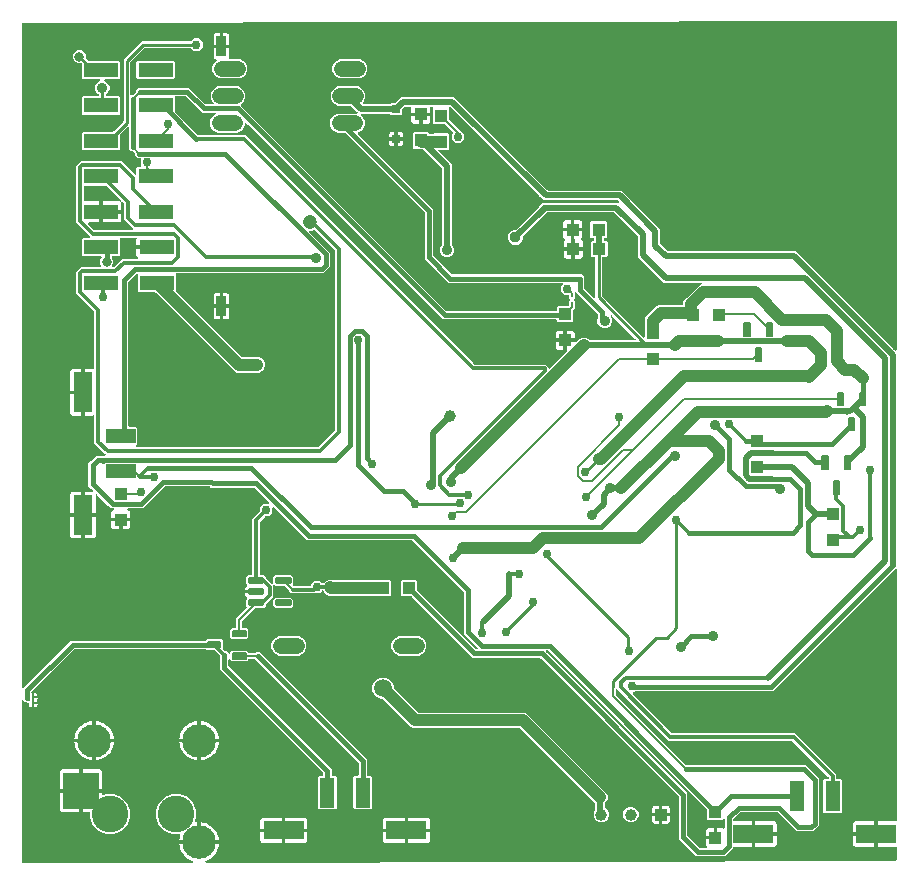
<source format=gbr>
G04 EAGLE Gerber RS-274X export*
G75*
%MOMM*%
%FSLAX34Y34*%
%LPD*%
%INTop Copper*%
%IPPOS*%
%AMOC8*
5,1,8,0,0,1.08239X$1,22.5*%
G01*
%ADD10R,1.100000X1.100000*%
%ADD11R,0.250000X0.130000*%
%ADD12R,0.250000X0.150000*%
%ADD13R,0.160000X0.150000*%
%ADD14C,1.320800*%
%ADD15R,0.200000X0.200000*%
%ADD16R,2.540000X1.270000*%
%ADD17R,1.650000X3.430000*%
%ADD18R,1.270000X2.540000*%
%ADD19R,3.430000X1.650000*%
%ADD20R,3.106000X3.106000*%
%ADD21C,3.106000*%
%ADD22C,2.850000*%
%ADD23R,2.920000X1.270000*%
%ADD24R,0.825000X1.715000*%
%ADD25C,0.150000*%
%ADD26R,0.700000X0.700000*%
%ADD27C,0.307400*%
%ADD28R,1.008000X1.008000*%
%ADD29C,1.008000*%
%ADD30C,0.756400*%
%ADD31C,0.250000*%
%ADD32C,0.300000*%
%ADD33C,0.500000*%
%ADD34C,0.200000*%
%ADD35C,0.152400*%
%ADD36C,0.400000*%
%ADD37C,0.906400*%
%ADD38C,1.000000*%
%ADD39C,0.180000*%
%ADD40C,1.006400*%
%ADD41C,1.500000*%
%ADD42C,0.350000*%
%ADD43C,0.956400*%
%ADD44C,0.806400*%
%ADD45C,1.206400*%

G36*
X96678Y81239D02*
X96678Y81239D01*
X96679Y81239D01*
X221445Y81567D01*
X221540Y81582D01*
X221636Y81592D01*
X221661Y81603D01*
X221688Y81607D01*
X221773Y81652D01*
X221861Y81692D01*
X221881Y81710D01*
X221905Y81723D01*
X221971Y81793D01*
X222042Y81858D01*
X222055Y81882D01*
X222074Y81901D01*
X222114Y81989D01*
X222161Y82073D01*
X222165Y82100D01*
X222177Y82125D01*
X222187Y82220D01*
X222204Y82315D01*
X222200Y82342D01*
X222203Y82369D01*
X222182Y82463D01*
X222168Y82559D01*
X222156Y82583D01*
X222150Y82610D01*
X222101Y82692D01*
X222057Y82778D01*
X222038Y82797D01*
X222024Y82820D01*
X221950Y82883D01*
X221881Y82950D01*
X221852Y82967D01*
X221836Y82980D01*
X221806Y82992D01*
X221734Y83031D01*
X219858Y83809D01*
X217952Y84909D01*
X216205Y86249D01*
X214649Y87805D01*
X213309Y89552D01*
X212209Y91458D01*
X211366Y93491D01*
X210797Y95617D01*
X210565Y97377D01*
X226538Y97377D01*
X226558Y97380D01*
X226577Y97378D01*
X226679Y97400D01*
X226781Y97417D01*
X226798Y97426D01*
X226818Y97430D01*
X226907Y97483D01*
X226998Y97532D01*
X227012Y97546D01*
X227029Y97556D01*
X227096Y97635D01*
X227167Y97710D01*
X227176Y97728D01*
X227189Y97743D01*
X227227Y97839D01*
X227271Y97933D01*
X227273Y97953D01*
X227281Y97971D01*
X227299Y98138D01*
X227299Y98901D01*
X227301Y98901D01*
X227301Y98138D01*
X227304Y98118D01*
X227302Y98099D01*
X227324Y97997D01*
X227341Y97895D01*
X227350Y97878D01*
X227354Y97858D01*
X227407Y97769D01*
X227456Y97678D01*
X227470Y97664D01*
X227480Y97647D01*
X227559Y97580D01*
X227634Y97509D01*
X227652Y97500D01*
X227667Y97487D01*
X227763Y97448D01*
X227857Y97405D01*
X227877Y97403D01*
X227895Y97395D01*
X228062Y97377D01*
X244035Y97377D01*
X243803Y95617D01*
X243234Y93491D01*
X242391Y91458D01*
X241291Y89552D01*
X239951Y87805D01*
X238395Y86249D01*
X236648Y84909D01*
X234742Y83809D01*
X232940Y83062D01*
X232857Y83010D01*
X232770Y82964D01*
X232753Y82946D01*
X232731Y82933D01*
X232669Y82857D01*
X232601Y82785D01*
X232591Y82763D01*
X232575Y82743D01*
X232539Y82651D01*
X232498Y82562D01*
X232495Y82537D01*
X232486Y82513D01*
X232482Y82415D01*
X232472Y82317D01*
X232477Y82293D01*
X232476Y82268D01*
X232503Y82173D01*
X232525Y82077D01*
X232537Y82056D01*
X232544Y82032D01*
X232601Y81951D01*
X232651Y81866D01*
X232670Y81850D01*
X232685Y81829D01*
X232764Y81771D01*
X232839Y81707D01*
X232862Y81698D01*
X232882Y81683D01*
X232976Y81652D01*
X233067Y81616D01*
X233098Y81612D01*
X233116Y81606D01*
X233149Y81607D01*
X233234Y81598D01*
X817080Y83132D01*
X817099Y83135D01*
X817117Y83133D01*
X817220Y83155D01*
X817323Y83172D01*
X817339Y83181D01*
X817358Y83185D01*
X817447Y83239D01*
X817540Y83288D01*
X817553Y83302D01*
X817569Y83312D01*
X817637Y83391D01*
X817709Y83467D01*
X817717Y83484D01*
X817729Y83498D01*
X817768Y83596D01*
X817812Y83690D01*
X817814Y83709D01*
X817821Y83727D01*
X817839Y83893D01*
X817839Y94248D01*
X817836Y94268D01*
X817838Y94287D01*
X817816Y94389D01*
X817800Y94491D01*
X817790Y94508D01*
X817786Y94528D01*
X817733Y94617D01*
X817684Y94708D01*
X817670Y94722D01*
X817660Y94739D01*
X817581Y94806D01*
X817506Y94878D01*
X817488Y94886D01*
X817473Y94899D01*
X817377Y94938D01*
X817283Y94981D01*
X817263Y94983D01*
X817245Y94991D01*
X817078Y95009D01*
X802023Y95009D01*
X802023Y105038D01*
X802020Y105058D01*
X802022Y105077D01*
X802000Y105179D01*
X801983Y105281D01*
X801974Y105298D01*
X801970Y105318D01*
X801917Y105407D01*
X801868Y105498D01*
X801854Y105512D01*
X801844Y105529D01*
X801765Y105596D01*
X801690Y105667D01*
X801672Y105676D01*
X801657Y105689D01*
X801561Y105728D01*
X801467Y105771D01*
X801447Y105773D01*
X801429Y105781D01*
X801262Y105799D01*
X800499Y105799D01*
X800499Y105801D01*
X801262Y105801D01*
X801282Y105804D01*
X801301Y105802D01*
X801403Y105824D01*
X801505Y105841D01*
X801522Y105850D01*
X801542Y105854D01*
X801631Y105907D01*
X801722Y105956D01*
X801736Y105970D01*
X801753Y105980D01*
X801820Y106059D01*
X801891Y106134D01*
X801900Y106152D01*
X801913Y106167D01*
X801952Y106263D01*
X801995Y106357D01*
X801997Y106377D01*
X802005Y106395D01*
X802023Y106562D01*
X802023Y116591D01*
X817078Y116591D01*
X817098Y116594D01*
X817117Y116592D01*
X817219Y116614D01*
X817321Y116630D01*
X817338Y116640D01*
X817358Y116644D01*
X817447Y116697D01*
X817538Y116746D01*
X817552Y116760D01*
X817569Y116770D01*
X817636Y116849D01*
X817708Y116924D01*
X817716Y116942D01*
X817729Y116957D01*
X817768Y117053D01*
X817811Y117147D01*
X817813Y117167D01*
X817821Y117185D01*
X817839Y117352D01*
X817839Y329310D01*
X817828Y329380D01*
X817826Y329452D01*
X817808Y329501D01*
X817800Y329552D01*
X817766Y329616D01*
X817741Y329683D01*
X817709Y329724D01*
X817684Y329770D01*
X817633Y329819D01*
X817588Y329875D01*
X817544Y329903D01*
X817506Y329939D01*
X817441Y329969D01*
X817381Y330008D01*
X817330Y330021D01*
X817283Y330043D01*
X817212Y330051D01*
X817142Y330068D01*
X817090Y330064D01*
X817039Y330070D01*
X816968Y330055D01*
X816897Y330049D01*
X816849Y330029D01*
X816798Y330018D01*
X816737Y329981D01*
X816671Y329953D01*
X816615Y329908D01*
X816587Y329891D01*
X816572Y329874D01*
X816540Y329848D01*
X816167Y329475D01*
X815775Y329475D01*
X815685Y329461D01*
X815594Y329453D01*
X815565Y329441D01*
X815533Y329436D01*
X815452Y329393D01*
X815368Y329357D01*
X815336Y329331D01*
X815315Y329320D01*
X815293Y329297D01*
X815237Y329252D01*
X712960Y226975D01*
X597295Y226975D01*
X597205Y226961D01*
X597114Y226953D01*
X597085Y226941D01*
X597053Y226936D01*
X596972Y226893D01*
X596888Y226857D01*
X596856Y226831D01*
X596835Y226820D01*
X596813Y226797D01*
X596757Y226752D01*
X595698Y225693D01*
X594999Y225693D01*
X594928Y225682D01*
X594857Y225680D01*
X594808Y225662D01*
X594756Y225654D01*
X594693Y225620D01*
X594626Y225595D01*
X594585Y225563D01*
X594539Y225538D01*
X594490Y225486D01*
X594434Y225442D01*
X594405Y225398D01*
X594370Y225360D01*
X594339Y225295D01*
X594301Y225235D01*
X594288Y225184D01*
X594266Y225137D01*
X594258Y225066D01*
X594241Y224996D01*
X594245Y224944D01*
X594239Y224893D01*
X594254Y224822D01*
X594260Y224751D01*
X594280Y224703D01*
X594291Y224652D01*
X594328Y224591D01*
X594356Y224525D01*
X594401Y224469D01*
X594417Y224441D01*
X594435Y224426D01*
X594461Y224394D01*
X627181Y191674D01*
X627255Y191621D01*
X627324Y191561D01*
X627354Y191549D01*
X627381Y191530D01*
X627468Y191503D01*
X627552Y191469D01*
X627593Y191465D01*
X627616Y191458D01*
X627648Y191459D01*
X627719Y191451D01*
X731880Y191451D01*
X766775Y156556D01*
X766775Y152786D01*
X766777Y152770D01*
X766776Y152757D01*
X766777Y152753D01*
X766776Y152747D01*
X766798Y152645D01*
X766814Y152543D01*
X766824Y152526D01*
X766828Y152506D01*
X766881Y152417D01*
X766930Y152326D01*
X766944Y152312D01*
X766954Y152295D01*
X767033Y152228D01*
X767108Y152156D01*
X767126Y152148D01*
X767141Y152135D01*
X767237Y152096D01*
X767331Y152053D01*
X767351Y152051D01*
X767369Y152043D01*
X767536Y152025D01*
X770482Y152025D01*
X771375Y151132D01*
X771375Y124468D01*
X770482Y123575D01*
X756518Y123575D01*
X755625Y124468D01*
X755625Y151132D01*
X756518Y152025D01*
X759464Y152025D01*
X759484Y152028D01*
X759503Y152026D01*
X759605Y152048D01*
X759707Y152064D01*
X759724Y152074D01*
X759744Y152078D01*
X759833Y152131D01*
X759924Y152180D01*
X759938Y152194D01*
X759955Y152204D01*
X760022Y152283D01*
X760094Y152358D01*
X760102Y152376D01*
X760115Y152391D01*
X760154Y152487D01*
X760197Y152581D01*
X760199Y152601D01*
X760207Y152619D01*
X760225Y152786D01*
X760225Y153528D01*
X760211Y153618D01*
X760203Y153709D01*
X760191Y153739D01*
X760186Y153771D01*
X760143Y153852D01*
X760107Y153936D01*
X760081Y153968D01*
X760070Y153988D01*
X760047Y154011D01*
X760002Y154067D01*
X729391Y184678D01*
X729317Y184731D01*
X729247Y184791D01*
X729217Y184803D01*
X729191Y184822D01*
X729104Y184849D01*
X729019Y184883D01*
X728978Y184887D01*
X728956Y184894D01*
X728924Y184893D01*
X728852Y184901D01*
X624691Y184901D01*
X581444Y228148D01*
X581386Y228190D01*
X581334Y228239D01*
X581287Y228261D01*
X581245Y228291D01*
X581176Y228313D01*
X581111Y228343D01*
X581059Y228349D01*
X581009Y228364D01*
X580938Y228362D01*
X580867Y228370D01*
X580816Y228359D01*
X580764Y228357D01*
X580696Y228333D01*
X580626Y228318D01*
X580581Y228291D01*
X580533Y228273D01*
X580477Y228228D01*
X580415Y228191D01*
X580381Y228152D01*
X580341Y228119D01*
X580302Y228059D01*
X580255Y228005D01*
X580236Y227956D01*
X580208Y227912D01*
X580190Y227843D01*
X580163Y227776D01*
X580155Y227705D01*
X580147Y227674D01*
X580149Y227651D01*
X580145Y227610D01*
X580145Y223741D01*
X580159Y223651D01*
X580167Y223560D01*
X580179Y223530D01*
X580184Y223498D01*
X580227Y223418D01*
X580263Y223334D01*
X580289Y223302D01*
X580300Y223281D01*
X580323Y223259D01*
X580368Y223203D01*
X639323Y164248D01*
X639397Y164195D01*
X639466Y164135D01*
X639496Y164123D01*
X639523Y164104D01*
X639610Y164077D01*
X639694Y164043D01*
X639735Y164039D01*
X639758Y164032D01*
X639790Y164033D01*
X639861Y164025D01*
X740780Y164025D01*
X751799Y153006D01*
X751799Y113014D01*
X749511Y110726D01*
X746760Y107975D01*
X733040Y107975D01*
X716763Y124252D01*
X716689Y124305D01*
X716620Y124365D01*
X716589Y124377D01*
X716563Y124396D01*
X716476Y124423D01*
X716391Y124457D01*
X716350Y124461D01*
X716328Y124468D01*
X716296Y124467D01*
X716225Y124475D01*
X685775Y124475D01*
X685685Y124461D01*
X685594Y124453D01*
X685565Y124441D01*
X685533Y124436D01*
X685452Y124393D01*
X685368Y124357D01*
X685336Y124331D01*
X685315Y124320D01*
X685293Y124297D01*
X685237Y124252D01*
X679548Y118563D01*
X679495Y118489D01*
X679435Y118420D01*
X679423Y118389D01*
X679404Y118363D01*
X679377Y118276D01*
X679343Y118191D01*
X679339Y118150D01*
X679332Y118128D01*
X679333Y118096D01*
X679325Y118025D01*
X679325Y117352D01*
X679328Y117332D01*
X679326Y117313D01*
X679348Y117211D01*
X679364Y117109D01*
X679374Y117092D01*
X679378Y117072D01*
X679431Y116983D01*
X679480Y116892D01*
X679494Y116878D01*
X679504Y116861D01*
X679583Y116794D01*
X679658Y116722D01*
X679676Y116714D01*
X679691Y116701D01*
X679787Y116662D01*
X679881Y116619D01*
X679901Y116617D01*
X679919Y116609D01*
X680086Y116591D01*
X694977Y116591D01*
X694977Y106562D01*
X694980Y106542D01*
X694978Y106523D01*
X695000Y106421D01*
X695017Y106319D01*
X695026Y106302D01*
X695030Y106282D01*
X695083Y106193D01*
X695132Y106102D01*
X695146Y106088D01*
X695156Y106071D01*
X695235Y106004D01*
X695310Y105933D01*
X695328Y105924D01*
X695343Y105911D01*
X695439Y105872D01*
X695533Y105829D01*
X695553Y105827D01*
X695571Y105819D01*
X695738Y105801D01*
X696501Y105801D01*
X696501Y105799D01*
X695738Y105799D01*
X695718Y105796D01*
X695699Y105798D01*
X695597Y105776D01*
X695495Y105759D01*
X695478Y105750D01*
X695458Y105746D01*
X695369Y105693D01*
X695278Y105644D01*
X695264Y105630D01*
X695247Y105620D01*
X695180Y105541D01*
X695109Y105466D01*
X695100Y105448D01*
X695087Y105433D01*
X695048Y105337D01*
X695005Y105243D01*
X695003Y105223D01*
X694995Y105205D01*
X694977Y105038D01*
X694977Y95009D01*
X680086Y95009D01*
X680066Y95006D01*
X680047Y95008D01*
X679945Y94986D01*
X679843Y94970D01*
X679826Y94960D01*
X679806Y94956D01*
X679717Y94903D01*
X679626Y94854D01*
X679612Y94840D01*
X679595Y94830D01*
X679528Y94751D01*
X679456Y94676D01*
X679448Y94658D01*
X679435Y94643D01*
X679396Y94547D01*
X679353Y94453D01*
X679351Y94433D01*
X679343Y94415D01*
X679325Y94248D01*
X679325Y93840D01*
X672260Y86775D01*
X648240Y86775D01*
X633475Y101540D01*
X633475Y137225D01*
X633461Y137315D01*
X633453Y137406D01*
X633441Y137435D01*
X633436Y137467D01*
X633393Y137548D01*
X633357Y137632D01*
X633331Y137664D01*
X633320Y137685D01*
X633297Y137707D01*
X633252Y137763D01*
X516087Y254928D01*
X516013Y254981D01*
X515944Y255041D01*
X515914Y255053D01*
X515887Y255072D01*
X515800Y255098D01*
X515716Y255133D01*
X515675Y255137D01*
X515652Y255144D01*
X515620Y255143D01*
X515549Y255151D01*
X458864Y255151D01*
X407263Y306752D01*
X407189Y306805D01*
X407120Y306865D01*
X407089Y306877D01*
X407063Y306896D01*
X406976Y306923D01*
X406891Y306957D01*
X406850Y306961D01*
X406828Y306968D01*
X406796Y306967D01*
X406725Y306975D01*
X398868Y306975D01*
X397975Y307868D01*
X397975Y320132D01*
X398868Y321025D01*
X411132Y321025D01*
X412025Y320132D01*
X412025Y312275D01*
X412039Y312185D01*
X412047Y312094D01*
X412059Y312065D01*
X412064Y312033D01*
X412107Y311952D01*
X412143Y311868D01*
X412169Y311836D01*
X412180Y311815D01*
X412203Y311793D01*
X412248Y311737D01*
X461561Y262424D01*
X461635Y262370D01*
X461705Y262311D01*
X461735Y262299D01*
X461761Y262280D01*
X461848Y262253D01*
X461933Y262219D01*
X461974Y262215D01*
X461996Y262208D01*
X462028Y262209D01*
X462099Y262201D01*
X462439Y262201D01*
X462510Y262212D01*
X462581Y262214D01*
X462630Y262232D01*
X462682Y262240D01*
X462745Y262274D01*
X462812Y262299D01*
X462853Y262331D01*
X462899Y262355D01*
X462949Y262407D01*
X463005Y262452D01*
X463033Y262496D01*
X463069Y262534D01*
X463099Y262599D01*
X463138Y262659D01*
X463150Y262710D01*
X463172Y262757D01*
X463180Y262828D01*
X463198Y262898D01*
X463194Y262950D01*
X463199Y263001D01*
X463184Y263071D01*
X463178Y263143D01*
X463158Y263191D01*
X463147Y263242D01*
X463110Y263303D01*
X463082Y263369D01*
X463037Y263425D01*
X463021Y263453D01*
X463003Y263468D01*
X462977Y263500D01*
X451475Y275002D01*
X451475Y310225D01*
X451461Y310315D01*
X451453Y310406D01*
X451441Y310435D01*
X451436Y310467D01*
X451393Y310548D01*
X451357Y310632D01*
X451331Y310664D01*
X451320Y310685D01*
X451297Y310707D01*
X451252Y310763D01*
X407763Y354252D01*
X407689Y354305D01*
X407620Y354365D01*
X407589Y354377D01*
X407563Y354396D01*
X407476Y354423D01*
X407391Y354457D01*
X407350Y354461D01*
X407328Y354468D01*
X407296Y354467D01*
X407225Y354475D01*
X318540Y354475D01*
X290606Y382409D01*
X290548Y382451D01*
X290496Y382500D01*
X290449Y382522D01*
X290407Y382553D01*
X290338Y382574D01*
X290273Y382604D01*
X290221Y382610D01*
X290171Y382625D01*
X290100Y382623D01*
X290029Y382631D01*
X289978Y382620D01*
X289926Y382619D01*
X289858Y382594D01*
X289788Y382579D01*
X289743Y382552D01*
X289695Y382534D01*
X289639Y382489D01*
X289577Y382453D01*
X289543Y382413D01*
X289503Y382380D01*
X289464Y382320D01*
X289417Y382266D01*
X289398Y382217D01*
X289370Y382173D01*
X289352Y382104D01*
X289325Y382037D01*
X289317Y381966D01*
X289309Y381935D01*
X289311Y381912D01*
X289307Y381871D01*
X289307Y377802D01*
X286198Y374693D01*
X283286Y374693D01*
X283196Y374679D01*
X283105Y374671D01*
X283075Y374659D01*
X283043Y374654D01*
X282963Y374611D01*
X282879Y374575D01*
X282847Y374549D01*
X282826Y374538D01*
X282804Y374515D01*
X282748Y374470D01*
X278598Y370320D01*
X278545Y370246D01*
X278485Y370177D01*
X278473Y370147D01*
X278454Y370120D01*
X278427Y370033D01*
X278393Y369949D01*
X278389Y369908D01*
X278382Y369885D01*
X278383Y369853D01*
X278375Y369782D01*
X278375Y325686D01*
X278378Y325666D01*
X278376Y325647D01*
X278398Y325545D01*
X278414Y325443D01*
X278424Y325426D01*
X278428Y325406D01*
X278481Y325317D01*
X278530Y325226D01*
X278544Y325212D01*
X278554Y325195D01*
X278633Y325128D01*
X278708Y325056D01*
X278726Y325048D01*
X278741Y325035D01*
X278837Y324996D01*
X278931Y324953D01*
X278951Y324951D01*
X278969Y324943D01*
X279136Y324925D01*
X282031Y324925D01*
X283825Y323131D01*
X283825Y322768D01*
X283839Y322678D01*
X283847Y322587D01*
X283859Y322557D01*
X283864Y322525D01*
X283907Y322445D01*
X283943Y322361D01*
X283969Y322329D01*
X283980Y322308D01*
X284003Y322286D01*
X284048Y322230D01*
X284748Y321530D01*
X288030Y318248D01*
X288876Y317402D01*
X288934Y317360D01*
X288986Y317311D01*
X289033Y317289D01*
X289075Y317258D01*
X289144Y317237D01*
X289209Y317207D01*
X289261Y317201D01*
X289311Y317186D01*
X289382Y317188D01*
X289453Y317180D01*
X289504Y317191D01*
X289556Y317192D01*
X289624Y317217D01*
X289694Y317232D01*
X289739Y317259D01*
X289787Y317277D01*
X289843Y317322D01*
X289905Y317358D01*
X289939Y317398D01*
X289979Y317430D01*
X290018Y317491D01*
X290065Y317545D01*
X290084Y317594D01*
X290112Y317637D01*
X290130Y317707D01*
X290157Y317773D01*
X290165Y317845D01*
X290173Y317876D01*
X290171Y317899D01*
X290175Y317940D01*
X290175Y323131D01*
X291969Y324925D01*
X305331Y324925D01*
X307125Y323131D01*
X307125Y317869D01*
X306456Y317200D01*
X306444Y317184D01*
X306429Y317171D01*
X306373Y317084D01*
X306312Y317000D01*
X306306Y316981D01*
X306296Y316964D01*
X306270Y316864D01*
X306240Y316765D01*
X306240Y316745D01*
X306236Y316726D01*
X306244Y316623D01*
X306246Y316519D01*
X306253Y316500D01*
X306255Y316481D01*
X306295Y316385D01*
X306331Y316288D01*
X306343Y316273D01*
X306351Y316254D01*
X306456Y316123D01*
X306831Y315748D01*
X306905Y315695D01*
X306975Y315635D01*
X307005Y315623D01*
X307031Y315604D01*
X307118Y315577D01*
X307203Y315543D01*
X307244Y315539D01*
X307266Y315532D01*
X307298Y315533D01*
X307370Y315525D01*
X320932Y315525D01*
X320952Y315528D01*
X320971Y315526D01*
X321073Y315548D01*
X321175Y315564D01*
X321192Y315574D01*
X321212Y315578D01*
X321301Y315631D01*
X321392Y315680D01*
X321406Y315694D01*
X321423Y315704D01*
X321490Y315783D01*
X321562Y315858D01*
X321570Y315876D01*
X321583Y315891D01*
X321622Y315987D01*
X321665Y316081D01*
X321667Y316101D01*
X321675Y316119D01*
X321693Y316286D01*
X321693Y317198D01*
X324802Y320307D01*
X329198Y320307D01*
X331257Y318248D01*
X331331Y318195D01*
X331401Y318135D01*
X331431Y318123D01*
X331457Y318104D01*
X331544Y318077D01*
X331629Y318043D01*
X331670Y318039D01*
X331692Y318032D01*
X331724Y318033D01*
X331795Y318025D01*
X332282Y318025D01*
X332372Y318039D01*
X332463Y318047D01*
X332493Y318059D01*
X332525Y318064D01*
X332605Y318107D01*
X332689Y318143D01*
X332722Y318169D01*
X332742Y318180D01*
X332764Y318203D01*
X332820Y318248D01*
X334704Y320131D01*
X337102Y321125D01*
X339698Y321125D01*
X341006Y320583D01*
X341070Y320568D01*
X341131Y320543D01*
X341214Y320534D01*
X341246Y320527D01*
X341265Y320528D01*
X341298Y320525D01*
X376053Y320525D01*
X376143Y320539D01*
X376234Y320547D01*
X376264Y320559D01*
X376296Y320564D01*
X376377Y320607D01*
X376460Y320643D01*
X376493Y320669D01*
X376513Y320680D01*
X376535Y320703D01*
X376591Y320748D01*
X376868Y321025D01*
X389132Y321025D01*
X390025Y320132D01*
X390025Y307868D01*
X389132Y306975D01*
X376868Y306975D01*
X376591Y307252D01*
X376517Y307305D01*
X376448Y307365D01*
X376418Y307377D01*
X376392Y307396D01*
X376305Y307423D01*
X376220Y307457D01*
X376179Y307461D01*
X376157Y307468D01*
X376124Y307467D01*
X376053Y307475D01*
X337702Y307475D01*
X335304Y308469D01*
X333362Y310411D01*
X332869Y310904D01*
X332620Y311505D01*
X332558Y311605D01*
X332498Y311705D01*
X332493Y311709D01*
X332490Y311714D01*
X332399Y311789D01*
X332311Y311865D01*
X332305Y311867D01*
X332300Y311871D01*
X332192Y311913D01*
X332083Y311957D01*
X332075Y311958D01*
X332071Y311959D01*
X332053Y311960D01*
X331916Y311975D01*
X331795Y311975D01*
X331705Y311961D01*
X331614Y311953D01*
X331585Y311941D01*
X331553Y311936D01*
X331472Y311893D01*
X331388Y311857D01*
X331356Y311831D01*
X331335Y311820D01*
X331313Y311797D01*
X331257Y311752D01*
X329198Y309693D01*
X326286Y309693D01*
X326196Y309679D01*
X326105Y309671D01*
X326075Y309659D01*
X326043Y309654D01*
X325963Y309611D01*
X325879Y309575D01*
X325847Y309549D01*
X325826Y309538D01*
X325804Y309515D01*
X325754Y309475D01*
X305397Y309475D01*
X303625Y311247D01*
X303625Y311780D01*
X303611Y311870D01*
X303603Y311961D01*
X303591Y311991D01*
X303586Y312023D01*
X303543Y312104D01*
X303507Y312188D01*
X303481Y312220D01*
X303470Y312240D01*
X303447Y312263D01*
X303402Y312319D01*
X299869Y315852D01*
X299795Y315905D01*
X299725Y315965D01*
X299695Y315977D01*
X299669Y315996D01*
X299582Y316023D01*
X299497Y316057D01*
X299456Y316061D01*
X299434Y316068D01*
X299402Y316067D01*
X299330Y316075D01*
X291969Y316075D01*
X291324Y316720D01*
X291266Y316762D01*
X291214Y316811D01*
X291167Y316833D01*
X291125Y316863D01*
X291056Y316884D01*
X290991Y316915D01*
X290939Y316920D01*
X290889Y316936D01*
X290818Y316934D01*
X290747Y316942D01*
X290696Y316931D01*
X290644Y316929D01*
X290576Y316905D01*
X290506Y316889D01*
X290461Y316863D01*
X290413Y316845D01*
X290357Y316800D01*
X290295Y316763D01*
X290261Y316724D01*
X290221Y316691D01*
X290182Y316631D01*
X290135Y316576D01*
X290116Y316528D01*
X290088Y316484D01*
X290070Y316415D01*
X290043Y316348D01*
X290035Y316277D01*
X290027Y316246D01*
X290029Y316222D01*
X290025Y316182D01*
X290025Y306747D01*
X288030Y304752D01*
X284048Y300770D01*
X283995Y300696D01*
X283935Y300627D01*
X283923Y300597D01*
X283904Y300570D01*
X283877Y300483D01*
X283843Y300399D01*
X283839Y300358D01*
X283832Y300335D01*
X283833Y300303D01*
X283825Y300232D01*
X283825Y298869D01*
X282031Y297075D01*
X274670Y297075D01*
X274580Y297061D01*
X274489Y297053D01*
X274459Y297041D01*
X274427Y297036D01*
X274346Y296993D01*
X274262Y296957D01*
X274230Y296931D01*
X274210Y296920D01*
X274187Y296897D01*
X274131Y296852D01*
X263748Y286469D01*
X263695Y286395D01*
X263635Y286325D01*
X263623Y286295D01*
X263604Y286269D01*
X263577Y286182D01*
X263543Y286097D01*
X263539Y286056D01*
X263532Y286034D01*
X263533Y286002D01*
X263525Y285930D01*
X263525Y280686D01*
X263528Y280666D01*
X263526Y280647D01*
X263548Y280545D01*
X263564Y280443D01*
X263574Y280426D01*
X263578Y280406D01*
X263631Y280317D01*
X263680Y280226D01*
X263694Y280212D01*
X263704Y280195D01*
X263783Y280128D01*
X263858Y280056D01*
X263876Y280048D01*
X263891Y280035D01*
X263987Y279996D01*
X264081Y279953D01*
X264101Y279951D01*
X264119Y279943D01*
X264286Y279925D01*
X267442Y279925D01*
X268775Y278592D01*
X268775Y272208D01*
X267442Y270875D01*
X254758Y270875D01*
X253425Y272208D01*
X253425Y278592D01*
X254758Y279925D01*
X257914Y279925D01*
X257934Y279928D01*
X257953Y279926D01*
X258055Y279948D01*
X258157Y279964D01*
X258174Y279974D01*
X258194Y279978D01*
X258283Y280031D01*
X258374Y280080D01*
X258388Y280094D01*
X258405Y280104D01*
X258472Y280183D01*
X258544Y280258D01*
X258552Y280276D01*
X258565Y280291D01*
X258604Y280387D01*
X258647Y280481D01*
X258649Y280501D01*
X258657Y280519D01*
X258675Y280686D01*
X258675Y288254D01*
X267544Y297123D01*
X267556Y297139D01*
X267571Y297152D01*
X267627Y297239D01*
X267688Y297323D01*
X267694Y297342D01*
X267704Y297359D01*
X267730Y297459D01*
X267760Y297558D01*
X267760Y297578D01*
X267764Y297597D01*
X267756Y297700D01*
X267754Y297804D01*
X267747Y297823D01*
X267745Y297843D01*
X267705Y297937D01*
X267669Y298035D01*
X267657Y298051D01*
X267649Y298069D01*
X267544Y298200D01*
X266875Y298869D01*
X266875Y304131D01*
X267800Y305056D01*
X267869Y305152D01*
X267940Y305248D01*
X267941Y305252D01*
X267943Y305256D01*
X267978Y305369D01*
X268015Y305483D01*
X268015Y305487D01*
X268016Y305491D01*
X268013Y305609D01*
X268011Y305728D01*
X268010Y305732D01*
X268009Y305737D01*
X267969Y305848D01*
X267929Y305960D01*
X267926Y305964D01*
X267925Y305968D01*
X267850Y306061D01*
X267777Y306154D01*
X267773Y306157D01*
X267771Y306160D01*
X267760Y306167D01*
X267642Y306253D01*
X267433Y306374D01*
X266674Y307133D01*
X266137Y308063D01*
X265859Y309100D01*
X265859Y309551D01*
X274662Y309551D01*
X274681Y309554D01*
X274701Y309552D01*
X274803Y309574D01*
X274905Y309590D01*
X274922Y309600D01*
X274942Y309604D01*
X275031Y309657D01*
X275122Y309706D01*
X275136Y309720D01*
X275153Y309730D01*
X275220Y309809D01*
X275291Y309884D01*
X275300Y309902D01*
X275313Y309917D01*
X275351Y310013D01*
X275395Y310107D01*
X275397Y310127D01*
X275405Y310145D01*
X275423Y310312D01*
X275423Y311688D01*
X275420Y311708D01*
X275422Y311727D01*
X275400Y311829D01*
X275383Y311931D01*
X275374Y311948D01*
X275370Y311968D01*
X275317Y312057D01*
X275268Y312148D01*
X275254Y312162D01*
X275244Y312179D01*
X275165Y312246D01*
X275090Y312318D01*
X275072Y312326D01*
X275057Y312339D01*
X274960Y312378D01*
X274867Y312421D01*
X274847Y312423D01*
X274829Y312431D01*
X274662Y312449D01*
X265859Y312449D01*
X265859Y312900D01*
X266137Y313937D01*
X266674Y314867D01*
X267433Y315626D01*
X267642Y315747D01*
X267735Y315823D01*
X267827Y315896D01*
X267829Y315900D01*
X267833Y315902D01*
X267896Y316004D01*
X267960Y316103D01*
X267961Y316107D01*
X267963Y316111D01*
X267991Y316227D01*
X268020Y316342D01*
X268020Y316346D01*
X268021Y316350D01*
X268010Y316470D01*
X268001Y316587D01*
X267999Y316591D01*
X267999Y316595D01*
X267951Y316705D01*
X267905Y316813D01*
X267902Y316817D01*
X267900Y316820D01*
X267891Y316830D01*
X267800Y316944D01*
X266875Y317869D01*
X266875Y323131D01*
X268669Y324925D01*
X271564Y324925D01*
X271584Y324928D01*
X271603Y324926D01*
X271705Y324948D01*
X271807Y324964D01*
X271824Y324974D01*
X271844Y324978D01*
X271933Y325031D01*
X272024Y325080D01*
X272038Y325094D01*
X272055Y325104D01*
X272122Y325183D01*
X272194Y325258D01*
X272202Y325276D01*
X272215Y325291D01*
X272254Y325387D01*
X272297Y325481D01*
X272299Y325501D01*
X272307Y325519D01*
X272325Y325686D01*
X272325Y372603D01*
X278470Y378748D01*
X278523Y378822D01*
X278583Y378891D01*
X278595Y378921D01*
X278614Y378948D01*
X278641Y379035D01*
X278675Y379119D01*
X278679Y379160D01*
X278686Y379183D01*
X278685Y379215D01*
X278693Y379286D01*
X278693Y382198D01*
X281802Y385307D01*
X285871Y385307D01*
X285941Y385318D01*
X286013Y385320D01*
X286062Y385338D01*
X286113Y385346D01*
X286177Y385380D01*
X286244Y385405D01*
X286285Y385437D01*
X286331Y385462D01*
X286380Y385514D01*
X286436Y385558D01*
X286464Y385602D01*
X286500Y385640D01*
X286530Y385705D01*
X286569Y385765D01*
X286582Y385816D01*
X286604Y385863D01*
X286612Y385934D01*
X286629Y386004D01*
X286625Y386056D01*
X286631Y386107D01*
X286616Y386178D01*
X286610Y386249D01*
X286590Y386297D01*
X286579Y386348D01*
X286542Y386409D01*
X286514Y386475D01*
X286469Y386531D01*
X286453Y386559D01*
X286435Y386574D01*
X286409Y386606D01*
X274199Y398816D01*
X274125Y398869D01*
X274056Y398929D01*
X274025Y398941D01*
X273999Y398960D01*
X273912Y398987D01*
X273827Y399021D01*
X273786Y399025D01*
X273764Y399032D01*
X273732Y399031D01*
X273661Y399039D01*
X237209Y399039D01*
X236432Y399816D01*
X236358Y399869D01*
X236288Y399929D01*
X236258Y399941D01*
X236232Y399960D01*
X236145Y399987D01*
X236060Y400021D01*
X236019Y400025D01*
X235997Y400032D01*
X235965Y400031D01*
X235894Y400039D01*
X198672Y400039D01*
X198581Y400025D01*
X198491Y400017D01*
X198461Y400005D01*
X198429Y400000D01*
X198348Y399957D01*
X198264Y399921D01*
X198232Y399895D01*
X198211Y399884D01*
X198189Y399861D01*
X198133Y399816D01*
X179768Y381451D01*
X167252Y381451D01*
X167229Y381447D01*
X167205Y381450D01*
X167108Y381428D01*
X167010Y381412D01*
X166989Y381400D01*
X166965Y381395D01*
X166880Y381343D01*
X166792Y381296D01*
X166776Y381279D01*
X166755Y381266D01*
X166691Y381190D01*
X166623Y381118D01*
X166613Y381096D01*
X166597Y381078D01*
X166561Y380985D01*
X166519Y380895D01*
X166517Y380871D01*
X166508Y380849D01*
X166503Y380749D01*
X166492Y380651D01*
X166497Y380627D01*
X166496Y380603D01*
X166523Y380507D01*
X166545Y380410D01*
X166557Y380389D01*
X166563Y380366D01*
X166620Y380284D01*
X166671Y380199D01*
X166689Y380183D01*
X166703Y380164D01*
X166782Y380104D01*
X166858Y380039D01*
X166880Y380030D01*
X166899Y380016D01*
X167055Y379955D01*
X167381Y379868D01*
X167960Y379533D01*
X168433Y379060D01*
X168768Y378481D01*
X168941Y377834D01*
X168941Y373523D01*
X161662Y373523D01*
X161642Y373520D01*
X161623Y373522D01*
X161521Y373500D01*
X161419Y373483D01*
X161402Y373474D01*
X161382Y373470D01*
X161293Y373417D01*
X161202Y373368D01*
X161188Y373354D01*
X161171Y373344D01*
X161104Y373265D01*
X161033Y373190D01*
X161024Y373172D01*
X161011Y373157D01*
X160972Y373061D01*
X160929Y372967D01*
X160927Y372947D01*
X160919Y372929D01*
X160901Y372762D01*
X160901Y371999D01*
X160899Y371999D01*
X160899Y372762D01*
X160896Y372782D01*
X160898Y372801D01*
X160876Y372903D01*
X160859Y373005D01*
X160850Y373022D01*
X160846Y373042D01*
X160793Y373131D01*
X160744Y373222D01*
X160730Y373236D01*
X160720Y373253D01*
X160641Y373320D01*
X160566Y373391D01*
X160548Y373400D01*
X160533Y373413D01*
X160437Y373452D01*
X160343Y373495D01*
X160323Y373497D01*
X160305Y373505D01*
X160138Y373523D01*
X152859Y373523D01*
X152859Y377834D01*
X153032Y378481D01*
X153367Y379060D01*
X153840Y379533D01*
X154419Y379868D01*
X154745Y379955D01*
X154766Y379965D01*
X154790Y379969D01*
X154878Y380015D01*
X154969Y380056D01*
X154986Y380072D01*
X155008Y380084D01*
X155076Y380155D01*
X155149Y380223D01*
X155160Y380244D01*
X155177Y380262D01*
X155219Y380352D01*
X155266Y380439D01*
X155270Y380463D01*
X155281Y380485D01*
X155292Y380584D01*
X155309Y380682D01*
X155305Y380706D01*
X155308Y380729D01*
X155287Y380826D01*
X155272Y380925D01*
X155261Y380946D01*
X155255Y380970D01*
X155205Y381055D01*
X155159Y381144D01*
X155142Y381160D01*
X155129Y381181D01*
X155054Y381246D01*
X154982Y381315D01*
X154961Y381325D01*
X154942Y381341D01*
X154850Y381378D01*
X154761Y381421D01*
X154737Y381424D01*
X154714Y381433D01*
X154548Y381451D01*
X152480Y381451D01*
X150193Y383739D01*
X140890Y393041D01*
X140832Y393083D01*
X140780Y393133D01*
X140733Y393154D01*
X140691Y393185D01*
X140622Y393206D01*
X140557Y393236D01*
X140505Y393242D01*
X140455Y393257D01*
X140384Y393255D01*
X140313Y393263D01*
X140262Y393252D01*
X140210Y393251D01*
X140142Y393226D01*
X140072Y393211D01*
X140027Y393184D01*
X139979Y393166D01*
X139923Y393122D01*
X139861Y393085D01*
X139827Y393045D01*
X139787Y393013D01*
X139748Y392952D01*
X139701Y392898D01*
X139682Y392850D01*
X139654Y392806D01*
X139636Y392736D01*
X139609Y392670D01*
X139601Y392598D01*
X139593Y392567D01*
X139595Y392544D01*
X139591Y392503D01*
X139591Y377223D01*
X130323Y377223D01*
X130323Y395391D01*
X136703Y395391D01*
X136774Y395402D01*
X136845Y395404D01*
X136894Y395422D01*
X136946Y395430D01*
X137009Y395464D01*
X137076Y395489D01*
X137117Y395521D01*
X137163Y395546D01*
X137213Y395598D01*
X137269Y395642D01*
X137297Y395686D01*
X137333Y395724D01*
X137363Y395789D01*
X137402Y395849D01*
X137414Y395900D01*
X137436Y395947D01*
X137444Y396018D01*
X137462Y396088D01*
X137458Y396140D01*
X137463Y396191D01*
X137448Y396262D01*
X137442Y396333D01*
X137422Y396381D01*
X137411Y396432D01*
X137374Y396493D01*
X137346Y396559D01*
X137301Y396615D01*
X137285Y396643D01*
X137267Y396658D01*
X137241Y396690D01*
X135763Y398169D01*
X133475Y400456D01*
X133475Y419460D01*
X135763Y421748D01*
X140114Y426099D01*
X147252Y426099D01*
X147323Y426110D01*
X147395Y426112D01*
X147444Y426130D01*
X147495Y426138D01*
X147558Y426172D01*
X147626Y426197D01*
X147666Y426229D01*
X147712Y426254D01*
X147762Y426306D01*
X147818Y426350D01*
X147846Y426394D01*
X147882Y426432D01*
X147912Y426497D01*
X147951Y426557D01*
X147963Y426608D01*
X147985Y426655D01*
X147993Y426726D01*
X148011Y426796D01*
X148007Y426848D01*
X148012Y426899D01*
X147997Y426970D01*
X147992Y427041D01*
X147971Y427089D01*
X147960Y427140D01*
X147923Y427201D01*
X147895Y427267D01*
X147850Y427323D01*
X147834Y427351D01*
X147816Y427366D01*
X147790Y427398D01*
X146246Y428942D01*
X146246Y428943D01*
X140693Y434496D01*
X140692Y434496D01*
X138551Y436637D01*
X138551Y459330D01*
X138532Y459446D01*
X138514Y459565D01*
X138512Y459568D01*
X138512Y459573D01*
X138456Y459677D01*
X138401Y459783D01*
X138398Y459786D01*
X138396Y459790D01*
X138311Y459871D01*
X138225Y459955D01*
X138221Y459956D01*
X138218Y459959D01*
X138111Y460009D01*
X138003Y460061D01*
X137999Y460061D01*
X137995Y460063D01*
X137877Y460076D01*
X137759Y460090D01*
X137754Y460090D01*
X137751Y460090D01*
X137737Y460087D01*
X137593Y460065D01*
X137384Y460009D01*
X130323Y460009D01*
X130323Y478938D01*
X130320Y478958D01*
X130322Y478977D01*
X130300Y479079D01*
X130283Y479181D01*
X130274Y479198D01*
X130270Y479218D01*
X130217Y479307D01*
X130168Y479398D01*
X130154Y479412D01*
X130144Y479429D01*
X130065Y479496D01*
X129990Y479567D01*
X129972Y479576D01*
X129957Y479589D01*
X129861Y479628D01*
X129767Y479671D01*
X129747Y479673D01*
X129729Y479681D01*
X129562Y479699D01*
X128799Y479699D01*
X128799Y479701D01*
X129562Y479701D01*
X129582Y479704D01*
X129601Y479702D01*
X129703Y479724D01*
X129805Y479741D01*
X129822Y479750D01*
X129842Y479754D01*
X129931Y479807D01*
X130022Y479856D01*
X130036Y479870D01*
X130053Y479880D01*
X130120Y479959D01*
X130191Y480034D01*
X130200Y480052D01*
X130213Y480067D01*
X130252Y480163D01*
X130295Y480257D01*
X130297Y480277D01*
X130305Y480295D01*
X130323Y480462D01*
X130323Y499391D01*
X137384Y499391D01*
X137593Y499335D01*
X137712Y499323D01*
X137829Y499310D01*
X137834Y499311D01*
X137838Y499310D01*
X137953Y499337D01*
X138070Y499362D01*
X138073Y499364D01*
X138077Y499365D01*
X138179Y499427D01*
X138281Y499488D01*
X138284Y499492D01*
X138287Y499494D01*
X138363Y499584D01*
X138441Y499675D01*
X138442Y499679D01*
X138445Y499682D01*
X138488Y499791D01*
X138533Y499903D01*
X138533Y499908D01*
X138535Y499912D01*
X138535Y499925D01*
X138551Y500070D01*
X138551Y547822D01*
X138537Y547912D01*
X138529Y548003D01*
X138517Y548033D01*
X138512Y548065D01*
X138469Y548146D01*
X138433Y548229D01*
X138407Y548262D01*
X138396Y548282D01*
X138373Y548304D01*
X138328Y548360D01*
X123151Y563537D01*
X123151Y581663D01*
X124846Y583357D01*
X124846Y583358D01*
X126987Y585499D01*
X143805Y585499D01*
X143876Y585510D01*
X143948Y585512D01*
X143996Y585530D01*
X144048Y585538D01*
X144111Y585572D01*
X144179Y585597D01*
X144219Y585629D01*
X144265Y585654D01*
X144315Y585706D01*
X144371Y585750D01*
X144399Y585794D01*
X144435Y585832D01*
X144465Y585897D01*
X144504Y585957D01*
X144516Y586008D01*
X144538Y586055D01*
X144546Y586126D01*
X144564Y586196D01*
X144560Y586248D01*
X144565Y586299D01*
X144550Y586370D01*
X144544Y586441D01*
X144524Y586489D01*
X144513Y586540D01*
X144476Y586601D01*
X144448Y586667D01*
X144403Y586723D01*
X144387Y586751D01*
X144369Y586766D01*
X144343Y586798D01*
X144289Y586852D01*
X143443Y588895D01*
X143443Y591105D01*
X144289Y593148D01*
X144567Y593426D01*
X144609Y593484D01*
X144659Y593536D01*
X144681Y593583D01*
X144711Y593625D01*
X144732Y593694D01*
X144762Y593759D01*
X144768Y593811D01*
X144783Y593861D01*
X144781Y593932D01*
X144789Y594003D01*
X144778Y594054D01*
X144777Y594106D01*
X144752Y594174D01*
X144737Y594244D01*
X144710Y594289D01*
X144692Y594337D01*
X144648Y594393D01*
X144611Y594455D01*
X144571Y594489D01*
X144539Y594529D01*
X144478Y594568D01*
X144424Y594615D01*
X144376Y594634D01*
X144332Y594662D01*
X144262Y594680D01*
X144196Y594707D01*
X144124Y594715D01*
X144093Y594723D01*
X144070Y594721D01*
X144029Y594725D01*
X129068Y594725D01*
X128175Y595618D01*
X128175Y609582D01*
X129068Y610475D01*
X134376Y610475D01*
X134447Y610486D01*
X134519Y610488D01*
X134568Y610506D01*
X134619Y610514D01*
X134682Y610548D01*
X134750Y610573D01*
X134790Y610605D01*
X134836Y610630D01*
X134886Y610682D01*
X134942Y610726D01*
X134970Y610770D01*
X135006Y610808D01*
X135036Y610873D01*
X135075Y610933D01*
X135087Y610984D01*
X135109Y611031D01*
X135117Y611102D01*
X135135Y611172D01*
X135131Y611224D01*
X135136Y611275D01*
X135121Y611346D01*
X135116Y611417D01*
X135095Y611465D01*
X135084Y611516D01*
X135047Y611577D01*
X135019Y611643D01*
X134974Y611699D01*
X134958Y611727D01*
X134940Y611742D01*
X134914Y611774D01*
X133996Y612693D01*
X123151Y623537D01*
X123151Y671663D01*
X125292Y673804D01*
X125293Y673804D01*
X126987Y675499D01*
X161613Y675499D01*
X172307Y664804D01*
X172876Y664236D01*
X172934Y664194D01*
X172986Y664144D01*
X173033Y664122D01*
X173075Y664092D01*
X173144Y664071D01*
X173209Y664041D01*
X173261Y664035D01*
X173311Y664020D01*
X173382Y664022D01*
X173453Y664014D01*
X173504Y664025D01*
X173556Y664026D01*
X173624Y664051D01*
X173694Y664066D01*
X173739Y664093D01*
X173787Y664110D01*
X173843Y664155D01*
X173905Y664192D01*
X173939Y664232D01*
X173979Y664264D01*
X174018Y664324D01*
X174065Y664379D01*
X174084Y664427D01*
X174112Y664471D01*
X174130Y664540D01*
X174157Y664607D01*
X174165Y664678D01*
X174173Y664710D01*
X174171Y664733D01*
X174175Y664774D01*
X174175Y669582D01*
X175068Y670475D01*
X177683Y670475D01*
X177753Y670486D01*
X177825Y670488D01*
X177874Y670506D01*
X177925Y670514D01*
X177989Y670548D01*
X178056Y670573D01*
X178097Y670605D01*
X178143Y670630D01*
X178192Y670682D01*
X178248Y670726D01*
X178276Y670770D01*
X178312Y670808D01*
X178342Y670873D01*
X178381Y670933D01*
X178394Y670984D01*
X178416Y671031D01*
X178424Y671102D01*
X178441Y671172D01*
X178437Y671224D01*
X178443Y671275D01*
X178428Y671346D01*
X178422Y671417D01*
X178402Y671465D01*
X178391Y671516D01*
X178354Y671577D01*
X178326Y671643D01*
X178281Y671699D01*
X178264Y671727D01*
X178247Y671742D01*
X178221Y671774D01*
X177693Y672302D01*
X177693Y676698D01*
X177997Y677002D01*
X178039Y677060D01*
X178088Y677112D01*
X178110Y677159D01*
X178140Y677201D01*
X178162Y677270D01*
X178192Y677335D01*
X178197Y677387D01*
X178213Y677437D01*
X178211Y677508D01*
X178219Y677579D01*
X178208Y677630D01*
X178206Y677682D01*
X178182Y677750D01*
X178167Y677820D01*
X178140Y677865D01*
X178122Y677913D01*
X178077Y677969D01*
X178040Y678031D01*
X178001Y678065D01*
X177968Y678105D01*
X177908Y678144D01*
X177853Y678191D01*
X177805Y678210D01*
X177761Y678238D01*
X177692Y678256D01*
X177625Y678283D01*
X177554Y678291D01*
X177523Y678299D01*
X177500Y678297D01*
X177459Y678301D01*
X175236Y678301D01*
X173171Y680366D01*
X173171Y681606D01*
X173156Y681696D01*
X173149Y681787D01*
X173137Y681817D01*
X173131Y681849D01*
X173089Y681930D01*
X173053Y682014D01*
X173027Y682046D01*
X173016Y682066D01*
X172993Y682089D01*
X172948Y682145D01*
X171595Y683498D01*
X171521Y683551D01*
X171451Y683611D01*
X171421Y683623D01*
X171395Y683642D01*
X171308Y683669D01*
X171223Y683703D01*
X171182Y683707D01*
X171160Y683714D01*
X171128Y683713D01*
X171056Y683721D01*
X169816Y683721D01*
X167751Y685786D01*
X167751Y703989D01*
X167740Y704060D01*
X167738Y704132D01*
X167720Y704181D01*
X167712Y704232D01*
X167678Y704295D01*
X167653Y704363D01*
X167621Y704403D01*
X167596Y704450D01*
X167544Y704499D01*
X167500Y704555D01*
X167456Y704583D01*
X167418Y704619D01*
X167353Y704649D01*
X167293Y704688D01*
X167242Y704701D01*
X167195Y704723D01*
X167124Y704730D01*
X167054Y704748D01*
X167002Y704744D01*
X166951Y704750D01*
X166880Y704734D01*
X166809Y704729D01*
X166761Y704708D01*
X166710Y704697D01*
X166649Y704661D01*
X166583Y704632D01*
X166527Y704588D01*
X166499Y704571D01*
X166484Y704553D01*
X166452Y704528D01*
X160648Y698724D01*
X160595Y698650D01*
X160535Y698580D01*
X160523Y698550D01*
X160504Y698524D01*
X160477Y698437D01*
X160443Y698352D01*
X160439Y698311D01*
X160432Y698289D01*
X160433Y698257D01*
X160425Y698185D01*
X160425Y685618D01*
X159532Y684725D01*
X129068Y684725D01*
X128175Y685618D01*
X128175Y699582D01*
X129068Y700475D01*
X154235Y700475D01*
X154325Y700489D01*
X154416Y700497D01*
X154446Y700509D01*
X154478Y700514D01*
X154559Y700557D01*
X154643Y700593D01*
X154675Y700619D01*
X154695Y700630D01*
X154718Y700653D01*
X154774Y700698D01*
X163002Y708926D01*
X163055Y709000D01*
X163115Y709070D01*
X163127Y709100D01*
X163146Y709126D01*
X163173Y709213D01*
X163207Y709298D01*
X163211Y709339D01*
X163218Y709361D01*
X163217Y709393D01*
X163225Y709465D01*
X163225Y761149D01*
X178851Y776775D01*
X219955Y776775D01*
X220045Y776789D01*
X220136Y776797D01*
X220165Y776809D01*
X220197Y776814D01*
X220278Y776857D01*
X220362Y776893D01*
X220394Y776919D01*
X220415Y776930D01*
X220437Y776953D01*
X220493Y776998D01*
X222802Y779307D01*
X227198Y779307D01*
X230307Y776198D01*
X230307Y771802D01*
X227198Y768693D01*
X222802Y768693D01*
X220493Y771002D01*
X220419Y771055D01*
X220349Y771115D01*
X220319Y771127D01*
X220293Y771146D01*
X220206Y771173D01*
X220121Y771207D01*
X220080Y771211D01*
X220058Y771218D01*
X220026Y771217D01*
X219955Y771225D01*
X181465Y771225D01*
X181375Y771211D01*
X181284Y771203D01*
X181254Y771191D01*
X181222Y771186D01*
X181141Y771143D01*
X181057Y771107D01*
X181025Y771081D01*
X181005Y771070D01*
X180982Y771047D01*
X180926Y771002D01*
X168998Y759074D01*
X168945Y759000D01*
X168885Y758930D01*
X168873Y758900D01*
X168854Y758874D01*
X168827Y758787D01*
X168793Y758702D01*
X168789Y758661D01*
X168782Y758639D01*
X168783Y758607D01*
X168775Y758535D01*
X168775Y732381D01*
X168778Y732362D01*
X168776Y732342D01*
X168798Y732241D01*
X168814Y732139D01*
X168824Y732121D01*
X168828Y732102D01*
X168881Y732013D01*
X168930Y731921D01*
X168944Y731908D01*
X168954Y731891D01*
X169033Y731823D01*
X169108Y731752D01*
X169126Y731744D01*
X169141Y731731D01*
X169237Y731692D01*
X169331Y731648D01*
X169351Y731646D01*
X169369Y731639D01*
X169536Y731620D01*
X170915Y731620D01*
X171005Y731635D01*
X171096Y731642D01*
X171126Y731655D01*
X171158Y731660D01*
X171238Y731703D01*
X171322Y731738D01*
X171354Y731764D01*
X171375Y731775D01*
X171397Y731798D01*
X171453Y731843D01*
X173433Y733823D01*
X173486Y733897D01*
X173545Y733966D01*
X173558Y733996D01*
X173576Y734023D01*
X173603Y734110D01*
X173637Y734194D01*
X173642Y734235D01*
X173649Y734258D01*
X173648Y734290D01*
X173656Y734361D01*
X173656Y735460D01*
X175720Y737525D01*
X218460Y737525D01*
X232237Y723748D01*
X232311Y723695D01*
X232380Y723635D01*
X232411Y723623D01*
X232437Y723604D01*
X232524Y723577D01*
X232609Y723543D01*
X232650Y723539D01*
X232672Y723532D01*
X232704Y723533D01*
X232775Y723525D01*
X238838Y723525D01*
X238908Y723536D01*
X238980Y723538D01*
X239029Y723556D01*
X239080Y723564D01*
X239144Y723598D01*
X239211Y723623D01*
X239252Y723655D01*
X239298Y723680D01*
X239347Y723732D01*
X239403Y723776D01*
X239431Y723820D01*
X239467Y723858D01*
X239497Y723923D01*
X239536Y723983D01*
X239549Y724034D01*
X239571Y724081D01*
X239579Y724152D01*
X239596Y724222D01*
X239592Y724274D01*
X239598Y724325D01*
X239583Y724396D01*
X239577Y724467D01*
X239557Y724515D01*
X239546Y724566D01*
X239509Y724627D01*
X239481Y724693D01*
X239436Y724749D01*
X239419Y724777D01*
X239402Y724792D01*
X239376Y724824D01*
X238205Y725995D01*
X236967Y728983D01*
X236967Y732217D01*
X238205Y735205D01*
X240491Y737491D01*
X243479Y738729D01*
X259921Y738729D01*
X262909Y737491D01*
X265195Y735205D01*
X266433Y732217D01*
X266433Y728983D01*
X265195Y725995D01*
X262909Y723709D01*
X262807Y723667D01*
X262768Y723642D01*
X262725Y723627D01*
X262674Y723587D01*
X262660Y723579D01*
X262653Y723571D01*
X262598Y723537D01*
X262568Y723502D01*
X262533Y723473D01*
X262490Y723407D01*
X262441Y723348D01*
X262424Y723305D01*
X262400Y723266D01*
X262381Y723191D01*
X262353Y723118D01*
X262351Y723072D01*
X262339Y723028D01*
X262345Y722950D01*
X262342Y722872D01*
X262355Y722828D01*
X262359Y722782D01*
X262389Y722711D01*
X262411Y722636D01*
X262437Y722598D01*
X262455Y722556D01*
X262540Y722449D01*
X262551Y722434D01*
X262555Y722431D01*
X262560Y722425D01*
X263748Y721237D01*
X436237Y548748D01*
X436311Y548695D01*
X436380Y548635D01*
X436411Y548623D01*
X436437Y548604D01*
X436524Y548577D01*
X436609Y548543D01*
X436650Y548539D01*
X436672Y548532D01*
X436704Y548533D01*
X436775Y548525D01*
X529314Y548525D01*
X529334Y548528D01*
X529353Y548526D01*
X529455Y548548D01*
X529557Y548564D01*
X529574Y548574D01*
X529594Y548578D01*
X529683Y548631D01*
X529774Y548680D01*
X529788Y548694D01*
X529805Y548704D01*
X529872Y548783D01*
X529944Y548858D01*
X529952Y548876D01*
X529965Y548891D01*
X530004Y548987D01*
X530047Y549081D01*
X530049Y549101D01*
X530057Y549119D01*
X530075Y549286D01*
X530075Y552032D01*
X530968Y552925D01*
X539514Y552925D01*
X539534Y552928D01*
X539553Y552926D01*
X539655Y552948D01*
X539757Y552964D01*
X539774Y552974D01*
X539794Y552978D01*
X539883Y553031D01*
X539974Y553080D01*
X539988Y553094D01*
X540005Y553104D01*
X540072Y553183D01*
X540144Y553258D01*
X540152Y553276D01*
X540165Y553291D01*
X540204Y553387D01*
X540247Y553481D01*
X540249Y553501D01*
X540257Y553519D01*
X540275Y553686D01*
X540275Y557132D01*
X541105Y557962D01*
X541117Y557978D01*
X541133Y557990D01*
X541189Y558078D01*
X541249Y558161D01*
X541255Y558180D01*
X541266Y558197D01*
X541291Y558298D01*
X541321Y558397D01*
X541321Y558416D01*
X541326Y558436D01*
X541318Y558539D01*
X541315Y558642D01*
X541308Y558661D01*
X541307Y558681D01*
X541266Y558776D01*
X541231Y558873D01*
X541218Y558889D01*
X541210Y558907D01*
X541105Y559038D01*
X540275Y559868D01*
X540275Y561432D01*
X540272Y561452D01*
X540274Y561471D01*
X540252Y561573D01*
X540236Y561675D01*
X540226Y561692D01*
X540222Y561712D01*
X540169Y561801D01*
X540120Y561892D01*
X540106Y561906D01*
X540096Y561923D01*
X540017Y561990D01*
X539942Y562062D01*
X539924Y562070D01*
X539909Y562083D01*
X539813Y562122D01*
X539719Y562165D01*
X539699Y562167D01*
X539681Y562175D01*
X539514Y562193D01*
X536802Y562193D01*
X533693Y565302D01*
X533693Y569698D01*
X535171Y571176D01*
X535213Y571234D01*
X535262Y571286D01*
X535284Y571333D01*
X535314Y571375D01*
X535336Y571444D01*
X535366Y571509D01*
X535371Y571561D01*
X535387Y571611D01*
X535385Y571682D01*
X535393Y571753D01*
X535382Y571804D01*
X535380Y571856D01*
X535356Y571924D01*
X535341Y571994D01*
X535314Y572039D01*
X535296Y572087D01*
X535251Y572143D01*
X535214Y572205D01*
X535175Y572239D01*
X535142Y572279D01*
X535082Y572318D01*
X535027Y572365D01*
X534979Y572384D01*
X534935Y572412D01*
X534866Y572430D01*
X534799Y572457D01*
X534728Y572465D01*
X534697Y572473D01*
X534674Y572471D01*
X534633Y572475D01*
X438540Y572475D01*
X418475Y592540D01*
X418475Y631825D01*
X418461Y631915D01*
X418453Y632006D01*
X418441Y632035D01*
X418436Y632067D01*
X418393Y632148D01*
X418357Y632232D01*
X418331Y632264D01*
X418320Y632285D01*
X418297Y632307D01*
X418252Y632363D01*
X351367Y699248D01*
X351293Y699301D01*
X351224Y699361D01*
X351193Y699373D01*
X351167Y699392D01*
X351080Y699419D01*
X350995Y699453D01*
X350954Y699457D01*
X350932Y699464D01*
X350900Y699463D01*
X350829Y699471D01*
X344579Y699471D01*
X341591Y700709D01*
X339305Y702995D01*
X338067Y705983D01*
X338067Y709217D01*
X339305Y712205D01*
X341591Y714491D01*
X344579Y715729D01*
X360642Y715729D01*
X360712Y715740D01*
X360784Y715742D01*
X360833Y715760D01*
X360884Y715768D01*
X360948Y715802D01*
X361015Y715827D01*
X361056Y715859D01*
X361102Y715884D01*
X361151Y715935D01*
X361207Y715980D01*
X361235Y716024D01*
X361271Y716062D01*
X361301Y716127D01*
X361340Y716187D01*
X361353Y716238D01*
X361375Y716285D01*
X361383Y716356D01*
X361400Y716426D01*
X361396Y716478D01*
X361402Y716529D01*
X361387Y716600D01*
X361381Y716671D01*
X361361Y716719D01*
X361350Y716770D01*
X361313Y716831D01*
X361285Y716897D01*
X361240Y716953D01*
X361223Y716981D01*
X361206Y716996D01*
X361180Y717028D01*
X355960Y722248D01*
X355886Y722301D01*
X355816Y722361D01*
X355786Y722373D01*
X355760Y722392D01*
X355673Y722419D01*
X355588Y722453D01*
X355547Y722457D01*
X355525Y722464D01*
X355493Y722463D01*
X355422Y722471D01*
X345079Y722471D01*
X342091Y723709D01*
X339805Y725995D01*
X338567Y728983D01*
X338567Y732217D01*
X339805Y735205D01*
X342091Y737491D01*
X345079Y738729D01*
X361521Y738729D01*
X364509Y737491D01*
X366795Y735205D01*
X368033Y732217D01*
X368033Y728983D01*
X366795Y725995D01*
X365824Y725024D01*
X365782Y724966D01*
X365733Y724914D01*
X365711Y724867D01*
X365680Y724825D01*
X365659Y724756D01*
X365629Y724691D01*
X365623Y724639D01*
X365608Y724589D01*
X365610Y724518D01*
X365602Y724447D01*
X365613Y724396D01*
X365614Y724344D01*
X365639Y724276D01*
X365654Y724206D01*
X365681Y724161D01*
X365699Y724113D01*
X365744Y724057D01*
X365781Y723995D01*
X365820Y723961D01*
X365853Y723921D01*
X365913Y723882D01*
X365967Y723835D01*
X366016Y723816D01*
X366060Y723788D01*
X366129Y723770D01*
X366196Y723743D01*
X366267Y723735D01*
X366298Y723727D01*
X366321Y723729D01*
X366362Y723725D01*
X388553Y723725D01*
X388643Y723739D01*
X388734Y723747D01*
X388764Y723759D01*
X388796Y723764D01*
X388877Y723807D01*
X388960Y723843D01*
X388993Y723869D01*
X389013Y723880D01*
X389021Y723888D01*
X389022Y723889D01*
X389037Y723904D01*
X389091Y723948D01*
X389868Y724725D01*
X393018Y724725D01*
X393108Y724739D01*
X393199Y724747D01*
X393228Y724759D01*
X393260Y724764D01*
X393341Y724807D01*
X393425Y724843D01*
X393457Y724869D01*
X393478Y724880D01*
X393500Y724903D01*
X393556Y724948D01*
X398157Y729549D01*
X443143Y729549D01*
X521944Y650748D01*
X522018Y650695D01*
X522088Y650635D01*
X522118Y650623D01*
X522144Y650604D01*
X522231Y650577D01*
X522316Y650543D01*
X522357Y650539D01*
X522379Y650532D01*
X522411Y650533D01*
X522482Y650525D01*
X585167Y650525D01*
X617525Y618167D01*
X617525Y605982D01*
X617539Y605892D01*
X617547Y605801D01*
X617559Y605772D01*
X617564Y605740D01*
X617607Y605659D01*
X617643Y605575D01*
X617669Y605543D01*
X617680Y605522D01*
X617703Y605500D01*
X617748Y605444D01*
X623944Y599248D01*
X624018Y599195D01*
X624088Y599135D01*
X624118Y599123D01*
X624144Y599104D01*
X624231Y599077D01*
X624316Y599043D01*
X624357Y599039D01*
X624379Y599032D01*
X624411Y599033D01*
X624482Y599025D01*
X732667Y599025D01*
X815944Y515748D01*
X816540Y515152D01*
X816598Y515110D01*
X816650Y515061D01*
X816697Y515039D01*
X816739Y515009D01*
X816808Y514987D01*
X816873Y514957D01*
X816925Y514952D01*
X816975Y514936D01*
X817046Y514938D01*
X817117Y514930D01*
X817168Y514941D01*
X817220Y514943D01*
X817288Y514967D01*
X817358Y514982D01*
X817403Y515009D01*
X817451Y515027D01*
X817507Y515072D01*
X817569Y515109D01*
X817603Y515148D01*
X817643Y515181D01*
X817682Y515241D01*
X817729Y515295D01*
X817748Y515344D01*
X817776Y515388D01*
X817794Y515457D01*
X817821Y515524D01*
X817829Y515595D01*
X817837Y515626D01*
X817835Y515649D01*
X817839Y515690D01*
X817839Y793449D01*
X817836Y793470D01*
X817838Y793491D01*
X817816Y793591D01*
X817800Y793692D01*
X817790Y793711D01*
X817785Y793731D01*
X817732Y793819D01*
X817684Y793909D01*
X817669Y793924D01*
X817659Y793942D01*
X817580Y794008D01*
X817506Y794079D01*
X817487Y794088D01*
X817471Y794101D01*
X817376Y794139D01*
X817283Y794182D01*
X817262Y794185D01*
X817243Y794193D01*
X817076Y794211D01*
X77920Y792268D01*
X77901Y792265D01*
X77883Y792267D01*
X77780Y792245D01*
X77677Y792228D01*
X77661Y792219D01*
X77642Y792215D01*
X77553Y792161D01*
X77460Y792112D01*
X77447Y792098D01*
X77431Y792088D01*
X77363Y792009D01*
X77291Y791933D01*
X77283Y791916D01*
X77271Y791902D01*
X77232Y791804D01*
X77188Y791710D01*
X77186Y791691D01*
X77179Y791673D01*
X77161Y791507D01*
X77161Y229811D01*
X77172Y229741D01*
X77174Y229669D01*
X77192Y229620D01*
X77200Y229569D01*
X77234Y229505D01*
X77259Y229438D01*
X77291Y229397D01*
X77316Y229351D01*
X77368Y229302D01*
X77412Y229246D01*
X77456Y229218D01*
X77494Y229182D01*
X77559Y229152D01*
X77619Y229113D01*
X77670Y229100D01*
X77717Y229078D01*
X77788Y229070D01*
X77858Y229053D01*
X77910Y229057D01*
X77961Y229051D01*
X78032Y229066D01*
X78103Y229072D01*
X78151Y229092D01*
X78202Y229103D01*
X78263Y229140D01*
X78329Y229168D01*
X78385Y229213D01*
X78413Y229230D01*
X78428Y229247D01*
X78460Y229273D01*
X80289Y231102D01*
X116324Y267137D01*
X118612Y269425D01*
X232242Y269425D01*
X232333Y269439D01*
X232423Y269447D01*
X232453Y269459D01*
X232485Y269464D01*
X232566Y269507D01*
X232650Y269543D01*
X232682Y269569D01*
X232703Y269580D01*
X232725Y269603D01*
X232781Y269648D01*
X233558Y270425D01*
X246242Y270425D01*
X247575Y269092D01*
X247575Y262818D01*
X247589Y262728D01*
X247597Y262637D01*
X247609Y262607D01*
X247614Y262575D01*
X247657Y262495D01*
X247693Y262411D01*
X247719Y262379D01*
X247730Y262358D01*
X247753Y262336D01*
X247798Y262280D01*
X249026Y261052D01*
X249100Y260999D01*
X249169Y260939D01*
X249199Y260927D01*
X249225Y260908D01*
X249312Y260882D01*
X249397Y260847D01*
X249438Y260843D01*
X249460Y260836D01*
X249493Y260837D01*
X249564Y260829D01*
X249956Y260829D01*
X252126Y258659D01*
X252184Y258617D01*
X252236Y258568D01*
X252283Y258546D01*
X252325Y258515D01*
X252394Y258494D01*
X252459Y258464D01*
X252511Y258458D01*
X252561Y258443D01*
X252632Y258445D01*
X252703Y258437D01*
X252754Y258448D01*
X252806Y258449D01*
X252874Y258474D01*
X252944Y258489D01*
X252989Y258516D01*
X253037Y258534D01*
X253093Y258579D01*
X253155Y258615D01*
X253189Y258655D01*
X253229Y258688D01*
X253268Y258748D01*
X253315Y258802D01*
X253334Y258851D01*
X253362Y258895D01*
X253380Y258964D01*
X253407Y259031D01*
X253415Y259102D01*
X253423Y259133D01*
X253421Y259156D01*
X253425Y259197D01*
X253425Y259592D01*
X254758Y260925D01*
X267442Y260925D01*
X268791Y259576D01*
X268798Y259545D01*
X268814Y259443D01*
X268824Y259426D01*
X268828Y259406D01*
X268881Y259317D01*
X268930Y259226D01*
X268944Y259212D01*
X268954Y259195D01*
X269033Y259128D01*
X269108Y259056D01*
X269126Y259048D01*
X269141Y259035D01*
X269237Y258996D01*
X269331Y258953D01*
X269351Y258951D01*
X269369Y258943D01*
X269536Y258925D01*
X274325Y258925D01*
X274415Y258939D01*
X274506Y258947D01*
X274535Y258959D01*
X274567Y258964D01*
X274648Y259007D01*
X274732Y259043D01*
X274764Y259069D01*
X274785Y259080D01*
X274807Y259103D01*
X274863Y259148D01*
X275640Y259925D01*
X278560Y259925D01*
X369325Y169160D01*
X369325Y155786D01*
X369328Y155766D01*
X369326Y155747D01*
X369348Y155645D01*
X369364Y155543D01*
X369374Y155526D01*
X369378Y155506D01*
X369431Y155417D01*
X369480Y155326D01*
X369494Y155312D01*
X369504Y155295D01*
X369583Y155228D01*
X369658Y155156D01*
X369676Y155148D01*
X369691Y155135D01*
X369787Y155096D01*
X369881Y155053D01*
X369901Y155051D01*
X369919Y155043D01*
X370086Y155025D01*
X372782Y155025D01*
X373675Y154132D01*
X373675Y127468D01*
X372782Y126575D01*
X358818Y126575D01*
X357925Y127468D01*
X357925Y154132D01*
X358818Y155025D01*
X361514Y155025D01*
X361534Y155028D01*
X361553Y155026D01*
X361655Y155048D01*
X361757Y155064D01*
X361774Y155074D01*
X361794Y155078D01*
X361883Y155131D01*
X361974Y155180D01*
X361988Y155194D01*
X362005Y155204D01*
X362072Y155283D01*
X362144Y155358D01*
X362152Y155376D01*
X362165Y155391D01*
X362204Y155487D01*
X362247Y155581D01*
X362249Y155601D01*
X362257Y155619D01*
X362275Y155786D01*
X362275Y165925D01*
X362261Y166015D01*
X362253Y166106D01*
X362241Y166135D01*
X362236Y166167D01*
X362193Y166248D01*
X362157Y166332D01*
X362131Y166364D01*
X362120Y166385D01*
X362097Y166407D01*
X362052Y166463D01*
X274863Y253652D01*
X274789Y253705D01*
X274720Y253765D01*
X274689Y253777D01*
X274663Y253796D01*
X274576Y253823D01*
X274491Y253857D01*
X274450Y253861D01*
X274428Y253868D01*
X274396Y253867D01*
X274325Y253875D01*
X269536Y253875D01*
X269516Y253872D01*
X269497Y253874D01*
X269395Y253852D01*
X269293Y253836D01*
X269276Y253826D01*
X269256Y253822D01*
X269167Y253769D01*
X269076Y253720D01*
X269062Y253706D01*
X269045Y253696D01*
X268978Y253617D01*
X268906Y253542D01*
X268898Y253524D01*
X268885Y253509D01*
X268846Y253413D01*
X268803Y253319D01*
X268801Y253299D01*
X268793Y253281D01*
X268786Y253219D01*
X267442Y251875D01*
X254758Y251875D01*
X253320Y253313D01*
X253262Y253355D01*
X253210Y253404D01*
X253163Y253426D01*
X253120Y253457D01*
X253052Y253478D01*
X252987Y253508D01*
X252935Y253514D01*
X252885Y253529D01*
X252813Y253527D01*
X252742Y253535D01*
X252691Y253524D01*
X252639Y253523D01*
X252572Y253498D01*
X252502Y253483D01*
X252457Y253456D01*
X252408Y253438D01*
X252352Y253393D01*
X252291Y253357D01*
X252257Y253317D01*
X252216Y253284D01*
X252178Y253224D01*
X252131Y253170D01*
X252111Y253121D01*
X252083Y253078D01*
X252066Y253008D01*
X252039Y252941D01*
X252031Y252870D01*
X252023Y252839D01*
X252025Y252816D01*
X252020Y252775D01*
X252020Y248280D01*
X252035Y248189D01*
X252042Y248099D01*
X252055Y248069D01*
X252060Y248037D01*
X252103Y247956D01*
X252139Y247872D01*
X252164Y247840D01*
X252175Y247819D01*
X252199Y247797D01*
X252243Y247741D01*
X339325Y160660D01*
X339325Y155786D01*
X339328Y155766D01*
X339326Y155747D01*
X339348Y155645D01*
X339364Y155543D01*
X339374Y155526D01*
X339378Y155506D01*
X339431Y155417D01*
X339480Y155326D01*
X339494Y155312D01*
X339504Y155295D01*
X339583Y155228D01*
X339658Y155156D01*
X339676Y155148D01*
X339691Y155135D01*
X339787Y155096D01*
X339881Y155053D01*
X339901Y155051D01*
X339919Y155043D01*
X340086Y155025D01*
X342782Y155025D01*
X343675Y154132D01*
X343675Y127468D01*
X342782Y126575D01*
X328818Y126575D01*
X327925Y127468D01*
X327925Y154132D01*
X328818Y155025D01*
X331514Y155025D01*
X331534Y155028D01*
X331553Y155026D01*
X331655Y155048D01*
X331757Y155064D01*
X331774Y155074D01*
X331794Y155078D01*
X331883Y155131D01*
X331974Y155180D01*
X331988Y155194D01*
X332005Y155204D01*
X332072Y155283D01*
X332144Y155358D01*
X332152Y155376D01*
X332165Y155391D01*
X332204Y155487D01*
X332247Y155581D01*
X332249Y155601D01*
X332257Y155619D01*
X332275Y155786D01*
X332275Y157425D01*
X332261Y157515D01*
X332253Y157606D01*
X332241Y157635D01*
X332236Y157667D01*
X332193Y157748D01*
X332157Y157832D01*
X332131Y157864D01*
X332120Y157885D01*
X332097Y157907D01*
X332052Y157963D01*
X244971Y245044D01*
X244971Y256236D01*
X244956Y256326D01*
X244949Y256417D01*
X244937Y256447D01*
X244931Y256479D01*
X244889Y256559D01*
X244853Y256643D01*
X244827Y256675D01*
X244816Y256696D01*
X244793Y256718D01*
X244748Y256774D01*
X240370Y261152D01*
X240296Y261205D01*
X240227Y261265D01*
X240197Y261277D01*
X240170Y261296D01*
X240083Y261323D01*
X239999Y261357D01*
X239958Y261361D01*
X239935Y261368D01*
X239903Y261367D01*
X239832Y261375D01*
X233558Y261375D01*
X232781Y262152D01*
X232707Y262205D01*
X232637Y262265D01*
X232607Y262277D01*
X232581Y262296D01*
X232494Y262323D01*
X232409Y262357D01*
X232368Y262361D01*
X232346Y262368D01*
X232314Y262367D01*
X232242Y262375D01*
X121847Y262375D01*
X121757Y262361D01*
X121666Y262353D01*
X121636Y262341D01*
X121605Y262336D01*
X121524Y262293D01*
X121440Y262257D01*
X121408Y262231D01*
X121387Y262220D01*
X121365Y262197D01*
X121309Y262152D01*
X85347Y226190D01*
X85305Y226132D01*
X85256Y226080D01*
X85234Y226033D01*
X85203Y225991D01*
X85182Y225922D01*
X85152Y225857D01*
X85146Y225805D01*
X85131Y225755D01*
X85133Y225684D01*
X85125Y225613D01*
X85136Y225562D01*
X85137Y225510D01*
X85162Y225442D01*
X85177Y225372D01*
X85204Y225327D01*
X85222Y225279D01*
X85267Y225223D01*
X85303Y225161D01*
X85343Y225127D01*
X85376Y225087D01*
X85436Y225048D01*
X85490Y225001D01*
X85539Y224982D01*
X85582Y224954D01*
X85652Y224936D01*
X85718Y224909D01*
X85790Y224901D01*
X85821Y224893D01*
X85844Y224895D01*
X85885Y224891D01*
X85939Y224891D01*
X85939Y221700D01*
X85939Y216470D01*
X85939Y213179D01*
X85116Y213179D01*
X84469Y213352D01*
X83890Y213687D01*
X83417Y214160D01*
X83082Y214739D01*
X82909Y215386D01*
X82909Y216252D01*
X82906Y216272D01*
X82908Y216291D01*
X82886Y216393D01*
X82870Y216495D01*
X82860Y216512D01*
X82856Y216532D01*
X82803Y216621D01*
X82754Y216712D01*
X82740Y216726D01*
X82730Y216743D01*
X82651Y216810D01*
X82576Y216882D01*
X82558Y216890D01*
X82543Y216903D01*
X82447Y216942D01*
X82353Y216985D01*
X82333Y216987D01*
X82315Y216995D01*
X82148Y217013D01*
X81945Y217013D01*
X81929Y217018D01*
X81897Y217017D01*
X81825Y217025D01*
X81668Y217025D01*
X81567Y217126D01*
X81493Y217179D01*
X81424Y217239D01*
X81394Y217251D01*
X81368Y217270D01*
X81281Y217297D01*
X81196Y217331D01*
X81155Y217335D01*
X81133Y217342D01*
X81100Y217341D01*
X81029Y217349D01*
X80066Y217349D01*
X78460Y218955D01*
X78402Y218997D01*
X78350Y219046D01*
X78303Y219068D01*
X78261Y219099D01*
X78192Y219120D01*
X78127Y219150D01*
X78075Y219156D01*
X78025Y219171D01*
X77954Y219169D01*
X77883Y219177D01*
X77832Y219166D01*
X77780Y219165D01*
X77712Y219140D01*
X77642Y219125D01*
X77597Y219098D01*
X77549Y219080D01*
X77493Y219035D01*
X77431Y218999D01*
X77397Y218959D01*
X77357Y218926D01*
X77318Y218866D01*
X77271Y218812D01*
X77252Y218763D01*
X77224Y218719D01*
X77206Y218650D01*
X77179Y218583D01*
X77171Y218512D01*
X77163Y218481D01*
X77165Y218458D01*
X77161Y218417D01*
X77161Y82000D01*
X77164Y81980D01*
X77162Y81961D01*
X77184Y81859D01*
X77200Y81757D01*
X77210Y81740D01*
X77214Y81720D01*
X77267Y81631D01*
X77316Y81540D01*
X77330Y81526D01*
X77340Y81509D01*
X77419Y81442D01*
X77494Y81371D01*
X77512Y81362D01*
X77527Y81349D01*
X77623Y81310D01*
X77717Y81267D01*
X77737Y81265D01*
X77755Y81257D01*
X77922Y81239D01*
X96677Y81239D01*
X96678Y81239D01*
G37*
G36*
X327696Y433365D02*
X327696Y433365D01*
X327786Y433373D01*
X327816Y433385D01*
X327848Y433390D01*
X327929Y433433D01*
X328013Y433469D01*
X328045Y433495D01*
X328066Y433506D01*
X328088Y433529D01*
X328144Y433574D01*
X341982Y447412D01*
X342035Y447486D01*
X342095Y447556D01*
X342107Y447586D01*
X342126Y447612D01*
X342153Y447699D01*
X342187Y447784D01*
X342191Y447825D01*
X342198Y447847D01*
X342197Y447879D01*
X342205Y447951D01*
X342205Y599528D01*
X342191Y599618D01*
X342183Y599709D01*
X342171Y599739D01*
X342166Y599771D01*
X342123Y599851D01*
X342087Y599935D01*
X342061Y599967D01*
X342050Y599988D01*
X342027Y600010D01*
X341982Y600066D01*
X325056Y616992D01*
X324961Y617060D01*
X324868Y617130D01*
X324862Y617132D01*
X324856Y617136D01*
X324745Y617170D01*
X324634Y617206D01*
X324627Y617206D01*
X324621Y617208D01*
X324505Y617205D01*
X324388Y617204D01*
X324381Y617202D01*
X324376Y617202D01*
X324358Y617195D01*
X324227Y617157D01*
X322503Y616443D01*
X321156Y616443D01*
X321085Y616432D01*
X321013Y616430D01*
X320964Y616412D01*
X320913Y616404D01*
X320850Y616370D01*
X320782Y616345D01*
X320742Y616313D01*
X320696Y616288D01*
X320646Y616237D01*
X320590Y616192D01*
X320562Y616148D01*
X320526Y616110D01*
X320496Y616045D01*
X320457Y615985D01*
X320445Y615934D01*
X320423Y615887D01*
X320415Y615816D01*
X320397Y615746D01*
X320401Y615694D01*
X320396Y615643D01*
X320411Y615572D01*
X320416Y615501D01*
X320437Y615453D01*
X320448Y615402D01*
X320485Y615341D01*
X320513Y615275D01*
X320558Y615219D01*
X320574Y615191D01*
X320592Y615176D01*
X320618Y615144D01*
X335625Y600136D01*
X337913Y597848D01*
X337913Y585928D01*
X332460Y580475D01*
X208186Y580475D01*
X208166Y580472D01*
X208147Y580474D01*
X208045Y580452D01*
X207943Y580436D01*
X207926Y580426D01*
X207906Y580422D01*
X207817Y580369D01*
X207726Y580320D01*
X207712Y580306D01*
X207695Y580296D01*
X207628Y580217D01*
X207556Y580142D01*
X207548Y580124D01*
X207535Y580109D01*
X207496Y580013D01*
X207453Y579919D01*
X207451Y579899D01*
X207443Y579881D01*
X207425Y579714D01*
X207425Y566018D01*
X207439Y565928D01*
X207447Y565837D01*
X207459Y565807D01*
X207464Y565775D01*
X207507Y565694D01*
X207543Y565611D01*
X207569Y565578D01*
X207580Y565558D01*
X207603Y565536D01*
X207648Y565480D01*
X263380Y509748D01*
X263454Y509695D01*
X263523Y509635D01*
X263553Y509623D01*
X263579Y509604D01*
X263666Y509577D01*
X263751Y509543D01*
X263792Y509539D01*
X263814Y509532D01*
X263847Y509533D01*
X263918Y509525D01*
X277798Y509525D01*
X280196Y508531D01*
X282031Y506696D01*
X283025Y504298D01*
X283025Y501702D01*
X282031Y499304D01*
X280196Y497469D01*
X277798Y496475D01*
X259602Y496475D01*
X257204Y497469D01*
X190170Y564502D01*
X190096Y564555D01*
X190027Y564615D01*
X189997Y564627D01*
X189971Y564646D01*
X189884Y564673D01*
X189799Y564707D01*
X189758Y564711D01*
X189736Y564718D01*
X189703Y564717D01*
X189632Y564725D01*
X176068Y564725D01*
X175175Y565618D01*
X175175Y579353D01*
X175164Y579423D01*
X175162Y579495D01*
X175144Y579544D01*
X175136Y579595D01*
X175102Y579659D01*
X175077Y579726D01*
X175045Y579767D01*
X175020Y579813D01*
X174968Y579862D01*
X174924Y579918D01*
X174880Y579946D01*
X174842Y579982D01*
X174777Y580012D01*
X174717Y580051D01*
X174666Y580064D01*
X174619Y580086D01*
X174548Y580094D01*
X174478Y580111D01*
X174426Y580107D01*
X174375Y580113D01*
X174304Y580098D01*
X174233Y580092D01*
X174185Y580072D01*
X174134Y580061D01*
X174073Y580024D01*
X174007Y579996D01*
X173951Y579951D01*
X173923Y579935D01*
X173908Y579917D01*
X173876Y579891D01*
X167548Y573563D01*
X167495Y573489D01*
X167435Y573420D01*
X167423Y573389D01*
X167404Y573363D01*
X167377Y573276D01*
X167343Y573191D01*
X167339Y573150D01*
X167332Y573128D01*
X167333Y573096D01*
X167325Y573025D01*
X167325Y451336D01*
X167328Y451316D01*
X167326Y451297D01*
X167348Y451195D01*
X167364Y451093D01*
X167374Y451076D01*
X167378Y451056D01*
X167431Y450967D01*
X167480Y450876D01*
X167494Y450862D01*
X167504Y450845D01*
X167583Y450778D01*
X167658Y450706D01*
X167676Y450698D01*
X167691Y450685D01*
X167787Y450646D01*
X167881Y450603D01*
X167901Y450601D01*
X167919Y450593D01*
X168086Y450575D01*
X174132Y450575D01*
X175025Y449682D01*
X175025Y435718D01*
X173957Y434650D01*
X173915Y434592D01*
X173865Y434540D01*
X173843Y434493D01*
X173813Y434451D01*
X173792Y434382D01*
X173762Y434317D01*
X173756Y434265D01*
X173741Y434215D01*
X173743Y434144D01*
X173735Y434073D01*
X173746Y434022D01*
X173747Y433970D01*
X173772Y433902D01*
X173787Y433832D01*
X173814Y433787D01*
X173831Y433739D01*
X173876Y433683D01*
X173913Y433621D01*
X173953Y433587D01*
X173985Y433547D01*
X174045Y433508D01*
X174100Y433461D01*
X174148Y433442D01*
X174192Y433414D01*
X174262Y433396D01*
X174328Y433369D01*
X174399Y433361D01*
X174431Y433353D01*
X174454Y433355D01*
X174495Y433351D01*
X327605Y433351D01*
X327696Y433365D01*
G37*
G36*
X603804Y526037D02*
X603804Y526037D01*
X603856Y526039D01*
X603924Y526063D01*
X603994Y526079D01*
X604039Y526105D01*
X604087Y526123D01*
X604143Y526168D01*
X604205Y526205D01*
X604239Y526244D01*
X604279Y526277D01*
X604318Y526337D01*
X604365Y526392D01*
X604384Y526440D01*
X604412Y526484D01*
X604430Y526553D01*
X604457Y526620D01*
X604465Y526691D01*
X604473Y526722D01*
X604471Y526746D01*
X604475Y526787D01*
X604475Y536132D01*
X604752Y536409D01*
X604805Y536483D01*
X604865Y536552D01*
X604877Y536582D01*
X604896Y536608D01*
X604923Y536695D01*
X604957Y536780D01*
X604961Y536821D01*
X604968Y536843D01*
X604967Y536876D01*
X604975Y536947D01*
X604975Y541798D01*
X605969Y544196D01*
X614304Y552531D01*
X616702Y553525D01*
X636414Y553525D01*
X636434Y553528D01*
X636453Y553526D01*
X636555Y553548D01*
X636657Y553564D01*
X636674Y553574D01*
X636694Y553578D01*
X636783Y553631D01*
X636874Y553680D01*
X636888Y553694D01*
X636905Y553704D01*
X636972Y553783D01*
X637044Y553858D01*
X637052Y553876D01*
X637065Y553891D01*
X637104Y553987D01*
X637147Y554081D01*
X637149Y554101D01*
X637157Y554119D01*
X637175Y554286D01*
X637175Y555498D01*
X638169Y557896D01*
X640111Y559838D01*
X648362Y568089D01*
X650304Y570031D01*
X652668Y571011D01*
X652751Y571062D01*
X652837Y571108D01*
X652855Y571127D01*
X652877Y571140D01*
X652939Y571215D01*
X653006Y571286D01*
X653018Y571310D01*
X653034Y571330D01*
X653069Y571421D01*
X653110Y571509D01*
X653113Y571535D01*
X653122Y571559D01*
X653126Y571657D01*
X653137Y571753D01*
X653132Y571779D01*
X653133Y571805D01*
X653106Y571899D01*
X653085Y571994D01*
X653072Y572016D01*
X653064Y572041D01*
X653009Y572121D01*
X652959Y572205D01*
X652939Y572222D01*
X652924Y572243D01*
X652846Y572302D01*
X652772Y572365D01*
X652748Y572375D01*
X652727Y572390D01*
X652634Y572420D01*
X652544Y572457D01*
X652511Y572460D01*
X652493Y572466D01*
X652460Y572466D01*
X652377Y572475D01*
X620833Y572475D01*
X598975Y594333D01*
X598975Y611518D01*
X598961Y611608D01*
X598953Y611699D01*
X598941Y611728D01*
X598936Y611760D01*
X598893Y611841D01*
X598857Y611925D01*
X598831Y611957D01*
X598820Y611978D01*
X598797Y612000D01*
X598752Y612056D01*
X579056Y631752D01*
X578982Y631805D01*
X578912Y631865D01*
X578882Y631877D01*
X578856Y631896D01*
X578769Y631923D01*
X578684Y631957D01*
X578643Y631961D01*
X578621Y631968D01*
X578589Y631967D01*
X578518Y631975D01*
X521982Y631975D01*
X521892Y631961D01*
X521801Y631953D01*
X521772Y631941D01*
X521740Y631936D01*
X521659Y631893D01*
X521575Y631857D01*
X521543Y631831D01*
X521522Y631820D01*
X521500Y631797D01*
X521444Y631752D01*
X501530Y611838D01*
X501477Y611764D01*
X501417Y611694D01*
X501405Y611664D01*
X501386Y611638D01*
X501359Y611551D01*
X501325Y611466D01*
X501321Y611425D01*
X501314Y611403D01*
X501315Y611371D01*
X501307Y611300D01*
X501307Y609746D01*
X500347Y607427D01*
X498573Y605653D01*
X496254Y604693D01*
X493746Y604693D01*
X491427Y605653D01*
X489653Y607427D01*
X488693Y609746D01*
X488693Y612254D01*
X489653Y614573D01*
X491427Y616347D01*
X493746Y617307D01*
X495300Y617307D01*
X495390Y617321D01*
X495481Y617329D01*
X495510Y617341D01*
X495542Y617346D01*
X495623Y617389D01*
X495707Y617425D01*
X495739Y617451D01*
X495760Y617462D01*
X495782Y617485D01*
X495838Y617530D01*
X514752Y636444D01*
X514799Y636509D01*
X514812Y636523D01*
X514815Y636530D01*
X514865Y636588D01*
X514877Y636618D01*
X514896Y636644D01*
X514923Y636731D01*
X514957Y636816D01*
X514961Y636857D01*
X514968Y636879D01*
X514967Y636911D01*
X514975Y636982D01*
X514975Y637667D01*
X517333Y640025D01*
X582446Y640025D01*
X582516Y640036D01*
X582588Y640038D01*
X582637Y640056D01*
X582688Y640064D01*
X582752Y640098D01*
X582819Y640123D01*
X582860Y640155D01*
X582906Y640180D01*
X582955Y640232D01*
X583011Y640276D01*
X583039Y640320D01*
X583075Y640358D01*
X583105Y640423D01*
X583144Y640483D01*
X583157Y640534D01*
X583179Y640581D01*
X583187Y640652D01*
X583204Y640722D01*
X583200Y640774D01*
X583206Y640825D01*
X583191Y640896D01*
X583185Y640967D01*
X583165Y641015D01*
X583154Y641066D01*
X583117Y641127D01*
X583089Y641193D01*
X583044Y641249D01*
X583027Y641277D01*
X583010Y641292D01*
X582984Y641324D01*
X582056Y642252D01*
X581982Y642305D01*
X581912Y642365D01*
X581882Y642377D01*
X581856Y642396D01*
X581769Y642423D01*
X581684Y642457D01*
X581643Y642461D01*
X581621Y642468D01*
X581589Y642467D01*
X581518Y642475D01*
X518833Y642475D01*
X516252Y645056D01*
X440324Y720984D01*
X440266Y721026D01*
X440214Y721075D01*
X440167Y721097D01*
X440125Y721127D01*
X440056Y721149D01*
X439991Y721179D01*
X439939Y721185D01*
X439889Y721200D01*
X439818Y721198D01*
X439747Y721206D01*
X439696Y721195D01*
X439644Y721193D01*
X439576Y721169D01*
X439506Y721154D01*
X439462Y721127D01*
X439413Y721109D01*
X439357Y721064D01*
X439295Y721027D01*
X439261Y720988D01*
X439221Y720955D01*
X439182Y720895D01*
X439135Y720841D01*
X439116Y720792D01*
X439088Y720748D01*
X439070Y720679D01*
X439043Y720612D01*
X439035Y720541D01*
X439027Y720510D01*
X439029Y720487D01*
X439025Y720446D01*
X439025Y710861D01*
X439039Y710771D01*
X439047Y710680D01*
X439059Y710650D01*
X439064Y710618D01*
X439107Y710538D01*
X439143Y710454D01*
X439169Y710422D01*
X439180Y710401D01*
X439203Y710379D01*
X439248Y710323D01*
X447323Y702248D01*
X448041Y701530D01*
X448115Y701477D01*
X448184Y701417D01*
X448214Y701405D01*
X448241Y701386D01*
X448328Y701359D01*
X448412Y701325D01*
X448453Y701321D01*
X448476Y701314D01*
X448508Y701315D01*
X448579Y701307D01*
X448698Y701307D01*
X451807Y698198D01*
X451807Y693802D01*
X448698Y690693D01*
X444302Y690693D01*
X441193Y693802D01*
X441193Y698198D01*
X442174Y699179D01*
X442186Y699195D01*
X442201Y699208D01*
X442257Y699295D01*
X442318Y699379D01*
X442323Y699398D01*
X442334Y699414D01*
X442360Y699515D01*
X442390Y699614D01*
X442389Y699634D01*
X442394Y699653D01*
X442386Y699756D01*
X442384Y699860D01*
X442377Y699878D01*
X442375Y699898D01*
X442335Y699993D01*
X442299Y700091D01*
X442287Y700106D01*
X442279Y700124D01*
X442174Y700255D01*
X435677Y706752D01*
X435603Y706805D01*
X435534Y706865D01*
X435504Y706877D01*
X435477Y706896D01*
X435391Y706923D01*
X435306Y706957D01*
X435265Y706961D01*
X435242Y706968D01*
X435210Y706967D01*
X435139Y706975D01*
X425868Y706975D01*
X424975Y707868D01*
X424975Y720132D01*
X425043Y720200D01*
X425085Y720258D01*
X425135Y720310D01*
X425157Y720357D01*
X425187Y720399D01*
X425208Y720468D01*
X425238Y720533D01*
X425244Y720585D01*
X425259Y720635D01*
X425257Y720706D01*
X425265Y720777D01*
X425254Y720828D01*
X425253Y720880D01*
X425228Y720948D01*
X425213Y721018D01*
X425186Y721063D01*
X425169Y721111D01*
X425124Y721167D01*
X425087Y721229D01*
X425047Y721263D01*
X425015Y721303D01*
X424955Y721342D01*
X424900Y721389D01*
X424852Y721408D01*
X424808Y721436D01*
X424739Y721454D01*
X424672Y721481D01*
X424601Y721489D01*
X424569Y721497D01*
X424546Y721495D01*
X424505Y721499D01*
X423802Y721499D01*
X423782Y721496D01*
X423763Y721498D01*
X423661Y721476D01*
X423559Y721460D01*
X423542Y721450D01*
X423522Y721446D01*
X423433Y721393D01*
X423342Y721344D01*
X423328Y721330D01*
X423311Y721320D01*
X423244Y721241D01*
X423172Y721166D01*
X423164Y721148D01*
X423151Y721133D01*
X423112Y721037D01*
X423069Y720943D01*
X423067Y720923D01*
X423059Y720905D01*
X423041Y720738D01*
X423041Y716523D01*
X415762Y716523D01*
X415742Y716520D01*
X415723Y716522D01*
X415621Y716500D01*
X415519Y716483D01*
X415502Y716474D01*
X415482Y716470D01*
X415393Y716417D01*
X415302Y716368D01*
X415288Y716354D01*
X415271Y716344D01*
X415204Y716265D01*
X415133Y716190D01*
X415124Y716172D01*
X415111Y716157D01*
X415072Y716061D01*
X415029Y715967D01*
X415027Y715947D01*
X415019Y715929D01*
X415001Y715762D01*
X415001Y714999D01*
X414999Y714999D01*
X414999Y715762D01*
X414996Y715782D01*
X414998Y715801D01*
X414976Y715903D01*
X414959Y716005D01*
X414950Y716022D01*
X414946Y716042D01*
X414893Y716131D01*
X414844Y716222D01*
X414830Y716236D01*
X414820Y716253D01*
X414741Y716320D01*
X414666Y716391D01*
X414648Y716400D01*
X414633Y716413D01*
X414537Y716452D01*
X414443Y716495D01*
X414423Y716497D01*
X414405Y716505D01*
X414238Y716523D01*
X406959Y716523D01*
X406959Y720738D01*
X406956Y720758D01*
X406958Y720777D01*
X406936Y720879D01*
X406920Y720981D01*
X406910Y720998D01*
X406906Y721018D01*
X406853Y721107D01*
X406804Y721198D01*
X406790Y721212D01*
X406780Y721229D01*
X406701Y721296D01*
X406626Y721368D01*
X406608Y721376D01*
X406593Y721389D01*
X406497Y721428D01*
X406403Y721471D01*
X406383Y721473D01*
X406365Y721481D01*
X406198Y721499D01*
X401806Y721499D01*
X401716Y721485D01*
X401625Y721477D01*
X401596Y721465D01*
X401564Y721460D01*
X401483Y721417D01*
X401399Y721381D01*
X401367Y721355D01*
X401346Y721344D01*
X401324Y721321D01*
X401268Y721276D01*
X399248Y719256D01*
X399195Y719182D01*
X399135Y719112D01*
X399123Y719082D01*
X399104Y719056D01*
X399077Y718969D01*
X399043Y718884D01*
X399039Y718843D01*
X399032Y718821D01*
X399033Y718789D01*
X399025Y718718D01*
X399025Y715568D01*
X398132Y714675D01*
X389868Y714675D01*
X389091Y715452D01*
X389017Y715505D01*
X388948Y715565D01*
X388918Y715577D01*
X388892Y715596D01*
X388805Y715623D01*
X388720Y715657D01*
X388679Y715661D01*
X388657Y715668D01*
X388624Y715667D01*
X388553Y715675D01*
X364662Y715675D01*
X364592Y715664D01*
X364520Y715662D01*
X364471Y715644D01*
X364420Y715636D01*
X364356Y715602D01*
X364289Y715577D01*
X364248Y715545D01*
X364202Y715520D01*
X364153Y715468D01*
X364097Y715424D01*
X364069Y715380D01*
X364033Y715342D01*
X364003Y715277D01*
X363964Y715217D01*
X363951Y715166D01*
X363929Y715119D01*
X363921Y715048D01*
X363904Y714978D01*
X363908Y714926D01*
X363902Y714875D01*
X363917Y714804D01*
X363923Y714733D01*
X363943Y714685D01*
X363954Y714634D01*
X363991Y714573D01*
X364019Y714507D01*
X364064Y714451D01*
X364081Y714423D01*
X364098Y714408D01*
X364124Y714376D01*
X366295Y712205D01*
X367533Y709217D01*
X367533Y705983D01*
X366295Y702995D01*
X364009Y700709D01*
X362139Y699934D01*
X362100Y699910D01*
X362057Y699894D01*
X361996Y699846D01*
X361930Y699805D01*
X361901Y699769D01*
X361865Y699741D01*
X361823Y699675D01*
X361773Y699615D01*
X361757Y699572D01*
X361732Y699534D01*
X361713Y699458D01*
X361685Y699386D01*
X361683Y699340D01*
X361672Y699295D01*
X361678Y699218D01*
X361674Y699140D01*
X361687Y699096D01*
X361691Y699050D01*
X361721Y698979D01*
X361743Y698904D01*
X361769Y698866D01*
X361787Y698824D01*
X361873Y698717D01*
X361883Y698702D01*
X361887Y698699D01*
X361892Y698693D01*
X425525Y635060D01*
X425525Y595775D01*
X425539Y595685D01*
X425547Y595594D01*
X425559Y595565D01*
X425564Y595533D01*
X425607Y595452D01*
X425643Y595368D01*
X425669Y595336D01*
X425680Y595315D01*
X425703Y595293D01*
X425748Y595237D01*
X441237Y579748D01*
X441311Y579695D01*
X441380Y579635D01*
X441411Y579623D01*
X441437Y579604D01*
X441524Y579577D01*
X441609Y579543D01*
X441650Y579539D01*
X441672Y579532D01*
X441704Y579533D01*
X441775Y579525D01*
X551028Y579525D01*
X553093Y577460D01*
X553093Y568207D01*
X553107Y568117D01*
X553115Y568026D01*
X553127Y567997D01*
X553132Y567965D01*
X553175Y567884D01*
X553211Y567800D01*
X553237Y567768D01*
X553248Y567747D01*
X553271Y567725D01*
X553316Y567669D01*
X561426Y559559D01*
X561484Y559517D01*
X561536Y559468D01*
X561583Y559446D01*
X561625Y559415D01*
X561694Y559394D01*
X561759Y559364D01*
X561811Y559358D01*
X561861Y559343D01*
X561932Y559345D01*
X562003Y559337D01*
X562054Y559348D01*
X562106Y559349D01*
X562174Y559374D01*
X562244Y559389D01*
X562289Y559416D01*
X562337Y559434D01*
X562393Y559479D01*
X562455Y559515D01*
X562489Y559555D01*
X562529Y559588D01*
X562568Y559648D01*
X562615Y559702D01*
X562634Y559751D01*
X562662Y559795D01*
X562680Y559864D01*
X562707Y559931D01*
X562715Y560002D01*
X562723Y560033D01*
X562721Y560056D01*
X562725Y560097D01*
X562725Y593214D01*
X562722Y593234D01*
X562724Y593253D01*
X562702Y593355D01*
X562686Y593457D01*
X562676Y593474D01*
X562672Y593494D01*
X562619Y593583D01*
X562570Y593674D01*
X562556Y593688D01*
X562546Y593705D01*
X562467Y593772D01*
X562392Y593844D01*
X562374Y593852D01*
X562359Y593865D01*
X562263Y593904D01*
X562169Y593947D01*
X562149Y593949D01*
X562131Y593957D01*
X561964Y593975D01*
X559868Y593975D01*
X558975Y594868D01*
X558975Y607132D01*
X559868Y608025D01*
X561214Y608025D01*
X561234Y608028D01*
X561253Y608026D01*
X561355Y608048D01*
X561457Y608064D01*
X561474Y608074D01*
X561494Y608078D01*
X561583Y608131D01*
X561674Y608180D01*
X561688Y608194D01*
X561705Y608204D01*
X561772Y608283D01*
X561844Y608358D01*
X561852Y608376D01*
X561865Y608391D01*
X561904Y608487D01*
X561947Y608581D01*
X561949Y608601D01*
X561957Y608619D01*
X561975Y608786D01*
X561975Y609714D01*
X561972Y609734D01*
X561974Y609753D01*
X561952Y609855D01*
X561936Y609957D01*
X561926Y609974D01*
X561922Y609994D01*
X561869Y610083D01*
X561820Y610174D01*
X561806Y610188D01*
X561796Y610205D01*
X561717Y610272D01*
X561642Y610344D01*
X561624Y610352D01*
X561609Y610365D01*
X561513Y610404D01*
X561419Y610447D01*
X561399Y610449D01*
X561381Y610457D01*
X561214Y610475D01*
X559368Y610475D01*
X558475Y611368D01*
X558475Y623632D01*
X559368Y624525D01*
X571632Y624525D01*
X572525Y623632D01*
X572525Y611368D01*
X571632Y610475D01*
X570786Y610475D01*
X570766Y610472D01*
X570747Y610474D01*
X570645Y610452D01*
X570543Y610436D01*
X570526Y610426D01*
X570506Y610422D01*
X570417Y610369D01*
X570326Y610320D01*
X570312Y610306D01*
X570295Y610296D01*
X570228Y610217D01*
X570156Y610142D01*
X570148Y610124D01*
X570135Y610109D01*
X570096Y610013D01*
X570053Y609919D01*
X570051Y609899D01*
X570043Y609881D01*
X570025Y609714D01*
X570025Y608786D01*
X570028Y608766D01*
X570026Y608747D01*
X570048Y608645D01*
X570064Y608543D01*
X570074Y608526D01*
X570078Y608506D01*
X570131Y608417D01*
X570180Y608326D01*
X570194Y608312D01*
X570204Y608295D01*
X570283Y608228D01*
X570358Y608156D01*
X570376Y608148D01*
X570391Y608135D01*
X570487Y608096D01*
X570581Y608053D01*
X570601Y608051D01*
X570619Y608043D01*
X570786Y608025D01*
X572132Y608025D01*
X573025Y607132D01*
X573025Y594868D01*
X572132Y593975D01*
X569036Y593975D01*
X569016Y593972D01*
X568997Y593974D01*
X568895Y593952D01*
X568793Y593936D01*
X568776Y593926D01*
X568756Y593922D01*
X568667Y593869D01*
X568576Y593820D01*
X568562Y593806D01*
X568545Y593796D01*
X568478Y593717D01*
X568406Y593642D01*
X568398Y593624D01*
X568385Y593609D01*
X568346Y593513D01*
X568303Y593419D01*
X568301Y593399D01*
X568293Y593381D01*
X568275Y593214D01*
X568275Y561465D01*
X568289Y561375D01*
X568297Y561284D01*
X568309Y561254D01*
X568314Y561222D01*
X568357Y561141D01*
X568393Y561057D01*
X568419Y561025D01*
X568430Y561005D01*
X568453Y560982D01*
X568498Y560926D01*
X603176Y526248D01*
X603234Y526207D01*
X603286Y526157D01*
X603333Y526135D01*
X603375Y526105D01*
X603444Y526084D01*
X603509Y526053D01*
X603561Y526048D01*
X603611Y526032D01*
X603682Y526034D01*
X603753Y526026D01*
X603804Y526037D01*
G37*
G36*
X523896Y499845D02*
X523896Y499845D01*
X523967Y499850D01*
X524015Y499871D01*
X524066Y499882D01*
X524127Y499919D01*
X524193Y499947D01*
X524249Y499992D01*
X524277Y500008D01*
X524292Y500026D01*
X524324Y500052D01*
X538832Y514560D01*
X538874Y514618D01*
X538924Y514670D01*
X538946Y514717D01*
X538976Y514759D01*
X538997Y514828D01*
X539027Y514893D01*
X539033Y514945D01*
X539048Y514995D01*
X539046Y515066D01*
X539054Y515137D01*
X539043Y515188D01*
X539042Y515240D01*
X539017Y515308D01*
X539002Y515378D01*
X538975Y515422D01*
X538957Y515471D01*
X538913Y515527D01*
X538876Y515589D01*
X538836Y515623D01*
X538804Y515663D01*
X538743Y515702D01*
X538689Y515749D01*
X538641Y515768D01*
X538623Y515780D01*
X538623Y522377D01*
X545222Y522377D01*
X545239Y522332D01*
X545271Y522292D01*
X545296Y522246D01*
X545348Y522196D01*
X545392Y522140D01*
X545436Y522112D01*
X545474Y522076D01*
X545539Y522046D01*
X545599Y522007D01*
X545650Y521995D01*
X545697Y521973D01*
X545768Y521965D01*
X545838Y521947D01*
X545890Y521951D01*
X545941Y521946D01*
X546012Y521961D01*
X546083Y521966D01*
X546131Y521987D01*
X546182Y521998D01*
X546243Y522035D01*
X546309Y522063D01*
X546365Y522108D01*
X546393Y522124D01*
X546408Y522142D01*
X546440Y522168D01*
X549378Y525105D01*
X551776Y526099D01*
X554372Y526099D01*
X556770Y525105D01*
X558054Y523822D01*
X558128Y523769D01*
X558197Y523709D01*
X558227Y523697D01*
X558253Y523678D01*
X558340Y523651D01*
X558425Y523617D01*
X558466Y523613D01*
X558488Y523606D01*
X558521Y523607D01*
X558592Y523599D01*
X596139Y523599D01*
X596210Y523610D01*
X596282Y523612D01*
X596331Y523630D01*
X596382Y523638D01*
X596445Y523672D01*
X596513Y523697D01*
X596554Y523729D01*
X596600Y523754D01*
X596649Y523805D01*
X596705Y523850D01*
X596733Y523894D01*
X596769Y523932D01*
X596799Y523997D01*
X596838Y524057D01*
X596851Y524108D01*
X596873Y524155D01*
X596880Y524226D01*
X596898Y524296D01*
X596894Y524348D01*
X596900Y524399D01*
X596884Y524470D01*
X596879Y524541D01*
X596858Y524589D01*
X596847Y524640D01*
X596811Y524701D01*
X596782Y524767D01*
X596738Y524823D01*
X596721Y524851D01*
X596703Y524866D01*
X596678Y524898D01*
X576919Y544657D01*
X576840Y544714D01*
X576765Y544776D01*
X576741Y544785D01*
X576719Y544800D01*
X576626Y544829D01*
X576536Y544864D01*
X576509Y544865D01*
X576484Y544873D01*
X576387Y544870D01*
X576290Y544874D01*
X576265Y544867D01*
X576238Y544866D01*
X576147Y544833D01*
X576054Y544806D01*
X576032Y544791D01*
X576007Y544782D01*
X575931Y544721D01*
X575851Y544665D01*
X575836Y544644D01*
X575815Y544628D01*
X575763Y544546D01*
X575705Y544468D01*
X575697Y544443D01*
X575682Y544421D01*
X575659Y544327D01*
X575629Y544234D01*
X575629Y544208D01*
X575622Y544183D01*
X575630Y544086D01*
X575631Y543988D01*
X575640Y543957D01*
X575642Y543937D01*
X575654Y543907D01*
X575678Y543827D01*
X576557Y541705D01*
X576557Y539295D01*
X575635Y537069D01*
X573931Y535365D01*
X571705Y534443D01*
X569295Y534443D01*
X567069Y535365D01*
X565365Y537069D01*
X564443Y539295D01*
X564443Y541705D01*
X564917Y542849D01*
X564932Y542913D01*
X564957Y542974D01*
X564966Y543057D01*
X564973Y543089D01*
X564972Y543108D01*
X564975Y543141D01*
X564975Y545725D01*
X564961Y545815D01*
X564953Y545906D01*
X564941Y545935D01*
X564936Y545967D01*
X564893Y546048D01*
X564857Y546132D01*
X564831Y546164D01*
X564820Y546185D01*
X564797Y546207D01*
X564752Y546263D01*
X548331Y562684D01*
X546386Y564629D01*
X546328Y564671D01*
X546276Y564720D01*
X546229Y564742D01*
X546187Y564773D01*
X546118Y564794D01*
X546053Y564824D01*
X546001Y564830D01*
X545951Y564845D01*
X545880Y564843D01*
X545809Y564851D01*
X545758Y564840D01*
X545706Y564839D01*
X545638Y564814D01*
X545568Y564799D01*
X545523Y564772D01*
X545475Y564754D01*
X545419Y564709D01*
X545357Y564673D01*
X545323Y564633D01*
X545283Y564600D01*
X545244Y564540D01*
X545197Y564486D01*
X545178Y564437D01*
X545150Y564393D01*
X545132Y564324D01*
X545105Y564257D01*
X545097Y564186D01*
X545089Y564155D01*
X545091Y564132D01*
X545087Y564091D01*
X545087Y563685D01*
X545101Y563595D01*
X545109Y563504D01*
X545121Y563474D01*
X545126Y563442D01*
X545169Y563361D01*
X545205Y563278D01*
X545231Y563245D01*
X545242Y563225D01*
X545265Y563203D01*
X545310Y563147D01*
X545325Y563132D01*
X545325Y559868D01*
X544495Y559038D01*
X544483Y559022D01*
X544467Y559010D01*
X544411Y558922D01*
X544351Y558839D01*
X544345Y558820D01*
X544334Y558803D01*
X544309Y558702D01*
X544279Y558603D01*
X544279Y558584D01*
X544274Y558564D01*
X544282Y558461D01*
X544285Y558358D01*
X544292Y558339D01*
X544293Y558319D01*
X544334Y558224D01*
X544369Y558127D01*
X544382Y558111D01*
X544390Y558093D01*
X544495Y557962D01*
X545325Y557132D01*
X545325Y553868D01*
X545310Y553853D01*
X545257Y553779D01*
X545197Y553710D01*
X545185Y553680D01*
X545166Y553654D01*
X545139Y553567D01*
X545105Y553482D01*
X545101Y553441D01*
X545094Y553419D01*
X545095Y553386D01*
X545087Y553315D01*
X545087Y550653D01*
X544348Y549914D01*
X544301Y549849D01*
X544288Y549836D01*
X544286Y549829D01*
X544235Y549770D01*
X544223Y549740D01*
X544204Y549714D01*
X544177Y549627D01*
X544143Y549542D01*
X544139Y549501D01*
X544132Y549479D01*
X544133Y549447D01*
X544125Y549376D01*
X544125Y539768D01*
X543232Y538875D01*
X530968Y538875D01*
X530075Y539768D01*
X530075Y540714D01*
X530072Y540734D01*
X530074Y540753D01*
X530052Y540855D01*
X530036Y540957D01*
X530026Y540974D01*
X530022Y540994D01*
X529969Y541083D01*
X529920Y541174D01*
X529906Y541188D01*
X529896Y541205D01*
X529817Y541272D01*
X529742Y541344D01*
X529724Y541352D01*
X529709Y541365D01*
X529613Y541404D01*
X529519Y541447D01*
X529499Y541449D01*
X529481Y541457D01*
X529314Y541475D01*
X433540Y541475D01*
X267232Y707783D01*
X267174Y707825D01*
X267122Y707874D01*
X267075Y707896D01*
X267033Y707927D01*
X266964Y707948D01*
X266899Y707978D01*
X266847Y707984D01*
X266797Y707999D01*
X266726Y707997D01*
X266655Y708005D01*
X266604Y707994D01*
X266552Y707993D01*
X266484Y707968D01*
X266414Y707953D01*
X266370Y707926D01*
X266321Y707908D01*
X266265Y707863D01*
X266203Y707827D01*
X266169Y707787D01*
X266129Y707754D01*
X266090Y707694D01*
X266043Y707640D01*
X266024Y707591D01*
X265996Y707547D01*
X265978Y707478D01*
X265951Y707411D01*
X265943Y707340D01*
X265935Y707309D01*
X265937Y707286D01*
X265933Y707245D01*
X265933Y705983D01*
X264695Y702995D01*
X262409Y700709D01*
X259421Y699471D01*
X242979Y699471D01*
X239991Y700709D01*
X237705Y702995D01*
X236467Y705983D01*
X236467Y709217D01*
X237705Y712205D01*
X239991Y714491D01*
X241246Y715011D01*
X241329Y715062D01*
X241414Y715108D01*
X241432Y715126D01*
X241455Y715140D01*
X241517Y715216D01*
X241584Y715286D01*
X241595Y715310D01*
X241612Y715330D01*
X241646Y715421D01*
X241687Y715509D01*
X241690Y715535D01*
X241700Y715559D01*
X241704Y715657D01*
X241715Y715753D01*
X241709Y715779D01*
X241710Y715805D01*
X241683Y715899D01*
X241662Y715994D01*
X241649Y716016D01*
X241642Y716041D01*
X241586Y716121D01*
X241536Y716205D01*
X241516Y716222D01*
X241501Y716243D01*
X241423Y716302D01*
X241349Y716365D01*
X241325Y716375D01*
X241304Y716390D01*
X241211Y716420D01*
X241121Y716457D01*
X241089Y716460D01*
X241070Y716466D01*
X241037Y716466D01*
X240954Y716475D01*
X229540Y716475D01*
X215763Y730252D01*
X215689Y730305D01*
X215620Y730365D01*
X215589Y730377D01*
X215563Y730396D01*
X215476Y730423D01*
X215391Y730457D01*
X215350Y730461D01*
X215328Y730468D01*
X215296Y730467D01*
X215225Y730475D01*
X207186Y730475D01*
X207166Y730472D01*
X207147Y730474D01*
X207045Y730452D01*
X206943Y730436D01*
X206926Y730426D01*
X206906Y730422D01*
X206817Y730369D01*
X206726Y730320D01*
X206712Y730306D01*
X206695Y730296D01*
X206628Y730217D01*
X206556Y730142D01*
X206548Y730124D01*
X206535Y730109D01*
X206496Y730013D01*
X206453Y729919D01*
X206451Y729899D01*
X206443Y729881D01*
X206425Y729714D01*
X206425Y717775D01*
X206439Y717685D01*
X206447Y717594D01*
X206459Y717565D01*
X206464Y717533D01*
X206507Y717452D01*
X206543Y717368D01*
X206569Y717336D01*
X206580Y717315D01*
X206603Y717293D01*
X206648Y717237D01*
X226258Y697627D01*
X226332Y697573D01*
X226402Y697514D01*
X226432Y697502D01*
X226458Y697483D01*
X226545Y697456D01*
X226630Y697422D01*
X226671Y697418D01*
X226693Y697411D01*
X226725Y697411D01*
X226796Y697404D01*
X266728Y697404D01*
X460883Y503248D01*
X460957Y503195D01*
X461027Y503135D01*
X461057Y503123D01*
X461083Y503104D01*
X461170Y503077D01*
X461255Y503043D01*
X461296Y503039D01*
X461318Y503032D01*
X461350Y503033D01*
X461422Y503025D01*
X521253Y503025D01*
X523025Y501253D01*
X523025Y500590D01*
X523036Y500519D01*
X523038Y500447D01*
X523056Y500398D01*
X523064Y500347D01*
X523098Y500284D01*
X523123Y500216D01*
X523155Y500176D01*
X523180Y500130D01*
X523231Y500080D01*
X523276Y500024D01*
X523320Y499996D01*
X523358Y499960D01*
X523423Y499930D01*
X523483Y499891D01*
X523534Y499879D01*
X523581Y499857D01*
X523652Y499849D01*
X523722Y499831D01*
X523774Y499835D01*
X523825Y499830D01*
X523896Y499845D01*
G37*
%LPC*%
G36*
X566494Y115535D02*
X566494Y115535D01*
X564081Y116535D01*
X562235Y118381D01*
X561235Y120794D01*
X561235Y123406D01*
X562235Y125819D01*
X562252Y125836D01*
X562305Y125910D01*
X562365Y125980D01*
X562377Y126010D01*
X562396Y126036D01*
X562423Y126123D01*
X562457Y126208D01*
X562461Y126249D01*
X562468Y126271D01*
X562467Y126303D01*
X562475Y126375D01*
X562475Y131482D01*
X562472Y131501D01*
X562474Y131521D01*
X562459Y131590D01*
X562453Y131663D01*
X562441Y131693D01*
X562436Y131725D01*
X562426Y131743D01*
X562422Y131761D01*
X562386Y131821D01*
X562357Y131889D01*
X562331Y131921D01*
X562320Y131942D01*
X562305Y131957D01*
X562296Y131972D01*
X562280Y131986D01*
X562252Y132020D01*
X499020Y195252D01*
X498946Y195305D01*
X498877Y195365D01*
X498847Y195377D01*
X498821Y195396D01*
X498734Y195423D01*
X498649Y195457D01*
X498608Y195461D01*
X498586Y195468D01*
X498553Y195467D01*
X498482Y195475D01*
X408702Y195475D01*
X406304Y196469D01*
X383020Y219752D01*
X382946Y219805D01*
X382877Y219865D01*
X382847Y219877D01*
X382821Y219896D01*
X382734Y219923D01*
X382649Y219957D01*
X382608Y219961D01*
X382586Y219968D01*
X382553Y219967D01*
X382482Y219975D01*
X381205Y219975D01*
X377888Y221349D01*
X375349Y223888D01*
X373975Y227205D01*
X373975Y230795D01*
X375349Y234112D01*
X377888Y236651D01*
X381205Y238025D01*
X384795Y238025D01*
X388112Y236651D01*
X390651Y234112D01*
X392025Y230795D01*
X392025Y229518D01*
X392039Y229428D01*
X392047Y229337D01*
X392059Y229307D01*
X392064Y229275D01*
X392107Y229195D01*
X392143Y229111D01*
X392169Y229079D01*
X392180Y229058D01*
X392203Y229036D01*
X392248Y228980D01*
X412480Y208748D01*
X412554Y208695D01*
X412623Y208635D01*
X412653Y208623D01*
X412679Y208604D01*
X412766Y208577D01*
X412851Y208543D01*
X412892Y208539D01*
X412914Y208532D01*
X412947Y208533D01*
X413018Y208525D01*
X502798Y208525D01*
X505196Y207531D01*
X572031Y140696D01*
X573025Y138298D01*
X573025Y135702D01*
X572031Y133304D01*
X570748Y132020D01*
X570704Y131959D01*
X570656Y131909D01*
X570649Y131893D01*
X570635Y131877D01*
X570623Y131847D01*
X570604Y131821D01*
X570582Y131750D01*
X570553Y131686D01*
X570551Y131668D01*
X570543Y131649D01*
X570539Y131608D01*
X570532Y131586D01*
X570533Y131553D01*
X570525Y131482D01*
X570525Y128586D01*
X570544Y128471D01*
X570561Y128355D01*
X570563Y128349D01*
X570564Y128343D01*
X570619Y128240D01*
X570672Y128135D01*
X570677Y128131D01*
X570680Y128126D01*
X570764Y128046D01*
X570848Y127963D01*
X570854Y127960D01*
X570858Y127956D01*
X570875Y127948D01*
X570995Y127882D01*
X571519Y127665D01*
X573365Y125819D01*
X574365Y123406D01*
X574365Y120794D01*
X573365Y118381D01*
X571519Y116535D01*
X569106Y115535D01*
X566494Y115535D01*
G37*
%LPD*%
%LPC*%
G36*
X435795Y593943D02*
X435795Y593943D01*
X433569Y594865D01*
X431865Y596569D01*
X430943Y598795D01*
X430943Y601205D01*
X431865Y603431D01*
X432752Y604318D01*
X432805Y604392D01*
X432865Y604461D01*
X432877Y604491D01*
X432896Y604518D01*
X432923Y604605D01*
X432957Y604689D01*
X432961Y604730D01*
X432968Y604753D01*
X432967Y604785D01*
X432975Y604856D01*
X432975Y669018D01*
X432961Y669108D01*
X432953Y669199D01*
X432941Y669228D01*
X432936Y669260D01*
X432893Y669341D01*
X432857Y669425D01*
X432831Y669457D01*
X432820Y669478D01*
X432797Y669500D01*
X432752Y669556D01*
X417056Y685252D01*
X416982Y685305D01*
X416912Y685365D01*
X416882Y685377D01*
X416856Y685396D01*
X416769Y685423D01*
X416684Y685457D01*
X416643Y685461D01*
X416621Y685468D01*
X416589Y685467D01*
X416518Y685475D01*
X414702Y685475D01*
X413635Y685917D01*
X413571Y685932D01*
X413510Y685957D01*
X413427Y685966D01*
X413395Y685973D01*
X413376Y685972D01*
X413344Y685975D01*
X408868Y685975D01*
X407975Y686868D01*
X407975Y699132D01*
X408868Y700025D01*
X421132Y700025D01*
X422055Y699101D01*
X422064Y699043D01*
X422074Y699026D01*
X422078Y699006D01*
X422131Y698917D01*
X422180Y698826D01*
X422194Y698812D01*
X422204Y698795D01*
X422283Y698728D01*
X422358Y698656D01*
X422376Y698648D01*
X422391Y698635D01*
X422487Y698596D01*
X422581Y698553D01*
X422601Y698551D01*
X422619Y698543D01*
X422786Y698525D01*
X425053Y698525D01*
X425143Y698539D01*
X425234Y698547D01*
X425264Y698559D01*
X425296Y698564D01*
X425377Y698607D01*
X425460Y698643D01*
X425493Y698669D01*
X425513Y698680D01*
X425535Y698703D01*
X425591Y698748D01*
X425868Y699025D01*
X438132Y699025D01*
X439025Y698132D01*
X439025Y685868D01*
X438132Y684975D01*
X430554Y684975D01*
X430484Y684964D01*
X430412Y684962D01*
X430363Y684944D01*
X430312Y684936D01*
X430248Y684902D01*
X430181Y684877D01*
X430140Y684845D01*
X430094Y684820D01*
X430045Y684768D01*
X429989Y684724D01*
X429961Y684680D01*
X429925Y684642D01*
X429895Y684577D01*
X429856Y684517D01*
X429843Y684466D01*
X429821Y684419D01*
X429813Y684348D01*
X429796Y684278D01*
X429800Y684226D01*
X429794Y684175D01*
X429809Y684104D01*
X429815Y684033D01*
X429835Y683985D01*
X429846Y683934D01*
X429883Y683873D01*
X429911Y683807D01*
X429956Y683751D01*
X429973Y683723D01*
X429990Y683708D01*
X430016Y683676D01*
X438444Y675248D01*
X441025Y672667D01*
X441025Y604856D01*
X441039Y604766D01*
X441047Y604675D01*
X441059Y604645D01*
X441064Y604613D01*
X441107Y604533D01*
X441143Y604449D01*
X441169Y604417D01*
X441180Y604396D01*
X441203Y604374D01*
X441248Y604318D01*
X442135Y603431D01*
X443057Y601205D01*
X443057Y598795D01*
X442135Y596569D01*
X440431Y594865D01*
X438205Y593943D01*
X435795Y593943D01*
G37*
%LPD*%
%LPC*%
G36*
X129068Y714725D02*
X129068Y714725D01*
X128175Y715618D01*
X128175Y729582D01*
X129068Y730475D01*
X141764Y730475D01*
X141784Y730478D01*
X141803Y730476D01*
X141905Y730498D01*
X142007Y730514D01*
X142024Y730524D01*
X142044Y730528D01*
X142133Y730581D01*
X142224Y730630D01*
X142238Y730644D01*
X142255Y730654D01*
X142322Y730733D01*
X142394Y730808D01*
X142402Y730826D01*
X142415Y730841D01*
X142454Y730937D01*
X142497Y731031D01*
X142499Y731051D01*
X142507Y731069D01*
X142525Y731236D01*
X142525Y731685D01*
X142507Y731799D01*
X142489Y731916D01*
X142487Y731922D01*
X142486Y731928D01*
X142431Y732031D01*
X142378Y732135D01*
X142373Y732139D01*
X142370Y732145D01*
X142285Y732226D01*
X142202Y732307D01*
X142196Y732311D01*
X142192Y732314D01*
X142175Y732322D01*
X142055Y732388D01*
X141869Y732465D01*
X140165Y734169D01*
X139243Y736395D01*
X139243Y738805D01*
X140165Y741031D01*
X141869Y742735D01*
X143139Y743261D01*
X143222Y743312D01*
X143308Y743358D01*
X143326Y743376D01*
X143348Y743390D01*
X143410Y743466D01*
X143477Y743536D01*
X143488Y743560D01*
X143505Y743580D01*
X143540Y743671D01*
X143581Y743759D01*
X143584Y743785D01*
X143593Y743809D01*
X143597Y743907D01*
X143608Y744003D01*
X143603Y744029D01*
X143604Y744055D01*
X143577Y744149D01*
X143556Y744244D01*
X143542Y744266D01*
X143535Y744291D01*
X143480Y744371D01*
X143430Y744455D01*
X143410Y744472D01*
X143395Y744493D01*
X143317Y744552D01*
X143243Y744615D01*
X143218Y744625D01*
X143197Y744640D01*
X143105Y744670D01*
X143015Y744707D01*
X142982Y744710D01*
X142964Y744716D01*
X142931Y744716D01*
X142848Y744725D01*
X129068Y744725D01*
X128175Y745618D01*
X128175Y757527D01*
X128161Y757617D01*
X128153Y757708D01*
X128141Y757738D01*
X128136Y757770D01*
X128093Y757851D01*
X128057Y757935D01*
X128031Y757967D01*
X128020Y757987D01*
X127997Y758010D01*
X127952Y758066D01*
X127780Y758238D01*
X127685Y758306D01*
X127591Y758376D01*
X127585Y758378D01*
X127580Y758382D01*
X127469Y758416D01*
X127357Y758452D01*
X127351Y758452D01*
X127345Y758454D01*
X127228Y758451D01*
X127111Y758450D01*
X127104Y758448D01*
X127099Y758448D01*
X127087Y758443D01*
X124837Y758443D01*
X122794Y759289D01*
X121231Y760852D01*
X120385Y762895D01*
X120385Y765105D01*
X121231Y767148D01*
X122794Y768711D01*
X124837Y769557D01*
X127047Y769557D01*
X129090Y768711D01*
X130653Y767148D01*
X131499Y765105D01*
X131499Y762824D01*
X131484Y762765D01*
X131484Y762758D01*
X131483Y762752D01*
X131494Y762636D01*
X131503Y762519D01*
X131505Y762514D01*
X131506Y762507D01*
X131554Y762400D01*
X131599Y762293D01*
X131604Y762287D01*
X131606Y762283D01*
X131619Y762269D01*
X131704Y762162D01*
X133168Y760698D01*
X133242Y760645D01*
X133312Y760585D01*
X133342Y760573D01*
X133368Y760554D01*
X133455Y760527D01*
X133540Y760493D01*
X133581Y760489D01*
X133603Y760482D01*
X133635Y760483D01*
X133707Y760475D01*
X159532Y760475D01*
X160425Y759582D01*
X160425Y745618D01*
X159532Y744725D01*
X147752Y744725D01*
X147656Y744710D01*
X147559Y744700D01*
X147535Y744690D01*
X147509Y744686D01*
X147423Y744640D01*
X147334Y744600D01*
X147315Y744583D01*
X147292Y744570D01*
X147225Y744500D01*
X147153Y744434D01*
X147141Y744411D01*
X147123Y744392D01*
X147082Y744304D01*
X147035Y744218D01*
X147030Y744193D01*
X147019Y744169D01*
X147008Y744072D01*
X146991Y743976D01*
X146995Y743950D01*
X146992Y743925D01*
X147013Y743829D01*
X147027Y743733D01*
X147039Y743710D01*
X147044Y743684D01*
X147094Y743601D01*
X147138Y743514D01*
X147157Y743495D01*
X147170Y743473D01*
X147244Y743410D01*
X147314Y743342D01*
X147342Y743326D01*
X147357Y743313D01*
X147388Y743301D01*
X147461Y743261D01*
X148731Y742735D01*
X150435Y741031D01*
X151357Y738805D01*
X151357Y736395D01*
X150435Y734169D01*
X148731Y732465D01*
X148545Y732388D01*
X148445Y732327D01*
X148345Y732267D01*
X148341Y732262D01*
X148336Y732259D01*
X148261Y732169D01*
X148185Y732080D01*
X148183Y732074D01*
X148179Y732069D01*
X148137Y731960D01*
X148093Y731852D01*
X148092Y731844D01*
X148091Y731840D01*
X148090Y731821D01*
X148075Y731685D01*
X148075Y731236D01*
X148078Y731216D01*
X148076Y731197D01*
X148098Y731095D01*
X148114Y730993D01*
X148124Y730976D01*
X148128Y730956D01*
X148181Y730867D01*
X148230Y730776D01*
X148244Y730762D01*
X148254Y730745D01*
X148333Y730678D01*
X148408Y730606D01*
X148426Y730598D01*
X148441Y730585D01*
X148537Y730546D01*
X148631Y730503D01*
X148651Y730501D01*
X148669Y730493D01*
X148836Y730475D01*
X159532Y730475D01*
X160425Y729582D01*
X160425Y715618D01*
X159532Y714725D01*
X129068Y714725D01*
G37*
%LPD*%
G36*
X656915Y93836D02*
X656915Y93836D01*
X656987Y93838D01*
X657036Y93856D01*
X657087Y93864D01*
X657150Y93898D01*
X657218Y93923D01*
X657258Y93955D01*
X657304Y93980D01*
X657354Y94032D01*
X657410Y94076D01*
X657438Y94120D01*
X657474Y94158D01*
X657504Y94223D01*
X657543Y94283D01*
X657556Y94334D01*
X657577Y94381D01*
X657585Y94452D01*
X657603Y94522D01*
X657599Y94574D01*
X657605Y94625D01*
X657589Y94696D01*
X657584Y94767D01*
X657563Y94815D01*
X657552Y94866D01*
X657515Y94927D01*
X657487Y94993D01*
X657443Y95049D01*
X657426Y95077D01*
X657408Y95092D01*
X657383Y95124D01*
X656867Y95640D01*
X656532Y96219D01*
X656359Y96866D01*
X656359Y101177D01*
X663638Y101177D01*
X663658Y101180D01*
X663677Y101178D01*
X663779Y101200D01*
X663881Y101217D01*
X663898Y101226D01*
X663918Y101230D01*
X664007Y101283D01*
X664098Y101332D01*
X664112Y101346D01*
X664129Y101356D01*
X664196Y101435D01*
X664267Y101510D01*
X664276Y101528D01*
X664289Y101543D01*
X664328Y101639D01*
X664371Y101733D01*
X664373Y101753D01*
X664381Y101771D01*
X664399Y101938D01*
X664399Y102701D01*
X665162Y102701D01*
X665182Y102704D01*
X665201Y102702D01*
X665303Y102724D01*
X665405Y102741D01*
X665422Y102750D01*
X665442Y102754D01*
X665531Y102807D01*
X665622Y102856D01*
X665636Y102870D01*
X665653Y102880D01*
X665720Y102959D01*
X665791Y103034D01*
X665800Y103052D01*
X665813Y103067D01*
X665852Y103163D01*
X665895Y103257D01*
X665897Y103277D01*
X665905Y103295D01*
X665923Y103462D01*
X665923Y110741D01*
X670234Y110741D01*
X670881Y110568D01*
X671133Y110422D01*
X671223Y110388D01*
X671309Y110348D01*
X671337Y110345D01*
X671363Y110335D01*
X671459Y110331D01*
X671553Y110321D01*
X671581Y110327D01*
X671609Y110326D01*
X671701Y110353D01*
X671794Y110373D01*
X671818Y110387D01*
X671845Y110395D01*
X671923Y110450D01*
X672005Y110499D01*
X672023Y110521D01*
X672046Y110537D01*
X672103Y110614D01*
X672165Y110686D01*
X672175Y110712D01*
X672192Y110735D01*
X672221Y110826D01*
X672257Y110914D01*
X672261Y110950D01*
X672267Y110969D01*
X672267Y111002D01*
X672275Y111081D01*
X672275Y117581D01*
X672264Y117652D01*
X672262Y117724D01*
X672244Y117773D01*
X672236Y117824D01*
X672202Y117887D01*
X672177Y117955D01*
X672145Y117995D01*
X672120Y118041D01*
X672069Y118091D01*
X672024Y118147D01*
X671980Y118175D01*
X671942Y118211D01*
X671877Y118241D01*
X671817Y118280D01*
X671766Y118292D01*
X671719Y118314D01*
X671648Y118322D01*
X671578Y118340D01*
X671526Y118336D01*
X671475Y118341D01*
X671404Y118326D01*
X671333Y118321D01*
X671285Y118300D01*
X671234Y118289D01*
X671173Y118252D01*
X671107Y118224D01*
X671051Y118179D01*
X671023Y118163D01*
X671008Y118145D01*
X670976Y118119D01*
X670532Y117675D01*
X658268Y117675D01*
X657375Y118568D01*
X657375Y126425D01*
X657361Y126515D01*
X657353Y126606D01*
X657341Y126635D01*
X657336Y126667D01*
X657293Y126748D01*
X657257Y126832D01*
X657231Y126864D01*
X657220Y126885D01*
X657197Y126907D01*
X657152Y126963D01*
X522931Y261184D01*
X522857Y261237D01*
X522788Y261297D01*
X522757Y261309D01*
X522731Y261328D01*
X522644Y261355D01*
X522559Y261389D01*
X522518Y261393D01*
X522496Y261400D01*
X522464Y261399D01*
X522393Y261407D01*
X521415Y261407D01*
X521345Y261396D01*
X521273Y261394D01*
X521224Y261376D01*
X521173Y261368D01*
X521109Y261334D01*
X521042Y261309D01*
X521001Y261277D01*
X520955Y261252D01*
X520906Y261201D01*
X520850Y261156D01*
X520822Y261112D01*
X520786Y261074D01*
X520756Y261009D01*
X520717Y260949D01*
X520704Y260898D01*
X520682Y260851D01*
X520674Y260780D01*
X520657Y260710D01*
X520661Y260658D01*
X520655Y260607D01*
X520670Y260536D01*
X520676Y260465D01*
X520696Y260417D01*
X520707Y260366D01*
X520744Y260305D01*
X520772Y260239D01*
X520817Y260183D01*
X520833Y260155D01*
X520851Y260140D01*
X520877Y260108D01*
X521072Y259913D01*
X638237Y142748D01*
X640525Y140460D01*
X640525Y104775D01*
X640539Y104685D01*
X640547Y104594D01*
X640559Y104565D01*
X640564Y104533D01*
X640607Y104452D01*
X640643Y104368D01*
X640669Y104336D01*
X640680Y104315D01*
X640703Y104293D01*
X640748Y104237D01*
X650937Y94048D01*
X651011Y93995D01*
X651080Y93935D01*
X651111Y93923D01*
X651137Y93904D01*
X651224Y93877D01*
X651309Y93843D01*
X651350Y93839D01*
X651372Y93832D01*
X651404Y93833D01*
X651475Y93825D01*
X656844Y93825D01*
X656915Y93836D01*
G37*
%LPC*%
G36*
X148408Y105345D02*
X148408Y105345D01*
X142139Y107942D01*
X137342Y112739D01*
X134745Y119008D01*
X134745Y123568D01*
X134742Y123588D01*
X134744Y123607D01*
X134722Y123709D01*
X134706Y123811D01*
X134696Y123828D01*
X134692Y123848D01*
X134639Y123937D01*
X134590Y124028D01*
X134576Y124042D01*
X134566Y124059D01*
X134487Y124126D01*
X134412Y124198D01*
X134394Y124206D01*
X134379Y124219D01*
X134283Y124258D01*
X134189Y124301D01*
X134169Y124303D01*
X134151Y124311D01*
X133984Y124329D01*
X128823Y124329D01*
X128823Y140877D01*
X145371Y140877D01*
X145371Y139336D01*
X145378Y139291D01*
X145376Y139245D01*
X145398Y139170D01*
X145410Y139093D01*
X145432Y139053D01*
X145445Y139009D01*
X145489Y138945D01*
X145526Y138876D01*
X145559Y138844D01*
X145585Y138807D01*
X145647Y138760D01*
X145704Y138707D01*
X145745Y138687D01*
X145782Y138660D01*
X145856Y138636D01*
X145927Y138603D01*
X145973Y138598D01*
X146016Y138584D01*
X146094Y138584D01*
X146171Y138576D01*
X146216Y138586D01*
X146262Y138586D01*
X146394Y138624D01*
X146412Y138628D01*
X146416Y138631D01*
X146423Y138633D01*
X148408Y139455D01*
X155192Y139455D01*
X161461Y136858D01*
X166258Y132061D01*
X168855Y125792D01*
X168855Y119008D01*
X166258Y112739D01*
X161461Y107942D01*
X155192Y105345D01*
X148408Y105345D01*
G37*
%LPD*%
%LPC*%
G36*
X210565Y100423D02*
X210565Y100423D01*
X210797Y102183D01*
X211379Y104357D01*
X211389Y104379D01*
X211398Y104456D01*
X211416Y104532D01*
X211411Y104578D01*
X211416Y104623D01*
X211400Y104699D01*
X211393Y104777D01*
X211374Y104819D01*
X211364Y104864D01*
X211324Y104931D01*
X211293Y105002D01*
X211262Y105035D01*
X211238Y105075D01*
X211179Y105125D01*
X211126Y105183D01*
X211086Y105205D01*
X211051Y105235D01*
X210979Y105264D01*
X210911Y105301D01*
X210866Y105310D01*
X210823Y105327D01*
X210688Y105342D01*
X210669Y105345D01*
X210664Y105344D01*
X210656Y105345D01*
X204408Y105345D01*
X198139Y107942D01*
X193342Y112739D01*
X190745Y119008D01*
X190745Y125792D01*
X193342Y132061D01*
X198139Y136858D01*
X204408Y139455D01*
X211192Y139455D01*
X217461Y136858D01*
X222258Y132061D01*
X224855Y125792D01*
X224855Y119008D01*
X223829Y116530D01*
X223819Y116489D01*
X223806Y116461D01*
X223801Y116420D01*
X223778Y116347D01*
X223779Y116318D01*
X223772Y116291D01*
X223779Y116220D01*
X223779Y116217D01*
X223780Y116212D01*
X223781Y116196D01*
X223783Y116101D01*
X223793Y116074D01*
X223796Y116046D01*
X223834Y115959D01*
X223867Y115869D01*
X223884Y115847D01*
X223896Y115821D01*
X223960Y115751D01*
X224019Y115676D01*
X224043Y115661D01*
X224062Y115640D01*
X224146Y115594D01*
X224225Y115542D01*
X224253Y115535D01*
X224277Y115522D01*
X224371Y115505D01*
X224464Y115481D01*
X224499Y115482D01*
X224520Y115478D01*
X224552Y115483D01*
X224631Y115484D01*
X225777Y115635D01*
X225777Y100423D01*
X210565Y100423D01*
G37*
%LPD*%
G36*
X170501Y617112D02*
X170501Y617112D01*
X170573Y617114D01*
X170622Y617132D01*
X170673Y617140D01*
X170736Y617174D01*
X170804Y617199D01*
X170844Y617231D01*
X170890Y617256D01*
X170940Y617308D01*
X170996Y617352D01*
X171024Y617396D01*
X171060Y617434D01*
X171090Y617499D01*
X171129Y617559D01*
X171141Y617610D01*
X171163Y617657D01*
X171171Y617728D01*
X171189Y617798D01*
X171185Y617850D01*
X171191Y617901D01*
X171175Y617972D01*
X171170Y618043D01*
X171149Y618091D01*
X171138Y618142D01*
X171101Y618203D01*
X171073Y618269D01*
X171029Y618325D01*
X171012Y618353D01*
X170994Y618368D01*
X170969Y618400D01*
X165867Y623502D01*
X163725Y625644D01*
X163725Y639328D01*
X163711Y639418D01*
X163703Y639509D01*
X163691Y639539D01*
X163686Y639571D01*
X163643Y639651D01*
X163607Y639736D01*
X163581Y639768D01*
X163570Y639788D01*
X163547Y639810D01*
X163502Y639867D01*
X162391Y640978D01*
X162372Y640992D01*
X162356Y641010D01*
X162272Y641063D01*
X162191Y641121D01*
X162168Y641128D01*
X162148Y641141D01*
X162051Y641164D01*
X161956Y641194D01*
X161932Y641193D01*
X161909Y641199D01*
X161810Y641190D01*
X161710Y641187D01*
X161688Y641179D01*
X161664Y641177D01*
X161573Y641137D01*
X161479Y641103D01*
X161461Y641088D01*
X161439Y641078D01*
X161365Y641011D01*
X161287Y640949D01*
X161274Y640929D01*
X161257Y640913D01*
X161208Y640826D01*
X161154Y640742D01*
X161149Y640719D01*
X161137Y640698D01*
X161119Y640600D01*
X161094Y640504D01*
X161096Y640480D01*
X161092Y640456D01*
X161106Y640358D01*
X161113Y640258D01*
X161123Y640236D01*
X161126Y640212D01*
X161194Y640059D01*
X161268Y639931D01*
X161441Y639284D01*
X161441Y634123D01*
X145823Y634123D01*
X145823Y641491D01*
X159234Y641491D01*
X159881Y641318D01*
X160009Y641244D01*
X160031Y641235D01*
X160051Y641221D01*
X160146Y641192D01*
X160239Y641157D01*
X160263Y641156D01*
X160286Y641149D01*
X160385Y641151D01*
X160485Y641148D01*
X160508Y641154D01*
X160532Y641155D01*
X160625Y641189D01*
X160720Y641217D01*
X160740Y641231D01*
X160763Y641239D01*
X160841Y641302D01*
X160922Y641359D01*
X160936Y641378D01*
X160955Y641393D01*
X161009Y641477D01*
X161068Y641557D01*
X161075Y641580D01*
X161088Y641600D01*
X161112Y641697D01*
X161142Y641791D01*
X161142Y641815D01*
X161148Y641839D01*
X161140Y641938D01*
X161139Y642037D01*
X161131Y642060D01*
X161129Y642084D01*
X161090Y642175D01*
X161057Y642269D01*
X161042Y642288D01*
X161033Y642310D01*
X160928Y642441D01*
X148867Y654502D01*
X148793Y654555D01*
X148723Y654615D01*
X148693Y654627D01*
X148667Y654646D01*
X148580Y654673D01*
X148495Y654707D01*
X148454Y654711D01*
X148432Y654718D01*
X148400Y654717D01*
X148328Y654725D01*
X130462Y654725D01*
X130442Y654722D01*
X130423Y654724D01*
X130321Y654702D01*
X130219Y654686D01*
X130202Y654676D01*
X130182Y654672D01*
X130093Y654619D01*
X130002Y654570D01*
X129988Y654556D01*
X129971Y654546D01*
X129904Y654467D01*
X129832Y654392D01*
X129824Y654374D01*
X129811Y654359D01*
X129772Y654263D01*
X129729Y654169D01*
X129727Y654149D01*
X129719Y654131D01*
X129701Y653964D01*
X129701Y642252D01*
X129702Y642244D01*
X129702Y642241D01*
X129704Y642231D01*
X129702Y642213D01*
X129724Y642111D01*
X129740Y642009D01*
X129750Y641992D01*
X129754Y641972D01*
X129807Y641883D01*
X129856Y641792D01*
X129870Y641778D01*
X129880Y641761D01*
X129959Y641694D01*
X130034Y641622D01*
X130052Y641614D01*
X130067Y641601D01*
X130163Y641562D01*
X130257Y641519D01*
X130277Y641517D01*
X130295Y641509D01*
X130462Y641491D01*
X142777Y641491D01*
X142777Y633362D01*
X142780Y633342D01*
X142778Y633323D01*
X142800Y633221D01*
X142817Y633119D01*
X142826Y633102D01*
X142830Y633082D01*
X142883Y632993D01*
X142932Y632902D01*
X142946Y632888D01*
X142956Y632871D01*
X143035Y632804D01*
X143110Y632733D01*
X143128Y632724D01*
X143143Y632711D01*
X143239Y632672D01*
X143333Y632629D01*
X143353Y632627D01*
X143371Y632619D01*
X143538Y632601D01*
X144301Y632601D01*
X144301Y632599D01*
X143538Y632599D01*
X143518Y632596D01*
X143499Y632598D01*
X143397Y632576D01*
X143295Y632559D01*
X143278Y632550D01*
X143258Y632546D01*
X143169Y632493D01*
X143078Y632444D01*
X143064Y632430D01*
X143047Y632420D01*
X142980Y632341D01*
X142909Y632266D01*
X142900Y632248D01*
X142887Y632233D01*
X142848Y632137D01*
X142805Y632043D01*
X142803Y632023D01*
X142795Y632005D01*
X142777Y631838D01*
X142777Y623709D01*
X134080Y623709D01*
X134009Y623698D01*
X133937Y623696D01*
X133888Y623678D01*
X133837Y623670D01*
X133774Y623636D01*
X133706Y623611D01*
X133665Y623579D01*
X133619Y623554D01*
X133570Y623502D01*
X133514Y623458D01*
X133486Y623414D01*
X133450Y623376D01*
X133420Y623311D01*
X133381Y623251D01*
X133368Y623200D01*
X133346Y623153D01*
X133339Y623082D01*
X133321Y623012D01*
X133325Y622960D01*
X133319Y622909D01*
X133335Y622838D01*
X133340Y622767D01*
X133361Y622719D01*
X133372Y622668D01*
X133408Y622607D01*
X133436Y622541D01*
X133481Y622485D01*
X133498Y622457D01*
X133516Y622442D01*
X133541Y622410D01*
X138627Y617324D01*
X138701Y617271D01*
X138771Y617211D01*
X138801Y617199D01*
X138827Y617180D01*
X138914Y617153D01*
X138999Y617119D01*
X139040Y617115D01*
X139062Y617108D01*
X139094Y617109D01*
X139166Y617101D01*
X170430Y617101D01*
X170501Y617112D01*
G37*
%LPC*%
G36*
X244979Y745471D02*
X244979Y745471D01*
X241991Y746709D01*
X239705Y748995D01*
X238467Y751983D01*
X238467Y755217D01*
X239705Y758205D01*
X241768Y760268D01*
X241824Y760345D01*
X241885Y760418D01*
X241895Y760445D01*
X241912Y760468D01*
X241940Y760559D01*
X241974Y760648D01*
X241976Y760676D01*
X241984Y760703D01*
X241982Y760798D01*
X241986Y760893D01*
X241978Y760920D01*
X241978Y760949D01*
X241945Y761038D01*
X241919Y761130D01*
X241903Y761153D01*
X241893Y761180D01*
X241834Y761254D01*
X241780Y761333D01*
X241757Y761350D01*
X241740Y761372D01*
X241659Y761423D01*
X241583Y761481D01*
X241550Y761493D01*
X241533Y761505D01*
X241501Y761513D01*
X241427Y761542D01*
X240994Y761657D01*
X240415Y761992D01*
X239942Y762465D01*
X239607Y763044D01*
X239434Y763691D01*
X239434Y771077D01*
X245338Y771077D01*
X245358Y771080D01*
X245377Y771078D01*
X245479Y771100D01*
X245581Y771117D01*
X245598Y771126D01*
X245618Y771130D01*
X245707Y771183D01*
X245798Y771232D01*
X245812Y771246D01*
X245829Y771256D01*
X245896Y771335D01*
X245967Y771410D01*
X245976Y771428D01*
X245989Y771443D01*
X246028Y771539D01*
X246071Y771633D01*
X246073Y771653D01*
X246081Y771671D01*
X246099Y771838D01*
X246099Y772601D01*
X246101Y772601D01*
X246101Y771838D01*
X246104Y771818D01*
X246102Y771799D01*
X246124Y771697D01*
X246141Y771595D01*
X246150Y771578D01*
X246154Y771558D01*
X246207Y771469D01*
X246256Y771378D01*
X246270Y771364D01*
X246280Y771347D01*
X246359Y771280D01*
X246434Y771209D01*
X246452Y771200D01*
X246467Y771187D01*
X246563Y771148D01*
X246657Y771105D01*
X246677Y771103D01*
X246695Y771095D01*
X246862Y771077D01*
X252766Y771077D01*
X252766Y763691D01*
X252593Y763044D01*
X252492Y762871D01*
X252459Y762782D01*
X252418Y762695D01*
X252415Y762667D01*
X252405Y762641D01*
X252402Y762545D01*
X252391Y762451D01*
X252397Y762423D01*
X252396Y762395D01*
X252423Y762303D01*
X252444Y762210D01*
X252458Y762186D01*
X252466Y762159D01*
X252521Y762081D01*
X252570Y761999D01*
X252591Y761981D01*
X252607Y761958D01*
X252684Y761901D01*
X252757Y761839D01*
X252783Y761829D01*
X252806Y761812D01*
X252896Y761783D01*
X252985Y761747D01*
X253020Y761743D01*
X253040Y761737D01*
X253073Y761737D01*
X253152Y761729D01*
X261421Y761729D01*
X264409Y760491D01*
X266695Y758205D01*
X267933Y755217D01*
X267933Y751983D01*
X266695Y748995D01*
X264409Y746709D01*
X261421Y745471D01*
X244979Y745471D01*
G37*
%LPD*%
%LPC*%
G36*
X175068Y744725D02*
X175068Y744725D01*
X174175Y745618D01*
X174175Y759582D01*
X175068Y760475D01*
X205532Y760475D01*
X206425Y759582D01*
X206425Y745618D01*
X205532Y744725D01*
X175068Y744725D01*
G37*
%LPD*%
%LPC*%
G36*
X346579Y745471D02*
X346579Y745471D01*
X343591Y746709D01*
X341305Y748995D01*
X340067Y751983D01*
X340067Y755217D01*
X341305Y758205D01*
X343591Y760491D01*
X346579Y761729D01*
X363021Y761729D01*
X366009Y760491D01*
X368295Y758205D01*
X369533Y755217D01*
X369533Y751983D01*
X368295Y748995D01*
X366009Y746709D01*
X363021Y745471D01*
X346579Y745471D01*
G37*
%LPD*%
%LPC*%
G36*
X294979Y256871D02*
X294979Y256871D01*
X291991Y258109D01*
X289705Y260395D01*
X288467Y263383D01*
X288467Y266617D01*
X289705Y269605D01*
X291991Y271891D01*
X294979Y273129D01*
X311421Y273129D01*
X314409Y271891D01*
X316695Y269605D01*
X317933Y266617D01*
X317933Y263383D01*
X316695Y260395D01*
X314409Y258109D01*
X311421Y256871D01*
X294979Y256871D01*
G37*
%LPD*%
%LPC*%
G36*
X396579Y256871D02*
X396579Y256871D01*
X393591Y258109D01*
X391305Y260395D01*
X390067Y263383D01*
X390067Y266617D01*
X391305Y269605D01*
X393591Y271891D01*
X396579Y273129D01*
X413021Y273129D01*
X416009Y271891D01*
X418295Y269605D01*
X419533Y266617D01*
X419533Y263383D01*
X418295Y260395D01*
X416009Y258109D01*
X413021Y256871D01*
X396579Y256871D01*
G37*
%LPD*%
G36*
X154598Y585513D02*
X154598Y585513D01*
X154689Y585521D01*
X154719Y585533D01*
X154751Y585538D01*
X154831Y585581D01*
X154915Y585617D01*
X154947Y585643D01*
X154968Y585654D01*
X154990Y585677D01*
X155046Y585722D01*
X159732Y590407D01*
X159732Y590408D01*
X161873Y592549D01*
X175188Y592549D01*
X175236Y592556D01*
X175284Y592555D01*
X175356Y592576D01*
X175431Y592588D01*
X175473Y592611D01*
X175519Y592625D01*
X175582Y592668D01*
X175648Y592704D01*
X175681Y592738D01*
X175721Y592766D01*
X175766Y592827D01*
X175818Y592882D01*
X175838Y592925D01*
X175866Y592964D01*
X175890Y593036D01*
X175921Y593105D01*
X175927Y593153D01*
X175941Y593198D01*
X175940Y593274D01*
X175949Y593349D01*
X175938Y593396D01*
X175938Y593444D01*
X175912Y593516D01*
X175896Y593590D01*
X175872Y593631D01*
X175856Y593676D01*
X175809Y593736D01*
X175770Y593801D01*
X175734Y593832D01*
X175704Y593870D01*
X175600Y593946D01*
X175583Y593961D01*
X175577Y593963D01*
X175569Y593969D01*
X175140Y594217D01*
X174667Y594690D01*
X174332Y595269D01*
X174159Y595916D01*
X174159Y601077D01*
X190538Y601077D01*
X190558Y601080D01*
X190577Y601078D01*
X190679Y601100D01*
X190781Y601117D01*
X190798Y601126D01*
X190818Y601130D01*
X190907Y601183D01*
X190998Y601232D01*
X191012Y601246D01*
X191029Y601256D01*
X191096Y601335D01*
X191167Y601410D01*
X191176Y601428D01*
X191189Y601443D01*
X191228Y601539D01*
X191271Y601633D01*
X191273Y601653D01*
X191281Y601671D01*
X191299Y601838D01*
X191299Y603362D01*
X191296Y603382D01*
X191298Y603401D01*
X191276Y603503D01*
X191259Y603605D01*
X191250Y603622D01*
X191246Y603642D01*
X191193Y603731D01*
X191144Y603822D01*
X191130Y603836D01*
X191120Y603853D01*
X191041Y603920D01*
X190966Y603991D01*
X190948Y604000D01*
X190933Y604013D01*
X190837Y604052D01*
X190743Y604095D01*
X190723Y604097D01*
X190705Y604105D01*
X190538Y604123D01*
X174159Y604123D01*
X174159Y609284D01*
X174242Y609593D01*
X174254Y609710D01*
X174267Y609829D01*
X174266Y609834D01*
X174266Y609838D01*
X174240Y609953D01*
X174215Y610070D01*
X174212Y610073D01*
X174212Y610077D01*
X174149Y610179D01*
X174088Y610281D01*
X174085Y610284D01*
X174083Y610287D01*
X173992Y610364D01*
X173902Y610441D01*
X173898Y610442D01*
X173894Y610445D01*
X173784Y610488D01*
X173673Y610533D01*
X173668Y610533D01*
X173665Y610535D01*
X173652Y610535D01*
X173507Y610551D01*
X161186Y610551D01*
X161166Y610548D01*
X161147Y610550D01*
X161045Y610528D01*
X160943Y610512D01*
X160926Y610502D01*
X160906Y610498D01*
X160817Y610445D01*
X160726Y610396D01*
X160712Y610382D01*
X160695Y610372D01*
X160628Y610293D01*
X160556Y610218D01*
X160548Y610200D01*
X160535Y610185D01*
X160496Y610089D01*
X160453Y609995D01*
X160451Y609975D01*
X160443Y609957D01*
X160425Y609790D01*
X160425Y595618D01*
X159532Y594725D01*
X153971Y594725D01*
X153900Y594714D01*
X153829Y594712D01*
X153780Y594694D01*
X153728Y594686D01*
X153665Y594652D01*
X153597Y594627D01*
X153557Y594595D01*
X153511Y594570D01*
X153462Y594519D01*
X153405Y594474D01*
X153377Y594430D01*
X153341Y594392D01*
X153311Y594327D01*
X153272Y594267D01*
X153260Y594216D01*
X153238Y594169D01*
X153230Y594098D01*
X153212Y594028D01*
X153216Y593976D01*
X153211Y593925D01*
X153226Y593854D01*
X153232Y593783D01*
X153252Y593735D01*
X153263Y593684D01*
X153300Y593623D01*
X153328Y593557D01*
X153373Y593501D01*
X153389Y593473D01*
X153407Y593458D01*
X153433Y593426D01*
X153711Y593148D01*
X154557Y591105D01*
X154557Y588895D01*
X153711Y586852D01*
X153657Y586798D01*
X153615Y586740D01*
X153565Y586688D01*
X153544Y586641D01*
X153513Y586599D01*
X153492Y586530D01*
X153462Y586465D01*
X153456Y586413D01*
X153441Y586364D01*
X153443Y586292D01*
X153435Y586221D01*
X153446Y586170D01*
X153447Y586118D01*
X153472Y586050D01*
X153487Y585980D01*
X153514Y585935D01*
X153532Y585887D01*
X153576Y585831D01*
X153613Y585769D01*
X153653Y585735D01*
X153685Y585695D01*
X153746Y585656D01*
X153800Y585609D01*
X153848Y585590D01*
X153892Y585562D01*
X153962Y585544D01*
X154028Y585517D01*
X154099Y585509D01*
X154131Y585501D01*
X154154Y585503D01*
X154195Y585499D01*
X154508Y585499D01*
X154598Y585513D01*
G37*
%LPC*%
G36*
X128823Y143923D02*
X128823Y143923D01*
X128823Y160471D01*
X143164Y160471D01*
X143811Y160298D01*
X144390Y159963D01*
X144863Y159490D01*
X145198Y158911D01*
X145371Y158264D01*
X145371Y143923D01*
X128823Y143923D01*
G37*
%LPD*%
%LPC*%
G36*
X109229Y143923D02*
X109229Y143923D01*
X109229Y158264D01*
X109402Y158911D01*
X109737Y159490D01*
X110210Y159963D01*
X110789Y160298D01*
X111436Y160471D01*
X125777Y160471D01*
X125777Y143923D01*
X109229Y143923D01*
G37*
%LPD*%
%LPC*%
G36*
X111436Y124329D02*
X111436Y124329D01*
X110789Y124502D01*
X110210Y124837D01*
X109737Y125310D01*
X109402Y125889D01*
X109229Y126536D01*
X109229Y140877D01*
X125777Y140877D01*
X125777Y124329D01*
X111436Y124329D01*
G37*
%LPD*%
%LPC*%
G36*
X139823Y186423D02*
X139823Y186423D01*
X139823Y201635D01*
X141583Y201403D01*
X143709Y200834D01*
X145742Y199991D01*
X147648Y198891D01*
X149395Y197551D01*
X150951Y195995D01*
X152291Y194248D01*
X153391Y192342D01*
X154234Y190309D01*
X154803Y188183D01*
X155035Y186423D01*
X139823Y186423D01*
G37*
%LPD*%
%LPC*%
G36*
X228823Y186423D02*
X228823Y186423D01*
X228823Y201635D01*
X230583Y201403D01*
X232709Y200834D01*
X234742Y199991D01*
X236648Y198891D01*
X238395Y197551D01*
X239951Y195995D01*
X241291Y194248D01*
X242391Y192342D01*
X243234Y190309D01*
X243803Y188183D01*
X244035Y186423D01*
X228823Y186423D01*
G37*
%LPD*%
%LPC*%
G36*
X228823Y100423D02*
X228823Y100423D01*
X228823Y115635D01*
X230583Y115403D01*
X232709Y114834D01*
X234742Y113991D01*
X236648Y112891D01*
X238395Y111551D01*
X239951Y109995D01*
X241291Y108248D01*
X242391Y106342D01*
X243234Y104309D01*
X243803Y102183D01*
X244035Y100423D01*
X228823Y100423D01*
G37*
%LPD*%
%LPC*%
G36*
X228823Y183377D02*
X228823Y183377D01*
X244035Y183377D01*
X243803Y181617D01*
X243234Y179491D01*
X242391Y177458D01*
X241291Y175552D01*
X239951Y173805D01*
X238395Y172249D01*
X236648Y170909D01*
X234742Y169809D01*
X232709Y168966D01*
X230583Y168397D01*
X228823Y168165D01*
X228823Y183377D01*
G37*
%LPD*%
%LPC*%
G36*
X210565Y186423D02*
X210565Y186423D01*
X210797Y188183D01*
X211366Y190309D01*
X212209Y192342D01*
X213309Y194248D01*
X214649Y195995D01*
X216205Y197551D01*
X217952Y198891D01*
X219858Y199991D01*
X221891Y200834D01*
X224017Y201403D01*
X225777Y201635D01*
X225777Y186423D01*
X210565Y186423D01*
G37*
%LPD*%
%LPC*%
G36*
X139823Y183377D02*
X139823Y183377D01*
X155035Y183377D01*
X154803Y181617D01*
X154234Y179491D01*
X153391Y177458D01*
X152291Y175552D01*
X150951Y173805D01*
X149395Y172249D01*
X147648Y170909D01*
X145742Y169809D01*
X143709Y168966D01*
X141583Y168397D01*
X139823Y168165D01*
X139823Y183377D01*
G37*
%LPD*%
%LPC*%
G36*
X121565Y186423D02*
X121565Y186423D01*
X121797Y188183D01*
X122366Y190309D01*
X123209Y192342D01*
X124309Y194248D01*
X125649Y195995D01*
X127205Y197551D01*
X128952Y198891D01*
X130858Y199991D01*
X132891Y200834D01*
X135017Y201403D01*
X136777Y201635D01*
X136777Y186423D01*
X121565Y186423D01*
G37*
%LPD*%
%LPC*%
G36*
X135017Y168397D02*
X135017Y168397D01*
X132891Y168966D01*
X130858Y169809D01*
X128952Y170909D01*
X127205Y172249D01*
X125649Y173805D01*
X124309Y175552D01*
X123209Y177458D01*
X122366Y179491D01*
X121797Y181617D01*
X121565Y183377D01*
X136777Y183377D01*
X136777Y168165D01*
X135017Y168397D01*
G37*
%LPD*%
%LPC*%
G36*
X224017Y168397D02*
X224017Y168397D01*
X221891Y168966D01*
X219858Y169809D01*
X217952Y170909D01*
X216205Y172249D01*
X214649Y173805D01*
X213309Y175552D01*
X212209Y177458D01*
X211366Y179491D01*
X210797Y181617D01*
X210565Y183377D01*
X225777Y183377D01*
X225777Y168165D01*
X224017Y168397D01*
G37*
%LPD*%
%LPC*%
G36*
X698023Y107323D02*
X698023Y107323D01*
X698023Y116591D01*
X713984Y116591D01*
X714631Y116418D01*
X715210Y116083D01*
X715683Y115610D01*
X716018Y115031D01*
X716191Y114384D01*
X716191Y107323D01*
X698023Y107323D01*
G37*
%LPD*%
%LPC*%
G36*
X300323Y110323D02*
X300323Y110323D01*
X300323Y119591D01*
X316284Y119591D01*
X316931Y119418D01*
X317510Y119083D01*
X317983Y118610D01*
X318318Y118031D01*
X318491Y117384D01*
X318491Y110323D01*
X300323Y110323D01*
G37*
%LPD*%
%LPC*%
G36*
X404323Y110323D02*
X404323Y110323D01*
X404323Y119591D01*
X420284Y119591D01*
X420931Y119418D01*
X421510Y119083D01*
X421983Y118610D01*
X422318Y118031D01*
X422491Y117384D01*
X422491Y110323D01*
X404323Y110323D01*
G37*
%LPD*%
%LPC*%
G36*
X130323Y356009D02*
X130323Y356009D01*
X130323Y374177D01*
X139591Y374177D01*
X139591Y358216D01*
X139418Y357569D01*
X139083Y356990D01*
X138610Y356517D01*
X138031Y356182D01*
X137384Y356009D01*
X130323Y356009D01*
G37*
%LPD*%
%LPC*%
G36*
X780809Y107323D02*
X780809Y107323D01*
X780809Y114384D01*
X780982Y115031D01*
X781317Y115610D01*
X781790Y116083D01*
X782369Y116418D01*
X783016Y116591D01*
X798977Y116591D01*
X798977Y107323D01*
X780809Y107323D01*
G37*
%LPD*%
%LPC*%
G36*
X279109Y110323D02*
X279109Y110323D01*
X279109Y117384D01*
X279282Y118031D01*
X279617Y118610D01*
X280090Y119083D01*
X280669Y119418D01*
X281316Y119591D01*
X297277Y119591D01*
X297277Y110323D01*
X279109Y110323D01*
G37*
%LPD*%
%LPC*%
G36*
X383109Y110323D02*
X383109Y110323D01*
X383109Y117384D01*
X383282Y118031D01*
X383617Y118610D01*
X384090Y119083D01*
X384669Y119418D01*
X385316Y119591D01*
X401277Y119591D01*
X401277Y110323D01*
X383109Y110323D01*
G37*
%LPD*%
%LPC*%
G36*
X118009Y377223D02*
X118009Y377223D01*
X118009Y393184D01*
X118182Y393831D01*
X118517Y394410D01*
X118990Y394883D01*
X119569Y395218D01*
X120216Y395391D01*
X127277Y395391D01*
X127277Y377223D01*
X118009Y377223D01*
G37*
%LPD*%
%LPC*%
G36*
X698023Y95009D02*
X698023Y95009D01*
X698023Y104277D01*
X716191Y104277D01*
X716191Y97216D01*
X716018Y96569D01*
X715683Y95990D01*
X715210Y95517D01*
X714631Y95182D01*
X713984Y95009D01*
X698023Y95009D01*
G37*
%LPD*%
%LPC*%
G36*
X118009Y481223D02*
X118009Y481223D01*
X118009Y497184D01*
X118182Y497831D01*
X118517Y498410D01*
X118990Y498883D01*
X119569Y499218D01*
X120216Y499391D01*
X127277Y499391D01*
X127277Y481223D01*
X118009Y481223D01*
G37*
%LPD*%
%LPC*%
G36*
X300323Y98009D02*
X300323Y98009D01*
X300323Y107277D01*
X318491Y107277D01*
X318491Y100216D01*
X318318Y99569D01*
X317983Y98990D01*
X317510Y98517D01*
X316931Y98182D01*
X316284Y98009D01*
X300323Y98009D01*
G37*
%LPD*%
%LPC*%
G36*
X404323Y98009D02*
X404323Y98009D01*
X404323Y107277D01*
X422491Y107277D01*
X422491Y100216D01*
X422318Y99569D01*
X421983Y98990D01*
X421510Y98517D01*
X420931Y98182D01*
X420284Y98009D01*
X404323Y98009D01*
G37*
%LPD*%
%LPC*%
G36*
X120216Y356009D02*
X120216Y356009D01*
X119569Y356182D01*
X118990Y356517D01*
X118517Y356990D01*
X118182Y357569D01*
X118009Y358216D01*
X118009Y374177D01*
X127277Y374177D01*
X127277Y356009D01*
X120216Y356009D01*
G37*
%LPD*%
%LPC*%
G36*
X783016Y95009D02*
X783016Y95009D01*
X782369Y95182D01*
X781790Y95517D01*
X781317Y95990D01*
X780982Y96569D01*
X780809Y97216D01*
X780809Y104277D01*
X798977Y104277D01*
X798977Y95009D01*
X783016Y95009D01*
G37*
%LPD*%
%LPC*%
G36*
X281316Y98009D02*
X281316Y98009D01*
X280669Y98182D01*
X280090Y98517D01*
X279617Y98990D01*
X279282Y99569D01*
X279109Y100216D01*
X279109Y107277D01*
X297277Y107277D01*
X297277Y98009D01*
X281316Y98009D01*
G37*
%LPD*%
%LPC*%
G36*
X385316Y98009D02*
X385316Y98009D01*
X384669Y98182D01*
X384090Y98517D01*
X383617Y98990D01*
X383282Y99569D01*
X383109Y100216D01*
X383109Y107277D01*
X401277Y107277D01*
X401277Y98009D01*
X385316Y98009D01*
G37*
%LPD*%
%LPC*%
G36*
X120216Y460009D02*
X120216Y460009D01*
X119569Y460182D01*
X118990Y460517D01*
X118517Y460990D01*
X118182Y461569D01*
X118009Y462216D01*
X118009Y478177D01*
X127277Y478177D01*
X127277Y460009D01*
X120216Y460009D01*
G37*
%LPD*%
%LPC*%
G36*
X291969Y297075D02*
X291969Y297075D01*
X290175Y298869D01*
X290175Y304131D01*
X291969Y305925D01*
X305331Y305925D01*
X307125Y304131D01*
X307125Y298869D01*
X305331Y297075D01*
X291969Y297075D01*
G37*
%LPD*%
%LPC*%
G36*
X591494Y115535D02*
X591494Y115535D01*
X589081Y116535D01*
X587235Y118381D01*
X586235Y120794D01*
X586235Y123406D01*
X587235Y125819D01*
X589081Y127665D01*
X591494Y128665D01*
X594106Y128665D01*
X596519Y127665D01*
X598365Y125819D01*
X599365Y123406D01*
X599365Y120794D01*
X598365Y118381D01*
X596519Y116535D01*
X594106Y115535D01*
X591494Y115535D01*
G37*
%LPD*%
%LPC*%
G36*
X145823Y623709D02*
X145823Y623709D01*
X145823Y631077D01*
X161441Y631077D01*
X161441Y625916D01*
X161268Y625269D01*
X160933Y624690D01*
X160460Y624217D01*
X159881Y623882D01*
X159234Y623709D01*
X145823Y623709D01*
G37*
%LPD*%
%LPC*%
G36*
X545523Y602523D02*
X545523Y602523D01*
X545523Y608698D01*
X545520Y608718D01*
X545522Y608737D01*
X545500Y608839D01*
X545483Y608941D01*
X545474Y608958D01*
X545470Y608978D01*
X545417Y609067D01*
X545368Y609158D01*
X545354Y609172D01*
X545344Y609189D01*
X545265Y609256D01*
X545190Y609328D01*
X545172Y609336D01*
X545157Y609349D01*
X545061Y609388D01*
X545023Y609405D01*
X545023Y615977D01*
X551541Y615977D01*
X551541Y611666D01*
X551368Y611019D01*
X551033Y610440D01*
X550536Y609942D01*
X550466Y609846D01*
X550396Y609750D01*
X550394Y609746D01*
X550392Y609743D01*
X550357Y609630D01*
X550321Y609516D01*
X550321Y609512D01*
X550320Y609508D01*
X550323Y609389D01*
X550325Y609270D01*
X550326Y609266D01*
X550326Y609262D01*
X550367Y609150D01*
X550406Y609038D01*
X550409Y609035D01*
X550410Y609031D01*
X550484Y608939D01*
X550558Y608844D01*
X550562Y608841D01*
X550564Y608839D01*
X550576Y608831D01*
X550693Y608745D01*
X551060Y608533D01*
X551533Y608060D01*
X551868Y607481D01*
X552041Y606834D01*
X552041Y602523D01*
X545523Y602523D01*
G37*
%LPD*%
%LPC*%
G36*
X535959Y602523D02*
X535959Y602523D01*
X535959Y606834D01*
X536132Y607481D01*
X536467Y608060D01*
X536964Y608558D01*
X537034Y608654D01*
X537104Y608750D01*
X537106Y608754D01*
X537108Y608757D01*
X537143Y608870D01*
X537179Y608984D01*
X537179Y608988D01*
X537180Y608992D01*
X537177Y609111D01*
X537175Y609230D01*
X537174Y609234D01*
X537174Y609238D01*
X537134Y609349D01*
X537094Y609462D01*
X537091Y609465D01*
X537090Y609469D01*
X537016Y609561D01*
X536942Y609656D01*
X536938Y609659D01*
X536936Y609661D01*
X536924Y609669D01*
X536807Y609755D01*
X536440Y609967D01*
X535967Y610440D01*
X535632Y611019D01*
X535459Y611666D01*
X535459Y615977D01*
X541977Y615977D01*
X541977Y609802D01*
X541980Y609782D01*
X541978Y609763D01*
X542000Y609661D01*
X542017Y609559D01*
X542026Y609542D01*
X542030Y609522D01*
X542083Y609433D01*
X542132Y609342D01*
X542146Y609328D01*
X542156Y609311D01*
X542235Y609244D01*
X542310Y609172D01*
X542328Y609164D01*
X542343Y609151D01*
X542439Y609112D01*
X542477Y609095D01*
X542477Y602523D01*
X535959Y602523D01*
G37*
%LPD*%
%LPC*%
G36*
X247623Y774123D02*
X247623Y774123D01*
X247623Y783716D01*
X250559Y783716D01*
X251206Y783543D01*
X251785Y783208D01*
X252258Y782735D01*
X252593Y782156D01*
X252766Y781509D01*
X252766Y774123D01*
X247623Y774123D01*
G37*
%LPD*%
%LPC*%
G36*
X247623Y554123D02*
X247623Y554123D01*
X247623Y563716D01*
X250559Y563716D01*
X251206Y563543D01*
X251785Y563208D01*
X252258Y562735D01*
X252593Y562156D01*
X252766Y561509D01*
X252766Y554123D01*
X247623Y554123D01*
G37*
%LPD*%
%LPC*%
G36*
X247623Y541484D02*
X247623Y541484D01*
X247623Y551077D01*
X252766Y551077D01*
X252766Y543691D01*
X252593Y543044D01*
X252258Y542465D01*
X251785Y541992D01*
X251206Y541657D01*
X250559Y541484D01*
X247623Y541484D01*
G37*
%LPD*%
%LPC*%
G36*
X239434Y554123D02*
X239434Y554123D01*
X239434Y561509D01*
X239607Y562156D01*
X239942Y562735D01*
X240415Y563208D01*
X240994Y563543D01*
X241641Y563716D01*
X244577Y563716D01*
X244577Y554123D01*
X239434Y554123D01*
G37*
%LPD*%
%LPC*%
G36*
X239434Y774123D02*
X239434Y774123D01*
X239434Y781509D01*
X239607Y782156D01*
X239942Y782735D01*
X240415Y783208D01*
X240994Y783543D01*
X241641Y783716D01*
X244577Y783716D01*
X244577Y774123D01*
X239434Y774123D01*
G37*
%LPD*%
%LPC*%
G36*
X241641Y541484D02*
X241641Y541484D01*
X240994Y541657D01*
X240415Y541992D01*
X239942Y542465D01*
X239607Y543044D01*
X239434Y543691D01*
X239434Y551077D01*
X244577Y551077D01*
X244577Y541484D01*
X241641Y541484D01*
G37*
%LPD*%
%LPC*%
G36*
X538623Y525423D02*
X538623Y525423D01*
X538623Y531941D01*
X542934Y531941D01*
X543581Y531768D01*
X544160Y531433D01*
X544633Y530960D01*
X544968Y530381D01*
X545141Y529734D01*
X545141Y525423D01*
X538623Y525423D01*
G37*
%LPD*%
%LPC*%
G36*
X545023Y619023D02*
X545023Y619023D01*
X545023Y625541D01*
X549334Y625541D01*
X549981Y625368D01*
X550560Y625033D01*
X551033Y624560D01*
X551368Y623981D01*
X551541Y623334D01*
X551541Y619023D01*
X545023Y619023D01*
G37*
%LPD*%
%LPC*%
G36*
X529059Y525423D02*
X529059Y525423D01*
X529059Y529734D01*
X529232Y530381D01*
X529567Y530960D01*
X530040Y531433D01*
X530619Y531768D01*
X531266Y531941D01*
X535577Y531941D01*
X535577Y525423D01*
X529059Y525423D01*
G37*
%LPD*%
%LPC*%
G36*
X416523Y706959D02*
X416523Y706959D01*
X416523Y713477D01*
X423041Y713477D01*
X423041Y709166D01*
X422868Y708519D01*
X422533Y707940D01*
X422060Y707467D01*
X421481Y707132D01*
X420834Y706959D01*
X416523Y706959D01*
G37*
%LPD*%
%LPC*%
G36*
X656359Y104223D02*
X656359Y104223D01*
X656359Y108534D01*
X656532Y109181D01*
X656867Y109760D01*
X657340Y110233D01*
X657919Y110568D01*
X658566Y110741D01*
X662877Y110741D01*
X662877Y104223D01*
X656359Y104223D01*
G37*
%LPD*%
%LPC*%
G36*
X535459Y619023D02*
X535459Y619023D01*
X535459Y623334D01*
X535632Y623981D01*
X535967Y624560D01*
X536440Y625033D01*
X537019Y625368D01*
X537666Y625541D01*
X541977Y625541D01*
X541977Y619023D01*
X535459Y619023D01*
G37*
%LPD*%
%LPC*%
G36*
X162423Y363959D02*
X162423Y363959D01*
X162423Y370477D01*
X168941Y370477D01*
X168941Y366166D01*
X168768Y365519D01*
X168433Y364940D01*
X167960Y364467D01*
X167381Y364132D01*
X166734Y363959D01*
X162423Y363959D01*
G37*
%LPD*%
%LPC*%
G36*
X545523Y592959D02*
X545523Y592959D01*
X545523Y599477D01*
X552041Y599477D01*
X552041Y595166D01*
X551868Y594519D01*
X551533Y593940D01*
X551060Y593467D01*
X550481Y593132D01*
X549834Y592959D01*
X545523Y592959D01*
G37*
%LPD*%
%LPC*%
G36*
X409166Y706959D02*
X409166Y706959D01*
X408519Y707132D01*
X407940Y707467D01*
X407467Y707940D01*
X407132Y708519D01*
X406959Y709166D01*
X406959Y713477D01*
X413477Y713477D01*
X413477Y706959D01*
X409166Y706959D01*
G37*
%LPD*%
%LPC*%
G36*
X538166Y592959D02*
X538166Y592959D01*
X537519Y593132D01*
X536940Y593467D01*
X536467Y593940D01*
X536132Y594519D01*
X535959Y595166D01*
X535959Y599477D01*
X542477Y599477D01*
X542477Y592959D01*
X538166Y592959D01*
G37*
%LPD*%
%LPC*%
G36*
X155066Y363959D02*
X155066Y363959D01*
X154419Y364132D01*
X153840Y364467D01*
X153367Y364940D01*
X153032Y365519D01*
X152859Y366166D01*
X152859Y370477D01*
X159377Y370477D01*
X159377Y363959D01*
X155066Y363959D01*
G37*
%LPD*%
%LPC*%
G36*
X531266Y515859D02*
X531266Y515859D01*
X530619Y516032D01*
X530040Y516367D01*
X529567Y516840D01*
X529232Y517419D01*
X529059Y518066D01*
X529059Y522377D01*
X535577Y522377D01*
X535577Y515859D01*
X531266Y515859D01*
G37*
%LPD*%
%LPC*%
G36*
X619449Y123349D02*
X619449Y123349D01*
X619449Y129681D01*
X623574Y129681D01*
X624221Y129508D01*
X624800Y129173D01*
X625273Y128700D01*
X625608Y128121D01*
X625781Y127474D01*
X625781Y123349D01*
X619449Y123349D01*
G37*
%LPD*%
%LPC*%
G36*
X610619Y123349D02*
X610619Y123349D01*
X610619Y127474D01*
X610792Y128121D01*
X611127Y128700D01*
X611600Y129173D01*
X612179Y129508D01*
X612826Y129681D01*
X616951Y129681D01*
X616951Y123349D01*
X610619Y123349D01*
G37*
%LPD*%
%LPC*%
G36*
X619449Y114519D02*
X619449Y114519D01*
X619449Y120851D01*
X625781Y120851D01*
X625781Y116726D01*
X625608Y116079D01*
X625273Y115500D01*
X624800Y115027D01*
X624221Y114692D01*
X623574Y114519D01*
X619449Y114519D01*
G37*
%LPD*%
%LPC*%
G36*
X612826Y114519D02*
X612826Y114519D01*
X612179Y114692D01*
X611600Y115027D01*
X611127Y115500D01*
X610792Y116079D01*
X610619Y116726D01*
X610619Y120851D01*
X616951Y120851D01*
X616951Y114519D01*
X612826Y114519D01*
G37*
%LPD*%
%LPC*%
G36*
X395523Y695823D02*
X395523Y695823D01*
X395523Y700341D01*
X397834Y700341D01*
X398481Y700168D01*
X399060Y699833D01*
X399533Y699360D01*
X399868Y698781D01*
X400041Y698134D01*
X400041Y695823D01*
X395523Y695823D01*
G37*
%LPD*%
%LPC*%
G36*
X387959Y695823D02*
X387959Y695823D01*
X387959Y698134D01*
X388132Y698781D01*
X388467Y699360D01*
X388940Y699833D01*
X389519Y700168D01*
X390166Y700341D01*
X392477Y700341D01*
X392477Y695823D01*
X387959Y695823D01*
G37*
%LPD*%
%LPC*%
G36*
X395523Y688259D02*
X395523Y688259D01*
X395523Y692777D01*
X400041Y692777D01*
X400041Y690466D01*
X399868Y689819D01*
X399533Y689240D01*
X399060Y688767D01*
X398481Y688432D01*
X397834Y688259D01*
X395523Y688259D01*
G37*
%LPD*%
%LPC*%
G36*
X390166Y688259D02*
X390166Y688259D01*
X389519Y688432D01*
X388940Y688767D01*
X388467Y689240D01*
X388132Y689819D01*
X387959Y690466D01*
X387959Y692777D01*
X392477Y692777D01*
X392477Y688259D01*
X390166Y688259D01*
G37*
%LPD*%
%LPC*%
G36*
X87461Y217231D02*
X87461Y217231D01*
X87461Y220939D01*
X90491Y220939D01*
X90491Y220716D01*
X90318Y220069D01*
X89998Y219516D01*
X89974Y219452D01*
X89941Y219393D01*
X89931Y219338D01*
X89911Y219286D01*
X89908Y219218D01*
X89896Y219152D01*
X89904Y219096D01*
X89902Y219040D01*
X89921Y218975D01*
X89931Y218908D01*
X89962Y218835D01*
X89972Y218804D01*
X89984Y218787D01*
X89998Y218754D01*
X90318Y218201D01*
X90491Y217554D01*
X90491Y217231D01*
X87461Y217231D01*
G37*
%LPD*%
%LPC*%
G36*
X87461Y213179D02*
X87461Y213179D01*
X87461Y215709D01*
X90491Y215709D01*
X90491Y215386D01*
X90318Y214739D01*
X89983Y214160D01*
X89510Y213687D01*
X88931Y213352D01*
X88284Y213179D01*
X87461Y213179D01*
G37*
%LPD*%
%LPC*%
G36*
X87461Y222461D02*
X87461Y222461D01*
X87461Y224891D01*
X88284Y224891D01*
X88931Y224718D01*
X89510Y224383D01*
X89983Y223910D01*
X90318Y223331D01*
X90491Y222684D01*
X90491Y222461D01*
X87461Y222461D01*
G37*
%LPD*%
%LPC*%
G36*
X227299Y184899D02*
X227299Y184899D01*
X227299Y184901D01*
X227301Y184901D01*
X227301Y184899D01*
X227299Y184899D01*
G37*
%LPD*%
%LPC*%
G36*
X138299Y184899D02*
X138299Y184899D01*
X138299Y184901D01*
X138301Y184901D01*
X138301Y184899D01*
X138299Y184899D01*
G37*
%LPD*%
%LPC*%
G36*
X127299Y142399D02*
X127299Y142399D01*
X127299Y142401D01*
X127301Y142401D01*
X127301Y142399D01*
X127299Y142399D01*
G37*
%LPD*%
%LPC*%
G36*
X246099Y552599D02*
X246099Y552599D01*
X246099Y552601D01*
X246101Y552601D01*
X246101Y552599D01*
X246099Y552599D01*
G37*
%LPD*%
%LPC*%
G36*
X543999Y600999D02*
X543999Y600999D01*
X543999Y601001D01*
X544001Y601001D01*
X544001Y600999D01*
X543999Y600999D01*
G37*
%LPD*%
%LPC*%
G36*
X537099Y523899D02*
X537099Y523899D01*
X537099Y523901D01*
X537101Y523901D01*
X537101Y523899D01*
X537099Y523899D01*
G37*
%LPD*%
%LPC*%
G36*
X402799Y108799D02*
X402799Y108799D01*
X402799Y108801D01*
X402801Y108801D01*
X402801Y108799D01*
X402799Y108799D01*
G37*
%LPD*%
%LPC*%
G36*
X128799Y375699D02*
X128799Y375699D01*
X128799Y375701D01*
X128801Y375701D01*
X128801Y375699D01*
X128799Y375699D01*
G37*
%LPD*%
%LPC*%
G36*
X543499Y617499D02*
X543499Y617499D01*
X543499Y617501D01*
X543501Y617501D01*
X543501Y617499D01*
X543499Y617499D01*
G37*
%LPD*%
%LPC*%
G36*
X393999Y694299D02*
X393999Y694299D01*
X393999Y694301D01*
X394001Y694301D01*
X394001Y694299D01*
X393999Y694299D01*
G37*
%LPD*%
%LPC*%
G36*
X298799Y108799D02*
X298799Y108799D01*
X298799Y108801D01*
X298801Y108801D01*
X298801Y108799D01*
X298799Y108799D01*
G37*
%LPD*%
D10*
X544000Y601000D03*
X566000Y601000D03*
X543500Y617500D03*
X565500Y617500D03*
X415000Y715000D03*
X415000Y693000D03*
X160900Y394000D03*
X160900Y372000D03*
X537100Y523900D03*
X537100Y545900D03*
X664400Y124700D03*
X664400Y102700D03*
D11*
X86700Y221700D03*
D12*
X86700Y216470D03*
D13*
X83100Y219300D03*
D14*
X296596Y265000D02*
X309804Y265000D01*
X398196Y265000D02*
X411404Y265000D01*
X257804Y707600D02*
X244596Y707600D01*
X346196Y707600D02*
X359404Y707600D01*
X258304Y730600D02*
X245096Y730600D01*
X346696Y730600D02*
X359904Y730600D01*
X259804Y753600D02*
X246596Y753600D01*
X348196Y753600D02*
X361404Y753600D01*
D15*
X542800Y561500D03*
X542800Y555500D03*
D16*
X160800Y442700D03*
X160800Y412700D03*
D17*
X128800Y479700D03*
X128800Y375700D03*
D18*
X733500Y137800D03*
X763500Y137800D03*
D19*
X696500Y105800D03*
X800500Y105800D03*
D18*
X335800Y140800D03*
X365800Y140800D03*
D19*
X298800Y108800D03*
X402800Y108800D03*
D20*
X127300Y142400D03*
D21*
X207800Y122400D03*
X151800Y122400D03*
D22*
X138300Y184900D03*
X227300Y184900D03*
X227300Y98900D03*
D23*
X144300Y572600D03*
X144300Y602600D03*
X144300Y632600D03*
X144300Y662600D03*
X144300Y692600D03*
X144300Y722600D03*
X144300Y752600D03*
X190300Y752600D03*
X190300Y722600D03*
X190300Y692600D03*
X190300Y662600D03*
X190300Y632600D03*
X191300Y602600D03*
X191300Y572600D03*
D24*
X246100Y552600D03*
X246100Y772600D03*
D25*
X707850Y538600D02*
X707850Y527800D01*
X707850Y538600D02*
X712350Y538600D01*
X712350Y527800D01*
X707850Y527800D01*
X707850Y529225D02*
X712350Y529225D01*
X712350Y530650D02*
X707850Y530650D01*
X707850Y532075D02*
X712350Y532075D01*
X712350Y533500D02*
X707850Y533500D01*
X707850Y534925D02*
X712350Y534925D01*
X712350Y536350D02*
X707850Y536350D01*
X707850Y537775D02*
X712350Y537775D01*
X698350Y517400D02*
X698350Y506600D01*
X698350Y517400D02*
X702850Y517400D01*
X702850Y506600D01*
X698350Y506600D01*
X698350Y508025D02*
X702850Y508025D01*
X702850Y509450D02*
X698350Y509450D01*
X698350Y510875D02*
X702850Y510875D01*
X702850Y512300D02*
X698350Y512300D01*
X698350Y513725D02*
X702850Y513725D01*
X702850Y515150D02*
X698350Y515150D01*
X698350Y516575D02*
X702850Y516575D01*
X688850Y527800D02*
X688850Y538600D01*
X693350Y538600D01*
X693350Y527800D01*
X688850Y527800D01*
X688850Y529225D02*
X693350Y529225D01*
X693350Y530650D02*
X688850Y530650D01*
X688850Y532075D02*
X693350Y532075D01*
X693350Y533500D02*
X688850Y533500D01*
X688850Y534925D02*
X693350Y534925D01*
X693350Y536350D02*
X688850Y536350D01*
X688850Y537775D02*
X693350Y537775D01*
X786850Y479400D02*
X786850Y468600D01*
X786850Y479400D02*
X791350Y479400D01*
X791350Y468600D01*
X786850Y468600D01*
X786850Y470025D02*
X791350Y470025D01*
X791350Y471450D02*
X786850Y471450D01*
X786850Y472875D02*
X791350Y472875D01*
X791350Y474300D02*
X786850Y474300D01*
X786850Y475725D02*
X791350Y475725D01*
X791350Y477150D02*
X786850Y477150D01*
X786850Y478575D02*
X791350Y478575D01*
X777350Y458200D02*
X777350Y447400D01*
X777350Y458200D02*
X781850Y458200D01*
X781850Y447400D01*
X777350Y447400D01*
X777350Y448825D02*
X781850Y448825D01*
X781850Y450250D02*
X777350Y450250D01*
X777350Y451675D02*
X781850Y451675D01*
X781850Y453100D02*
X777350Y453100D01*
X777350Y454525D02*
X781850Y454525D01*
X781850Y455950D02*
X777350Y455950D01*
X777350Y457375D02*
X781850Y457375D01*
X767850Y468600D02*
X767850Y479400D01*
X772350Y479400D01*
X772350Y468600D01*
X767850Y468600D01*
X767850Y470025D02*
X772350Y470025D01*
X772350Y471450D02*
X767850Y471450D01*
X767850Y472875D02*
X772350Y472875D01*
X772350Y474300D02*
X767850Y474300D01*
X767850Y475725D02*
X772350Y475725D01*
X772350Y477150D02*
X767850Y477150D01*
X767850Y478575D02*
X772350Y478575D01*
X773850Y425700D02*
X773850Y414900D01*
X773850Y425700D02*
X778350Y425700D01*
X778350Y414900D01*
X773850Y414900D01*
X773850Y416325D02*
X778350Y416325D01*
X778350Y417750D02*
X773850Y417750D01*
X773850Y419175D02*
X778350Y419175D01*
X778350Y420600D02*
X773850Y420600D01*
X773850Y422025D02*
X778350Y422025D01*
X778350Y423450D02*
X773850Y423450D01*
X773850Y424875D02*
X778350Y424875D01*
X764350Y404500D02*
X764350Y393700D01*
X764350Y404500D02*
X768850Y404500D01*
X768850Y393700D01*
X764350Y393700D01*
X764350Y395125D02*
X768850Y395125D01*
X768850Y396550D02*
X764350Y396550D01*
X764350Y397975D02*
X768850Y397975D01*
X768850Y399400D02*
X764350Y399400D01*
X764350Y400825D02*
X768850Y400825D01*
X768850Y402250D02*
X764350Y402250D01*
X764350Y403675D02*
X768850Y403675D01*
X754850Y414900D02*
X754850Y425700D01*
X759350Y425700D01*
X759350Y414900D01*
X754850Y414900D01*
X754850Y416325D02*
X759350Y416325D01*
X759350Y417750D02*
X754850Y417750D01*
X754850Y419175D02*
X759350Y419175D01*
X759350Y420600D02*
X754850Y420600D01*
X754850Y422025D02*
X759350Y422025D01*
X759350Y423450D02*
X754850Y423450D01*
X754850Y424875D02*
X759350Y424875D01*
X266500Y258650D02*
X255700Y258650D01*
X266500Y258650D02*
X266500Y254150D01*
X255700Y254150D01*
X255700Y258650D01*
X255700Y255575D02*
X266500Y255575D01*
X266500Y257000D02*
X255700Y257000D01*
X255700Y258425D02*
X266500Y258425D01*
X245300Y268150D02*
X234500Y268150D01*
X245300Y268150D02*
X245300Y263650D01*
X234500Y263650D01*
X234500Y268150D01*
X234500Y265075D02*
X245300Y265075D01*
X245300Y266500D02*
X234500Y266500D01*
X234500Y267925D02*
X245300Y267925D01*
X255700Y277650D02*
X266500Y277650D01*
X266500Y273150D01*
X255700Y273150D01*
X255700Y277650D01*
X255700Y274575D02*
X266500Y274575D01*
X266500Y276000D02*
X255700Y276000D01*
X255700Y277425D02*
X266500Y277425D01*
D10*
X611500Y508000D03*
X611500Y530000D03*
X432000Y714000D03*
X432000Y692000D03*
X405000Y314000D03*
X383000Y314000D03*
X699500Y438500D03*
X699500Y416500D03*
X764000Y355000D03*
X764000Y377000D03*
X645300Y545400D03*
X667300Y545400D03*
D26*
X394000Y694300D03*
X394000Y719700D03*
D27*
X280763Y321863D02*
X280763Y319137D01*
X269937Y319137D01*
X269937Y321863D01*
X280763Y321863D01*
X280763Y312363D02*
X280763Y309637D01*
X269937Y309637D01*
X269937Y312363D01*
X280763Y312363D01*
X280763Y302863D02*
X280763Y300137D01*
X269937Y300137D01*
X269937Y302863D01*
X280763Y302863D01*
X304063Y302863D02*
X304063Y300137D01*
X293237Y300137D01*
X293237Y302863D01*
X304063Y302863D01*
X304063Y319137D02*
X304063Y321863D01*
X304063Y319137D02*
X293237Y319137D01*
X293237Y321863D01*
X304063Y321863D01*
D28*
X618200Y122100D03*
D29*
X592800Y122100D03*
X567800Y122100D03*
D30*
X510000Y302000D03*
D31*
X510000Y300000D01*
D32*
X487000Y277000D01*
D30*
X487000Y277000D03*
X498000Y326000D03*
X467000Y275500D03*
D32*
X489500Y326000D02*
X498000Y326000D01*
X467000Y285000D02*
X467000Y275500D01*
X467000Y285000D02*
X467200Y285200D01*
D33*
X489500Y307500D01*
X489500Y326000D01*
D30*
X441000Y375000D03*
D34*
X444432Y378432D01*
X453014Y378432D01*
X582582Y508000D01*
X611500Y508000D01*
D35*
X696600Y508000D01*
X700600Y512000D01*
D30*
X555000Y391000D03*
D34*
X595000Y431000D01*
X638000Y474000D01*
X770100Y474000D01*
D30*
X583000Y459000D03*
D34*
X560071Y404794D02*
X551929Y404794D01*
X547794Y408929D01*
X547794Y416571D01*
X586277Y431000D02*
X595000Y431000D01*
X583000Y451777D02*
X583000Y459000D01*
X586277Y431000D02*
X560071Y404794D01*
X547794Y416571D02*
X583000Y451777D01*
D30*
X446500Y696000D03*
D34*
X446500Y699500D02*
X432000Y714000D01*
X446500Y699500D02*
X446500Y696000D01*
D30*
X631000Y372000D03*
D31*
X757100Y420300D02*
X757344Y420300D01*
X577620Y235593D02*
X577620Y229908D01*
X577620Y235593D02*
X614028Y272000D01*
X623000Y272000D01*
X631000Y280000D01*
X631000Y372000D01*
D32*
X757344Y420156D02*
X757344Y420300D01*
X642000Y361000D02*
X631000Y372000D01*
D34*
X577620Y229908D02*
X577620Y222380D01*
X639500Y160500D01*
D36*
X748274Y151546D02*
X748274Y114474D01*
X748274Y151546D02*
X739320Y160500D01*
X639500Y160500D01*
X675800Y119800D02*
X675800Y95300D01*
X675800Y119800D02*
X684000Y128000D01*
X675800Y95300D02*
X670800Y90300D01*
X684000Y128000D02*
X718000Y128000D01*
X734500Y111500D01*
X517324Y258676D02*
X460324Y258676D01*
X405000Y314000D01*
X637000Y139000D02*
X637000Y103000D01*
X649700Y90300D01*
X670800Y90300D01*
X637000Y139000D02*
X517324Y258676D01*
X642000Y361000D02*
X730000Y361000D01*
X736000Y367000D01*
X736000Y398000D01*
X727524Y406476D01*
X712540Y406476D01*
X748700Y420300D02*
X757344Y420300D01*
X741000Y428000D02*
X713000Y428000D01*
X741000Y428000D02*
X748700Y420300D01*
X745300Y111500D02*
X734500Y111500D01*
X745300Y111500D02*
X748274Y114474D01*
D33*
X689976Y409333D02*
X689976Y423667D01*
X692833Y406476D02*
X712540Y406476D01*
X692833Y406476D02*
X689976Y409333D01*
X694309Y428000D02*
X713000Y428000D01*
X694309Y428000D02*
X689976Y423667D01*
D30*
X448500Y386000D03*
D31*
X447500Y385000D01*
X410000Y385000D01*
D30*
X410000Y385000D03*
X362000Y524000D03*
D36*
X384000Y396000D02*
X400000Y396000D01*
X410000Y386000D01*
D31*
X410000Y385000D01*
D36*
X384000Y396000D02*
X362000Y418000D01*
X362000Y524000D01*
D30*
X522000Y343000D03*
D31*
X522000Y341000D02*
X590068Y272932D01*
X522000Y341000D02*
X522000Y343000D01*
X590068Y272932D02*
X590068Y262000D01*
D35*
X591068Y261000D01*
D30*
X591068Y261000D03*
D36*
X711500Y230500D02*
X814500Y333500D01*
X711500Y230500D02*
X594000Y230500D01*
D32*
X593500Y231000D01*
D30*
X593500Y231000D03*
D33*
X353900Y730000D02*
X353300Y730600D01*
X399824Y725524D02*
X441476Y725524D01*
X399824Y725524D02*
X394000Y719700D01*
X613500Y616500D02*
X613500Y604000D01*
X622500Y595000D01*
X520500Y646500D02*
X441476Y725524D01*
X520500Y646500D02*
X583500Y646500D01*
X613500Y616500D01*
X622500Y595000D02*
X731000Y595000D01*
X814500Y511500D01*
X814500Y333500D01*
X394000Y719700D02*
X364200Y719700D01*
X353300Y730600D01*
D37*
X662000Y273000D03*
D36*
X644000Y273000D01*
X635000Y264000D01*
D37*
X635000Y264000D03*
X570500Y540500D03*
D36*
X568500Y540500D02*
X568500Y547500D01*
D34*
X568500Y540500D02*
X570500Y540500D01*
D36*
X568500Y547500D02*
X549568Y566432D01*
X549568Y576000D01*
D35*
X352800Y702800D02*
X352800Y707600D01*
D37*
X664000Y452000D03*
D36*
X676000Y440000D01*
X676000Y414000D01*
X690000Y400000D01*
X717000Y400000D02*
X719000Y398000D01*
X717000Y400000D02*
X690000Y400000D01*
D37*
X719000Y398000D03*
D36*
X422000Y594000D02*
X422000Y633600D01*
X422000Y594000D02*
X440000Y576000D01*
X422000Y633600D02*
X352800Y702800D01*
X440000Y576000D02*
X549568Y576000D01*
D30*
X472000Y348000D03*
D35*
X471000Y348000D01*
D38*
X451000Y348000D01*
D33*
X442000Y339000D01*
D30*
X442000Y339000D03*
D37*
X575500Y398500D03*
D33*
X570000Y393000D01*
X570000Y385500D01*
X560000Y375500D01*
D37*
X560000Y375500D03*
D30*
X327000Y315000D03*
D39*
X306650Y312500D02*
X298650Y320500D01*
D38*
X338400Y314600D02*
X339000Y314000D01*
X658571Y438706D02*
X667206Y430071D01*
X667206Y423429D01*
X510223Y348000D02*
X471000Y348000D01*
X510223Y348000D02*
X518429Y356206D01*
X624782Y438706D02*
X658571Y438706D01*
X667206Y423429D02*
X599983Y356206D01*
X518429Y356206D01*
D33*
X575500Y398500D02*
X584576Y398500D01*
D38*
X624782Y438706D01*
D35*
X776100Y461000D02*
X781300Y466200D01*
D38*
X432000Y692000D02*
X416000Y692000D01*
X415000Y693000D01*
D37*
X423500Y401000D03*
D33*
X425000Y445000D02*
X440000Y460000D01*
X425000Y445000D02*
X425000Y402500D01*
X423500Y401000D01*
D40*
X440000Y460000D03*
D37*
X437000Y600000D03*
D33*
X437000Y671000D02*
X415000Y693000D01*
X437000Y671000D02*
X437000Y600000D01*
D41*
X383000Y229000D03*
D33*
X743500Y462926D02*
X743900Y463326D01*
D38*
X672326Y463326D02*
X671926Y462926D01*
X672326Y463326D02*
X743900Y463326D01*
X672326Y463326D02*
X649402Y463326D01*
X624782Y438706D01*
X743900Y463326D02*
X758326Y463326D01*
X758500Y463500D01*
D33*
X778600Y463500D02*
X781300Y466200D01*
X789100Y474000D01*
X778600Y463500D02*
X758500Y463500D01*
X789000Y433200D02*
X776100Y420300D01*
X789000Y458500D02*
X781300Y466200D01*
X789000Y458500D02*
X789000Y433200D01*
D38*
X611500Y530000D02*
X611500Y540500D01*
X618000Y547000D01*
X643700Y547000D01*
X645300Y545400D01*
X643700Y554200D02*
X654000Y564500D01*
X643700Y554200D02*
X643700Y547000D01*
D33*
X566500Y123400D02*
X567800Y122100D01*
X566500Y123400D02*
X566500Y137000D01*
D38*
X383000Y314000D02*
X339000Y314000D01*
D32*
X338000Y315000D02*
X327000Y315000D01*
X338000Y315000D02*
X338400Y314600D01*
X324500Y312500D02*
X306650Y312500D01*
X324500Y312500D02*
X327000Y315000D01*
D38*
X383000Y229000D02*
X410000Y202000D01*
X501500Y202000D02*
X566500Y137000D01*
X501500Y202000D02*
X410000Y202000D01*
D36*
X789000Y474100D02*
X789100Y474000D01*
X789000Y474100D02*
X789000Y492000D01*
D38*
X782000Y499000D01*
X774000Y499000D01*
X767000Y506000D01*
X767000Y532000D01*
X758000Y541000D01*
X697500Y564500D02*
X654000Y564500D01*
X721000Y541000D02*
X758000Y541000D01*
X721000Y541000D02*
X697500Y564500D01*
D30*
X554000Y412000D03*
D37*
X440514Y404068D03*
D39*
X441014Y404068D01*
D31*
X565500Y560000D02*
X605926Y519574D01*
X565500Y560000D02*
X565500Y600500D01*
X566000Y601000D01*
D30*
X284000Y380000D03*
D32*
X275350Y371350D02*
X275350Y320500D01*
X275350Y371350D02*
X284000Y380000D01*
D39*
X275350Y301500D02*
X261100Y287250D01*
X261100Y275400D01*
D37*
X276500Y503000D03*
D39*
X565500Y617500D02*
X566000Y617000D01*
D33*
X566000Y601000D01*
D38*
X276500Y503000D02*
X260900Y503000D01*
X191300Y572600D01*
X449000Y415500D02*
X553074Y519574D01*
D33*
X449000Y415500D02*
X440514Y407014D01*
X440514Y404068D01*
X553074Y519574D02*
X605926Y519574D01*
X630500Y519574D02*
X632000Y518074D01*
X630500Y519574D02*
X605926Y519574D01*
D31*
X565500Y423500D02*
X554000Y412000D01*
D38*
X567500Y423500D02*
X637826Y493826D01*
X567500Y423500D02*
X565500Y423500D01*
X630500Y519574D02*
X633926Y523000D01*
X666500Y523000D01*
D33*
X725000Y523000D01*
D38*
X742174Y493826D02*
X637826Y493826D01*
X742174Y493826D02*
X743500Y492500D01*
X753750Y502750D01*
X753750Y513250D01*
X744000Y523000D02*
X725000Y523000D01*
X744000Y523000D02*
X753750Y513250D01*
D32*
X281500Y320500D02*
X275350Y320500D01*
X287000Y315000D02*
X287000Y308000D01*
X280500Y301500D01*
X275350Y301500D01*
X287000Y315000D02*
X281500Y320500D01*
D35*
X539000Y567500D02*
X542800Y563700D01*
X542800Y561500D01*
D30*
X539000Y567500D03*
X454500Y393000D03*
D36*
X224771Y694129D02*
X196300Y722600D01*
D35*
X190300Y722600D01*
D42*
X224771Y694129D02*
X265371Y694129D01*
X459500Y500000D01*
D32*
X520000Y500000D01*
X520000Y498000D01*
X431000Y409000D01*
X431000Y404186D01*
X431056Y404130D01*
X431056Y400944D01*
X439000Y393000D02*
X454500Y393000D01*
X439000Y393000D02*
X431056Y400944D01*
D37*
X630000Y426000D03*
D36*
X627777Y426000D01*
X567071Y365294D01*
D39*
X183150Y414850D02*
X181000Y412700D01*
X183150Y414850D02*
X184000Y415700D01*
D36*
X271523Y415700D01*
X321929Y365294D02*
X567071Y365294D01*
X321929Y365294D02*
X271523Y415700D01*
D35*
X172300Y412700D02*
X160800Y412700D01*
D30*
X189000Y408000D03*
D35*
X176500Y408500D02*
X172300Y412700D01*
D30*
X178000Y395000D03*
D35*
X177000Y394000D01*
X160900Y394000D01*
D32*
X176800Y408500D02*
X183150Y414850D01*
X176800Y408500D02*
X176500Y408500D01*
X177000Y408000D01*
X189000Y408000D01*
D39*
X176696Y681826D02*
X171276Y687246D01*
D36*
X536200Y545000D02*
X537100Y545900D01*
X536200Y545000D02*
X435000Y545000D01*
X334388Y596388D02*
X248951Y681826D01*
X176696Y681826D01*
D35*
X542800Y555500D02*
X542800Y551600D01*
X537100Y545900D01*
D36*
X173000Y584000D02*
X163800Y574800D01*
D34*
X163800Y445700D02*
X160800Y442700D01*
D36*
X163800Y445700D02*
X163800Y574800D01*
X260000Y720000D02*
X435000Y545000D01*
D34*
X177181Y734000D02*
X171276Y728096D01*
D36*
X231000Y720000D02*
X260000Y720000D01*
X171276Y728096D02*
X171276Y687246D01*
X177181Y734000D02*
X217000Y734000D01*
X231000Y720000D01*
X173000Y584000D02*
X331000Y584000D01*
X334388Y587388D01*
X334388Y596388D01*
X677500Y137800D02*
X733500Y137800D01*
X677500Y137800D02*
X664400Y124700D01*
D30*
X374000Y419000D03*
D36*
X524168Y264932D02*
X664400Y124700D01*
D34*
X238669Y402564D02*
X237669Y403564D01*
D36*
X238669Y402564D02*
X275436Y402564D01*
X320000Y358000D02*
X409000Y358000D01*
X320000Y358000D02*
X275436Y402564D01*
X409000Y358000D02*
X455000Y312000D01*
X455000Y276462D01*
X466530Y264932D02*
X524168Y264932D01*
X466530Y264932D02*
X455000Y276462D01*
D32*
X374000Y419000D02*
X370000Y423000D01*
X369000Y423000D01*
D36*
X369306Y527026D02*
X365026Y531306D01*
X358974Y531306D01*
X354694Y527026D01*
X369306Y423694D02*
X370000Y423000D01*
X369306Y423694D02*
X369306Y527026D01*
X354694Y527026D02*
X354694Y434694D01*
X342574Y422574D02*
X146640Y422574D01*
X342574Y422574D02*
X354694Y434694D01*
X146640Y422574D02*
X146033Y421967D01*
X146640Y422574D02*
X141574Y422574D01*
X137000Y418000D01*
X137000Y401916D02*
X153940Y384976D01*
X178308Y384976D01*
X196896Y403564D02*
X237669Y403564D01*
X196896Y403564D02*
X178308Y384976D01*
X137000Y401916D02*
X137000Y418000D01*
D42*
X584294Y234071D02*
X584294Y229929D01*
X584294Y234071D02*
X588429Y238206D01*
X763500Y155200D02*
X763500Y137800D01*
X763500Y155200D02*
X730524Y188176D01*
X708907Y238206D02*
X588429Y238206D01*
X626047Y188176D02*
X730524Y188176D01*
X626047Y188176D02*
X584294Y229929D01*
D43*
X495000Y611000D03*
D33*
X807686Y336985D02*
X708907Y238206D01*
X807686Y336985D02*
X807686Y508820D01*
X519000Y635000D02*
X495000Y611000D01*
X519000Y635000D02*
X519000Y636000D01*
X580500Y636000D01*
X603000Y613500D01*
X603000Y596000D01*
X622500Y576500D01*
X740006Y576500D02*
X807686Y508820D01*
X740006Y576500D02*
X622500Y576500D01*
D39*
X668300Y546400D02*
X696900Y546400D01*
X668300Y546400D02*
X667300Y545400D01*
X696900Y546400D02*
X710100Y533200D01*
D36*
X779600Y452800D02*
X763100Y436300D01*
D39*
X701700Y436300D02*
X699500Y438500D01*
D36*
X701700Y436300D02*
X763100Y436300D01*
X699500Y438500D02*
X690000Y438500D01*
D32*
X676000Y452500D01*
D30*
X676000Y452500D03*
D37*
X326000Y593000D03*
D32*
X325000Y594000D01*
X233000Y594000D01*
D42*
X206000Y621000D02*
X173000Y621000D01*
X167000Y627000D01*
X167000Y641000D01*
X145400Y662600D01*
D39*
X144300Y662600D01*
D42*
X206000Y621000D02*
X233000Y594000D01*
D30*
X786500Y363000D03*
X225000Y774000D03*
D31*
X180000Y774000D01*
D39*
X150600Y692600D02*
X144300Y692600D01*
D31*
X166000Y760000D02*
X180000Y774000D01*
X166000Y760000D02*
X166000Y708000D01*
X150600Y692600D01*
D32*
X766000Y357000D02*
X778000Y357000D01*
X766000Y357000D02*
X764000Y355000D01*
X766600Y389677D02*
X766600Y399100D01*
X766600Y389677D02*
X772524Y383753D01*
X772524Y362476D02*
X778000Y357000D01*
X772524Y362476D02*
X772524Y383753D01*
X778000Y357000D02*
X780500Y357000D01*
X786500Y363000D01*
D37*
X145300Y737600D03*
D30*
X795000Y414000D03*
D31*
X145300Y723600D02*
X145300Y737600D01*
X145300Y723600D02*
X144300Y722600D01*
D33*
X699500Y416500D02*
X729000Y416500D01*
X743000Y402500D02*
X743000Y383500D01*
X749500Y377000D01*
X764000Y377000D01*
X743000Y402500D02*
X729000Y416500D01*
D32*
X795000Y414000D02*
X795000Y356000D01*
D36*
X781000Y342000D02*
X746000Y342000D01*
X742500Y345500D01*
X742500Y370000D02*
X749500Y377000D01*
X781000Y342000D02*
X795000Y356000D01*
X742500Y345500D02*
X742500Y370000D01*
X120072Y265900D02*
X81526Y227354D01*
X120072Y265900D02*
X239900Y265900D01*
D39*
X334561Y140800D02*
X335800Y140800D01*
D35*
X83100Y219300D02*
X81526Y220874D01*
D36*
X81526Y227354D01*
X335800Y159200D02*
X335800Y140800D01*
D32*
X239900Y265900D02*
X224892Y265900D01*
D36*
X248496Y246504D02*
X335800Y159200D01*
D32*
X248496Y257304D02*
X239900Y265900D01*
D36*
X248496Y257304D02*
X248496Y246504D01*
X365800Y167700D02*
X365800Y140800D01*
D34*
X277100Y256400D02*
X261100Y256400D01*
D36*
X277100Y256400D02*
X365800Y167700D01*
D39*
X146000Y570900D02*
X144300Y572600D01*
D42*
X146000Y570900D02*
X146000Y560000D01*
D30*
X146000Y560000D03*
D44*
X149000Y590000D03*
D36*
X149000Y597900D01*
D39*
X144300Y602600D01*
D44*
X125942Y764000D03*
D31*
X137342Y752600D01*
D39*
X144300Y752600D01*
X200500Y702800D02*
X190300Y692600D01*
X200500Y702800D02*
X200500Y706500D01*
D30*
X200500Y706500D03*
D39*
X183000Y669900D02*
X190300Y662600D01*
D34*
X183000Y669900D02*
X183000Y674500D01*
D30*
X183000Y674500D03*
D45*
X321000Y624000D03*
D42*
X160256Y672224D02*
X128344Y672224D01*
X126426Y670306D01*
X128344Y582224D02*
X126426Y580306D01*
X126426Y564894D01*
X141826Y437994D02*
X149744Y430076D01*
X156180Y582224D02*
X163230Y589274D01*
X321000Y624000D02*
X322680Y624000D01*
X156180Y582224D02*
X128344Y582224D01*
X171174Y661306D02*
X160256Y672224D01*
X322680Y624000D02*
X345480Y601200D01*
X190300Y632600D02*
X171174Y651726D01*
X171174Y661306D01*
X141826Y549494D02*
X141826Y437994D01*
X141826Y549494D02*
X126426Y564894D01*
X204554Y589274D02*
X209174Y593894D01*
X204554Y589274D02*
X163230Y589274D01*
X126426Y624894D02*
X126426Y670306D01*
X205654Y613826D02*
X209174Y610306D01*
X209174Y593894D01*
X137494Y613826D02*
X126426Y624894D01*
X137494Y613826D02*
X205654Y613826D01*
X149744Y430076D02*
X329277Y430076D01*
X345480Y446279D01*
X345480Y601200D01*
M02*

</source>
